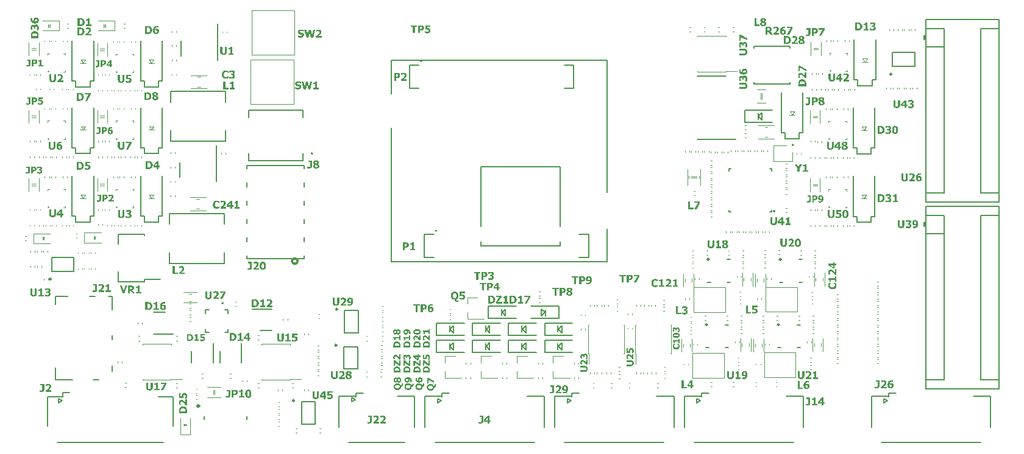
<source format=gbr>
G04*
G04 #@! TF.GenerationSoftware,Altium Limited,Altium Designer,24.9.1 (31)*
G04*
G04 Layer_Color=65535*
%FSLAX44Y44*%
%MOMM*%
G71*
G04*
G04 #@! TF.SameCoordinates,11843470-2C0B-4DC8-9AB9-1888B6BF92CD*
G04*
G04*
G04 #@! TF.FilePolarity,Positive*
G04*
G01*
G75*
%ADD10C,0.2000*%
%ADD11C,0.2500*%
%ADD12C,0.3000*%
%ADD13C,0.2540*%
%ADD14C,0.1500*%
%ADD15C,0.1270*%
%ADD16C,0.1000*%
%ADD17C,0.1250*%
%ADD18C,0.0000*%
%ADD19C,0.1524*%
G36*
X632250Y301500D02*
X634250Y303500D01*
X630250D01*
X632250Y301500D01*
D02*
G37*
G36*
X611790Y536800D02*
X613790Y538800D01*
X609790D01*
X611790Y536800D01*
D02*
G37*
G36*
X580354Y165742D02*
X580503Y165728D01*
X580680Y165698D01*
X580888Y165639D01*
X581080Y165580D01*
X581287Y165491D01*
X581317Y165476D01*
X581376Y165446D01*
X581480Y165387D01*
X581598Y165298D01*
X581746Y165195D01*
X581909Y165076D01*
X582072Y164928D01*
X582220Y164750D01*
X582235Y164736D01*
X582280Y164662D01*
X582354Y164558D01*
X582443Y164424D01*
X582531Y164247D01*
X582635Y164039D01*
X582724Y163803D01*
X582813Y163551D01*
Y163536D01*
X582827Y163521D01*
Y163477D01*
X582842Y163432D01*
X582887Y163284D01*
X582916Y163077D01*
X582961Y162840D01*
X583005Y162574D01*
X583020Y162262D01*
X583035Y161937D01*
Y161685D01*
X583020Y161596D01*
X583005Y161359D01*
X582976Y161093D01*
X582946Y160811D01*
X582887Y160515D01*
X582813Y160234D01*
Y160219D01*
X582798Y160204D01*
X582768Y160115D01*
X582724Y159982D01*
X582650Y159819D01*
X582576Y159627D01*
X582472Y159419D01*
X582354Y159227D01*
X582220Y159034D01*
X582206Y159019D01*
X582146Y158960D01*
X582072Y158871D01*
X581969Y158783D01*
X581835Y158664D01*
X581672Y158560D01*
X581510Y158442D01*
X581317Y158353D01*
X581287Y158338D01*
X581228Y158324D01*
X581124Y158294D01*
X580991Y158250D01*
X580828Y158205D01*
X580636Y158175D01*
X580429Y158161D01*
X580221Y158146D01*
X580206D01*
X580177D01*
X580147D01*
X580088Y158161D01*
X579925Y158175D01*
X579733Y158205D01*
X579525Y158250D01*
X579288Y158338D01*
X579066Y158442D01*
X578844Y158590D01*
X578815Y158605D01*
X578755Y158679D01*
X578652Y158783D01*
X578518Y158931D01*
X578385Y159108D01*
X578222Y159345D01*
X578074Y159612D01*
X577926Y159908D01*
X577882D01*
Y159893D01*
X577867Y159878D01*
X577837Y159834D01*
X577808Y159775D01*
X577719Y159627D01*
X577600Y159449D01*
X577452Y159242D01*
X577289Y159049D01*
X577097Y158871D01*
X576889Y158723D01*
X576860Y158709D01*
X576786Y158679D01*
X576667Y158620D01*
X576504Y158560D01*
X576312Y158501D01*
X576090Y158442D01*
X575838Y158412D01*
X575572Y158398D01*
X575542D01*
X575483D01*
X575379Y158412D01*
X575246Y158427D01*
X575098Y158457D01*
X574935Y158486D01*
X574757Y158546D01*
X574579Y158620D01*
X574565Y158635D01*
X574505Y158664D01*
X574416Y158723D01*
X574298Y158797D01*
X574165Y158901D01*
X574017Y159019D01*
X573883Y159153D01*
X573735Y159316D01*
X573720Y159331D01*
X573676Y159390D01*
X573617Y159493D01*
X573543Y159627D01*
X573454Y159790D01*
X573365Y159967D01*
X573276Y160189D01*
X573187Y160426D01*
Y160441D01*
X573172Y160456D01*
X573158Y160545D01*
X573113Y160693D01*
X573069Y160871D01*
X573039Y161093D01*
X572995Y161359D01*
X572980Y161641D01*
X572965Y161952D01*
Y162100D01*
X572980Y162262D01*
X572995Y162485D01*
X573010Y162722D01*
X573039Y162988D01*
X573098Y163255D01*
X573158Y163506D01*
Y163521D01*
X573172Y163536D01*
X573187Y163625D01*
X573232Y163743D01*
X573291Y163891D01*
X573365Y164069D01*
X573454Y164247D01*
X573543Y164424D01*
X573661Y164587D01*
X573676Y164602D01*
X573720Y164662D01*
X573795Y164736D01*
X573883Y164839D01*
X573987Y164943D01*
X574120Y165061D01*
X574268Y165165D01*
X574431Y165269D01*
X574446Y165283D01*
X574505Y165313D01*
X574594Y165343D01*
X574713Y165387D01*
X574861Y165431D01*
X575024Y165476D01*
X575216Y165491D01*
X575409Y165506D01*
X575438D01*
X575527D01*
X575660Y165491D01*
X575823Y165461D01*
X576016Y165402D01*
X576223Y165343D01*
X576430Y165239D01*
X576652Y165106D01*
X576682Y165091D01*
X576741Y165032D01*
X576845Y164943D01*
X576978Y164810D01*
X577112Y164632D01*
X577274Y164424D01*
X577422Y164173D01*
X577571Y163891D01*
X577615D01*
Y163906D01*
X577630Y163936D01*
X577659Y163980D01*
X577689Y164054D01*
X577763Y164217D01*
X577882Y164424D01*
X578030Y164647D01*
X578207Y164884D01*
X578415Y165106D01*
X578637Y165298D01*
X578666Y165313D01*
X578740Y165372D01*
X578874Y165446D01*
X579051Y165535D01*
X579273Y165609D01*
X579525Y165683D01*
X579821Y165742D01*
X580132Y165757D01*
X580162D01*
X580236D01*
X580354Y165742D01*
D02*
G37*
G36*
X582813Y150564D02*
X581124D01*
Y152593D01*
X576045D01*
Y150564D01*
X574476D01*
Y150845D01*
X574461Y150979D01*
Y151127D01*
X574431Y151438D01*
Y151453D01*
X574416Y151512D01*
X574402Y151586D01*
X574387Y151690D01*
X574328Y151926D01*
X574283Y152045D01*
X574239Y152149D01*
X574224Y152163D01*
X574209Y152193D01*
X574179Y152252D01*
X574120Y152326D01*
X574002Y152474D01*
X573824Y152622D01*
X573809Y152637D01*
X573780Y152652D01*
X573720Y152682D01*
X573646Y152711D01*
X573543Y152756D01*
X573424Y152785D01*
X573306Y152815D01*
X573158Y152830D01*
Y154947D01*
X581124D01*
Y156932D01*
X582813D01*
Y150564D01*
D02*
G37*
G36*
X578237Y148846D02*
X578355D01*
X578503Y148832D01*
X578652Y148817D01*
X578815Y148787D01*
X579199Y148713D01*
X579599Y148609D01*
X580014Y148461D01*
X580429Y148269D01*
X580443D01*
X580473Y148239D01*
X580532Y148210D01*
X580606Y148165D01*
X580695Y148106D01*
X580784Y148032D01*
X581021Y147854D01*
X581287Y147647D01*
X581554Y147395D01*
X581820Y147099D01*
X582057Y146773D01*
Y146758D01*
X582072Y146743D01*
X582102Y146699D01*
X582132Y146640D01*
X582220Y146492D01*
X582324Y146285D01*
X582428Y146048D01*
X582531Y145766D01*
X582620Y145455D01*
X582679Y145129D01*
Y145085D01*
X582694Y145041D01*
Y144981D01*
X582709Y144893D01*
X582724Y144804D01*
X582739Y144567D01*
X582768Y144285D01*
X582798Y143974D01*
X582813Y143619D01*
Y140243D01*
X573172D01*
Y143604D01*
X573187Y143856D01*
X573202Y144137D01*
X573232Y144463D01*
X573261Y144789D01*
X573306Y145129D01*
Y145174D01*
X573321Y145218D01*
X573335Y145278D01*
X573350Y145366D01*
X573380Y145455D01*
X573439Y145677D01*
X573513Y145929D01*
X573632Y146210D01*
X573765Y146507D01*
X573943Y146803D01*
Y146818D01*
X573972Y146847D01*
X574002Y146892D01*
X574046Y146966D01*
X574194Y147129D01*
X574372Y147351D01*
X574609Y147588D01*
X574890Y147839D01*
X575216Y148076D01*
X575586Y148298D01*
X575601D01*
X575631Y148328D01*
X575690Y148358D01*
X575764Y148387D01*
X575868Y148432D01*
X575986Y148476D01*
X576119Y148520D01*
X576268Y148580D01*
X576445Y148639D01*
X576623Y148683D01*
X577038Y148772D01*
X577511Y148832D01*
X578015Y148861D01*
X578030D01*
X578074D01*
X578148D01*
X578237Y148846D01*
D02*
G37*
G36*
X587790Y522507D02*
X587957Y522490D01*
X588140Y522474D01*
X588340Y522457D01*
X588574Y522424D01*
X589040Y522307D01*
X589523Y522157D01*
X589773Y522057D01*
X589990Y521940D01*
X590206Y521807D01*
X590406Y521657D01*
X590423Y521641D01*
X590456Y521624D01*
X590506Y521574D01*
X590556Y521491D01*
X590640Y521407D01*
X590723Y521307D01*
X590806Y521174D01*
X590906Y521024D01*
X591006Y520874D01*
X591090Y520691D01*
X591173Y520491D01*
X591256Y520274D01*
X591306Y520041D01*
X591356Y519791D01*
X591390Y519524D01*
X591406Y519241D01*
Y519224D01*
Y519191D01*
Y519141D01*
Y519075D01*
X591390Y518991D01*
Y518891D01*
X591356Y518641D01*
X591289Y518358D01*
X591206Y518041D01*
X591090Y517708D01*
X590940Y517358D01*
Y517342D01*
X590923Y517325D01*
X590890Y517275D01*
X590856Y517192D01*
X590806Y517108D01*
X590740Y517008D01*
X590590Y516775D01*
X590373Y516475D01*
X590123Y516142D01*
X589807Y515775D01*
X589440Y515392D01*
X589407Y515359D01*
X589323Y515275D01*
X589207Y515159D01*
X589040Y515009D01*
X588840Y514826D01*
X588640Y514626D01*
X588174Y514226D01*
X588140Y514209D01*
X588074Y514142D01*
X587957Y514059D01*
X587824Y513959D01*
X587541Y513726D01*
X587391Y513609D01*
X587274Y513526D01*
X591873D01*
Y511476D01*
X583908D01*
Y513243D01*
X583925Y513259D01*
X583958Y513276D01*
X584008Y513326D01*
X584075Y513376D01*
X584275Y513526D01*
X584508Y513726D01*
X584791Y513959D01*
X585091Y514209D01*
X585408Y514476D01*
X585708Y514742D01*
X585724Y514759D01*
X585741Y514776D01*
X585841Y514859D01*
X585991Y515009D01*
X586191Y515176D01*
X586424Y515392D01*
X586657Y515625D01*
X586907Y515859D01*
X587141Y516109D01*
X587157Y516125D01*
X587174Y516142D01*
X587274Y516242D01*
X587407Y516409D01*
X587590Y516608D01*
X587774Y516825D01*
X587957Y517075D01*
X588140Y517325D01*
X588290Y517575D01*
X588307Y517608D01*
X588340Y517691D01*
X588407Y517808D01*
X588474Y517975D01*
X588540Y518175D01*
X588607Y518391D01*
X588640Y518625D01*
X588657Y518875D01*
Y518891D01*
Y518908D01*
Y518991D01*
X588640Y519141D01*
X588607Y519308D01*
X588540Y519491D01*
X588457Y519674D01*
X588340Y519858D01*
X588190Y520024D01*
X588174Y520041D01*
X588107Y520091D01*
X588007Y520158D01*
X587874Y520241D01*
X587691Y520308D01*
X587474Y520374D01*
X587224Y520424D01*
X586941Y520441D01*
X586791D01*
X586691Y520424D01*
X586574Y520407D01*
X586441Y520391D01*
X586157Y520324D01*
X586141D01*
X586091Y520308D01*
X586024Y520291D01*
X585924Y520257D01*
X585808Y520224D01*
X585691Y520174D01*
X585408Y520074D01*
X585391D01*
X585341Y520041D01*
X585274Y520008D01*
X585191Y519974D01*
X584991Y519858D01*
X584775Y519724D01*
X584758D01*
X584725Y519691D01*
X584625Y519624D01*
X584491Y519541D01*
X584375Y519474D01*
X584175D01*
Y521840D01*
X584191Y521857D01*
X584258Y521874D01*
X584375Y521924D01*
X584525Y521974D01*
X584725Y522040D01*
X584958Y522124D01*
X585258Y522207D01*
X585591Y522290D01*
X585608D01*
X585641Y522307D01*
X585691D01*
X585758Y522324D01*
X585841Y522340D01*
X585958Y522357D01*
X586191Y522407D01*
X586491Y522457D01*
X586807Y522490D01*
X587141Y522507D01*
X587474Y522524D01*
X587657D01*
X587790Y522507D01*
D02*
G37*
G36*
X578659Y522307D02*
X578893D01*
X579143Y522274D01*
X579409Y522240D01*
X579676Y522207D01*
X579943Y522140D01*
X579976D01*
X580059Y522107D01*
X580192Y522074D01*
X580359Y522007D01*
X580542Y521940D01*
X580759Y521840D01*
X580975Y521740D01*
X581192Y521607D01*
X581226Y521590D01*
X581292Y521524D01*
X581392Y521441D01*
X581542Y521307D01*
X581692Y521157D01*
X581842Y520974D01*
X581992Y520757D01*
X582125Y520507D01*
X582142Y520474D01*
X582175Y520391D01*
X582242Y520241D01*
X582309Y520058D01*
X582359Y519808D01*
X582425Y519541D01*
X582458Y519224D01*
X582475Y518891D01*
Y518858D01*
Y518758D01*
X582458Y518625D01*
X582442Y518425D01*
X582408Y518208D01*
X582375Y517958D01*
X582309Y517708D01*
X582225Y517442D01*
X582209Y517408D01*
X582175Y517325D01*
X582125Y517208D01*
X582059Y517042D01*
X581959Y516858D01*
X581825Y516675D01*
X581692Y516492D01*
X581525Y516309D01*
X581509Y516292D01*
X581475Y516259D01*
X581425Y516208D01*
X581359Y516142D01*
X581159Y515959D01*
X580925Y515775D01*
X580909Y515759D01*
X580876Y515742D01*
X580792Y515692D01*
X580709Y515642D01*
X580609Y515575D01*
X580476Y515509D01*
X580192Y515375D01*
X580176D01*
X580126Y515342D01*
X580042Y515325D01*
X579926Y515275D01*
X579809Y515242D01*
X579659Y515192D01*
X579309Y515109D01*
X579293D01*
X579226Y515092D01*
X579126Y515075D01*
X579009D01*
X578843Y515059D01*
X578676Y515042D01*
X578476Y515025D01*
X576843D01*
Y511476D01*
X574127D01*
Y522324D01*
X578493D01*
X578659Y522307D01*
D02*
G37*
G36*
X601407Y277468D02*
X603639D01*
Y275568D01*
X596475D01*
Y277468D01*
X598757D01*
Y283183D01*
X596475D01*
Y284949D01*
X596791D01*
X596941Y284966D01*
X597108D01*
X597458Y284999D01*
X597474D01*
X597541Y285016D01*
X597624Y285032D01*
X597741Y285049D01*
X598008Y285116D01*
X598141Y285166D01*
X598257Y285216D01*
X598274Y285232D01*
X598307Y285249D01*
X598374Y285282D01*
X598457Y285349D01*
X598624Y285482D01*
X598791Y285682D01*
X598807Y285699D01*
X598824Y285732D01*
X598857Y285799D01*
X598891Y285882D01*
X598941Y285999D01*
X598974Y286132D01*
X599007Y286265D01*
X599024Y286432D01*
X601407D01*
Y277468D01*
D02*
G37*
G36*
X590893Y286399D02*
X591126D01*
X591376Y286365D01*
X591642Y286332D01*
X591909Y286299D01*
X592176Y286232D01*
X592209D01*
X592292Y286199D01*
X592426Y286165D01*
X592592Y286099D01*
X592776Y286032D01*
X592992Y285932D01*
X593209Y285832D01*
X593425Y285699D01*
X593459Y285682D01*
X593525Y285616D01*
X593625Y285532D01*
X593775Y285399D01*
X593925Y285249D01*
X594075Y285066D01*
X594225Y284849D01*
X594358Y284599D01*
X594375Y284566D01*
X594408Y284482D01*
X594475Y284333D01*
X594542Y284149D01*
X594592Y283899D01*
X594658Y283633D01*
X594692Y283316D01*
X594708Y282983D01*
Y282950D01*
Y282850D01*
X594692Y282716D01*
X594675Y282516D01*
X594642Y282300D01*
X594608Y282050D01*
X594542Y281800D01*
X594459Y281533D01*
X594442Y281500D01*
X594408Y281417D01*
X594358Y281300D01*
X594292Y281133D01*
X594192Y280950D01*
X594059Y280767D01*
X593925Y280583D01*
X593759Y280400D01*
X593742Y280383D01*
X593709Y280350D01*
X593659Y280300D01*
X593592Y280233D01*
X593392Y280050D01*
X593159Y279867D01*
X593142Y279850D01*
X593109Y279834D01*
X593026Y279784D01*
X592942Y279734D01*
X592842Y279667D01*
X592709Y279600D01*
X592426Y279467D01*
X592409D01*
X592359Y279434D01*
X592276Y279417D01*
X592159Y279367D01*
X592042Y279334D01*
X591893Y279284D01*
X591543Y279200D01*
X591526D01*
X591459Y279184D01*
X591359Y279167D01*
X591243D01*
X591076Y279151D01*
X590909Y279134D01*
X590709Y279117D01*
X589076D01*
Y275568D01*
X586361D01*
Y286415D01*
X590726D01*
X590893Y286399D01*
D02*
G37*
G36*
X624571Y586491D02*
X619956D01*
Y584675D01*
X620039D01*
X620106Y584691D01*
X620273D01*
X620473Y584708D01*
X620573D01*
X620639Y584725D01*
X621222D01*
X621422Y584708D01*
X621639Y584691D01*
X621889Y584658D01*
X622389Y584558D01*
X622422D01*
X622505Y584525D01*
X622622Y584491D01*
X622789Y584441D01*
X622972Y584375D01*
X623155Y584291D01*
X623355Y584191D01*
X623555Y584075D01*
X623588Y584058D01*
X623655Y584008D01*
X623772Y583908D01*
X623905Y583792D01*
X624055Y583642D01*
X624222Y583442D01*
X624388Y583242D01*
X624521Y582992D01*
X624538Y582958D01*
X624571Y582875D01*
X624638Y582725D01*
X624705Y582542D01*
X624755Y582309D01*
X624822Y582025D01*
X624855Y581709D01*
X624871Y581359D01*
Y581342D01*
Y581325D01*
Y581275D01*
Y581209D01*
X624855Y581059D01*
X624838Y580842D01*
X624805Y580592D01*
X624738Y580326D01*
X624672Y580059D01*
X624571Y579776D01*
X624555Y579743D01*
X624521Y579659D01*
X624455Y579526D01*
X624355Y579359D01*
X624238Y579159D01*
X624088Y578959D01*
X623905Y578743D01*
X623705Y578543D01*
X623672Y578526D01*
X623605Y578460D01*
X623489Y578359D01*
X623322Y578243D01*
X623122Y578126D01*
X622905Y577993D01*
X622639Y577860D01*
X622355Y577743D01*
X622339D01*
X622322Y577726D01*
X622272Y577710D01*
X622222Y577693D01*
X622056Y577660D01*
X621822Y577610D01*
X621539Y577543D01*
X621222Y577510D01*
X620839Y577476D01*
X620439Y577460D01*
X620239D01*
X620139Y577476D01*
X620006D01*
X619723Y577493D01*
X619389Y577526D01*
X619056Y577560D01*
X618690Y577610D01*
X618356Y577676D01*
X618340D01*
X618323Y577693D01*
X618273D01*
X618206Y577710D01*
X618056Y577743D01*
X617857Y577793D01*
X617623Y577860D01*
X617390Y577943D01*
X617140Y578026D01*
X616923Y578110D01*
Y580476D01*
X617173D01*
X617190Y580459D01*
X617290Y580392D01*
X617440Y580292D01*
X617623Y580192D01*
X617640D01*
X617673Y580176D01*
X617723Y580142D01*
X617807Y580109D01*
X617890Y580059D01*
X618007Y580009D01*
X618140Y579959D01*
X618290Y579893D01*
X618307D01*
X618356Y579876D01*
X618440Y579842D01*
X618540Y579809D01*
X618656Y579759D01*
X618790Y579726D01*
X619073Y579642D01*
X619090D01*
X619140Y579626D01*
X619223Y579609D01*
X619339Y579593D01*
X619473Y579576D01*
X619623Y579559D01*
X619956Y579543D01*
X620123D01*
X620239Y579559D01*
X620373D01*
X620523Y579593D01*
X620872Y579642D01*
X620889D01*
X620956Y579659D01*
X621039Y579692D01*
X621156Y579726D01*
X621422Y579842D01*
X621539Y579926D01*
X621656Y580026D01*
X621672Y580042D01*
X621689Y580059D01*
X621789Y580176D01*
X621906Y580326D01*
X622006Y580509D01*
Y580526D01*
X622022Y580559D01*
X622056Y580626D01*
X622072Y580709D01*
X622105Y580809D01*
X622122Y580942D01*
X622139Y581092D01*
Y581259D01*
Y581275D01*
Y581325D01*
Y581392D01*
X622122Y581492D01*
X622072Y581692D01*
X621972Y581909D01*
Y581925D01*
X621939Y581959D01*
X621906Y582009D01*
X621872Y582075D01*
X621739Y582225D01*
X621556Y582359D01*
X621539Y582375D01*
X621489Y582392D01*
X621406Y582442D01*
X621306Y582492D01*
X621172Y582542D01*
X621022Y582592D01*
X620856Y582642D01*
X620656Y582675D01*
X620639D01*
X620573Y582692D01*
X620473Y582708D01*
X620356Y582725D01*
X620206D01*
X620056Y582742D01*
X619756Y582758D01*
X619539D01*
X619389Y582742D01*
X619206D01*
X619006Y582725D01*
X618590Y582658D01*
X618573D01*
X618490Y582642D01*
X618390Y582625D01*
X618256Y582592D01*
X618106Y582558D01*
X617940Y582525D01*
X617623Y582458D01*
X617390D01*
Y588540D01*
X624571D01*
Y586491D01*
D02*
G37*
G36*
X611908Y588524D02*
X612141D01*
X612391Y588490D01*
X612658Y588457D01*
X612924Y588424D01*
X613191Y588357D01*
X613224D01*
X613308Y588324D01*
X613441Y588290D01*
X613608Y588224D01*
X613791Y588157D01*
X614008Y588057D01*
X614224Y587957D01*
X614441Y587824D01*
X614474Y587807D01*
X614541Y587741D01*
X614641Y587657D01*
X614791Y587524D01*
X614941Y587374D01*
X615091Y587191D01*
X615241Y586974D01*
X615374Y586724D01*
X615391Y586691D01*
X615424Y586607D01*
X615490Y586457D01*
X615557Y586274D01*
X615607Y586024D01*
X615674Y585758D01*
X615707Y585441D01*
X615724Y585108D01*
Y585075D01*
Y584975D01*
X615707Y584841D01*
X615690Y584641D01*
X615657Y584425D01*
X615624Y584175D01*
X615557Y583925D01*
X615474Y583658D01*
X615457Y583625D01*
X615424Y583541D01*
X615374Y583425D01*
X615307Y583258D01*
X615207Y583075D01*
X615074Y582892D01*
X614941Y582708D01*
X614774Y582525D01*
X614757Y582509D01*
X614724Y582475D01*
X614674Y582425D01*
X614607Y582359D01*
X614408Y582175D01*
X614174Y581992D01*
X614157Y581975D01*
X614124Y581959D01*
X614041Y581909D01*
X613958Y581859D01*
X613858Y581792D01*
X613724Y581725D01*
X613441Y581592D01*
X613424D01*
X613374Y581559D01*
X613291Y581542D01*
X613174Y581492D01*
X613058Y581459D01*
X612908Y581409D01*
X612558Y581325D01*
X612541D01*
X612475Y581309D01*
X612375Y581292D01*
X612258D01*
X612091Y581275D01*
X611925Y581259D01*
X611725Y581242D01*
X610092D01*
Y577693D01*
X607376D01*
Y588540D01*
X611741D01*
X611908Y588524D01*
D02*
G37*
G36*
X606243Y586474D02*
X603044D01*
Y577693D01*
X600328D01*
Y586474D01*
X597128D01*
Y588540D01*
X606243D01*
Y586474D01*
D02*
G37*
G36*
X1186776Y514509D02*
Y514492D01*
Y514425D01*
Y514325D01*
X1186760Y514175D01*
X1186743Y514009D01*
X1186710Y513826D01*
X1186676Y513609D01*
X1186626Y513376D01*
X1186576Y513126D01*
X1186493Y512876D01*
X1186410Y512626D01*
X1186293Y512359D01*
X1186160Y512109D01*
X1186010Y511876D01*
X1185827Y511643D01*
X1185627Y511426D01*
X1185610Y511409D01*
X1185577Y511376D01*
X1185510Y511326D01*
X1185410Y511260D01*
X1185293Y511176D01*
X1185143Y511093D01*
X1184977Y510993D01*
X1184777Y510893D01*
X1184544Y510793D01*
X1184294Y510693D01*
X1184010Y510610D01*
X1183710Y510526D01*
X1183377Y510460D01*
X1183027Y510410D01*
X1182644Y510376D01*
X1182227Y510360D01*
X1182011D01*
X1181861Y510376D01*
X1181678Y510393D01*
X1181478Y510410D01*
X1181244Y510443D01*
X1180994Y510493D01*
X1180445Y510610D01*
X1180161Y510710D01*
X1179895Y510810D01*
X1179612Y510926D01*
X1179345Y511060D01*
X1179095Y511226D01*
X1178862Y511409D01*
X1178845Y511426D01*
X1178812Y511460D01*
X1178762Y511526D01*
X1178678Y511609D01*
X1178595Y511709D01*
X1178495Y511843D01*
X1178395Y512009D01*
X1178279Y512193D01*
X1178178Y512393D01*
X1178062Y512626D01*
X1177962Y512876D01*
X1177879Y513159D01*
X1177795Y513459D01*
X1177745Y513776D01*
X1177712Y514126D01*
X1177695Y514492D01*
Y521440D01*
X1180411D01*
Y514659D01*
Y514642D01*
Y514609D01*
Y514559D01*
Y514475D01*
X1180428Y514276D01*
X1180461Y514025D01*
X1180511Y513742D01*
X1180595Y513476D01*
X1180695Y513209D01*
X1180828Y512976D01*
X1180844Y512959D01*
X1180911Y512892D01*
X1181011Y512809D01*
X1181161Y512709D01*
X1181361Y512593D01*
X1181594Y512509D01*
X1181894Y512443D01*
X1182227Y512426D01*
X1182311D01*
X1182377Y512443D01*
X1182544Y512459D01*
X1182744Y512493D01*
X1182977Y512559D01*
X1183211Y512643D01*
X1183427Y512776D01*
X1183611Y512943D01*
X1183627Y512976D01*
X1183677Y513042D01*
X1183760Y513176D01*
X1183844Y513359D01*
X1183910Y513592D01*
X1183994Y513892D01*
X1184044Y514242D01*
X1184060Y514659D01*
Y521440D01*
X1186776D01*
Y514509D01*
D02*
G37*
G36*
X1202222Y521624D02*
X1202389Y521607D01*
X1202572Y521590D01*
X1202772Y521574D01*
X1203006Y521540D01*
X1203472Y521424D01*
X1203955Y521274D01*
X1204205Y521174D01*
X1204422Y521057D01*
X1204638Y520924D01*
X1204838Y520774D01*
X1204855Y520757D01*
X1204888Y520741D01*
X1204938Y520690D01*
X1204988Y520607D01*
X1205072Y520524D01*
X1205155Y520424D01*
X1205238Y520291D01*
X1205338Y520141D01*
X1205438Y519991D01*
X1205521Y519807D01*
X1205605Y519607D01*
X1205688Y519391D01*
X1205738Y519157D01*
X1205788Y518908D01*
X1205822Y518641D01*
X1205838Y518358D01*
Y518341D01*
Y518308D01*
Y518258D01*
Y518191D01*
X1205822Y518108D01*
Y518008D01*
X1205788Y517758D01*
X1205722Y517475D01*
X1205638Y517158D01*
X1205521Y516825D01*
X1205372Y516475D01*
Y516458D01*
X1205355Y516442D01*
X1205322Y516392D01*
X1205288Y516308D01*
X1205238Y516225D01*
X1205172Y516125D01*
X1205022Y515892D01*
X1204805Y515592D01*
X1204555Y515258D01*
X1204239Y514892D01*
X1203872Y514509D01*
X1203839Y514475D01*
X1203755Y514392D01*
X1203639Y514276D01*
X1203472Y514126D01*
X1203272Y513942D01*
X1203072Y513742D01*
X1202606Y513342D01*
X1202572Y513326D01*
X1202506Y513259D01*
X1202389Y513176D01*
X1202256Y513076D01*
X1201972Y512842D01*
X1201823Y512726D01*
X1201706Y512643D01*
X1206305D01*
Y510593D01*
X1198340D01*
Y512359D01*
X1198357Y512376D01*
X1198390Y512393D01*
X1198440Y512443D01*
X1198507Y512493D01*
X1198707Y512643D01*
X1198940Y512842D01*
X1199223Y513076D01*
X1199523Y513326D01*
X1199840Y513592D01*
X1200140Y513859D01*
X1200156Y513876D01*
X1200173Y513892D01*
X1200273Y513975D01*
X1200423Y514126D01*
X1200623Y514292D01*
X1200856Y514509D01*
X1201089Y514742D01*
X1201339Y514975D01*
X1201573Y515225D01*
X1201589Y515242D01*
X1201606Y515258D01*
X1201706Y515359D01*
X1201839Y515525D01*
X1202022Y515725D01*
X1202206Y515942D01*
X1202389Y516192D01*
X1202572Y516442D01*
X1202722Y516692D01*
X1202739Y516725D01*
X1202772Y516808D01*
X1202839Y516925D01*
X1202906Y517091D01*
X1202972Y517291D01*
X1203039Y517508D01*
X1203072Y517741D01*
X1203089Y517991D01*
Y518008D01*
Y518024D01*
Y518108D01*
X1203072Y518258D01*
X1203039Y518424D01*
X1202972Y518608D01*
X1202889Y518791D01*
X1202772Y518974D01*
X1202622Y519141D01*
X1202606Y519157D01*
X1202539Y519207D01*
X1202439Y519274D01*
X1202306Y519357D01*
X1202122Y519424D01*
X1201906Y519491D01*
X1201656Y519541D01*
X1201373Y519557D01*
X1201223D01*
X1201123Y519541D01*
X1201006Y519524D01*
X1200873Y519507D01*
X1200590Y519441D01*
X1200573D01*
X1200523Y519424D01*
X1200456Y519408D01*
X1200356Y519374D01*
X1200240Y519341D01*
X1200123Y519291D01*
X1199840Y519191D01*
X1199823D01*
X1199773Y519157D01*
X1199706Y519124D01*
X1199623Y519091D01*
X1199423Y518974D01*
X1199206Y518841D01*
X1199190D01*
X1199156Y518808D01*
X1199056Y518741D01*
X1198923Y518658D01*
X1198807Y518591D01*
X1198607D01*
Y520957D01*
X1198623Y520974D01*
X1198690Y520990D01*
X1198807Y521040D01*
X1198957Y521090D01*
X1199156Y521157D01*
X1199390Y521240D01*
X1199690Y521324D01*
X1200023Y521407D01*
X1200040D01*
X1200073Y521424D01*
X1200123D01*
X1200190Y521440D01*
X1200273Y521457D01*
X1200389Y521474D01*
X1200623Y521524D01*
X1200923Y521574D01*
X1201239Y521607D01*
X1201573Y521624D01*
X1201906Y521640D01*
X1202089D01*
X1202222Y521624D01*
D02*
G37*
G36*
X1195474Y515075D02*
X1196940D01*
Y513126D01*
X1195474D01*
Y510560D01*
X1192825D01*
Y513126D01*
X1188076D01*
Y515142D01*
X1192725Y521440D01*
X1195474D01*
Y515075D01*
D02*
G37*
G36*
X1106010Y314600D02*
Y314584D01*
Y314517D01*
Y314417D01*
X1105993Y314267D01*
X1105976Y314100D01*
X1105943Y313917D01*
X1105910Y313701D01*
X1105860Y313467D01*
X1105810Y313217D01*
X1105726Y312967D01*
X1105643Y312717D01*
X1105526Y312451D01*
X1105393Y312201D01*
X1105243Y311968D01*
X1105060Y311734D01*
X1104860Y311518D01*
X1104843Y311501D01*
X1104810Y311468D01*
X1104743Y311418D01*
X1104643Y311351D01*
X1104527Y311268D01*
X1104377Y311185D01*
X1104210Y311085D01*
X1104010Y310985D01*
X1103777Y310885D01*
X1103527Y310785D01*
X1103244Y310701D01*
X1102944Y310618D01*
X1102610Y310551D01*
X1102261Y310501D01*
X1101877Y310468D01*
X1101461Y310451D01*
X1101244D01*
X1101094Y310468D01*
X1100911Y310485D01*
X1100711Y310501D01*
X1100478Y310535D01*
X1100228Y310585D01*
X1099678Y310701D01*
X1099395Y310801D01*
X1099128Y310901D01*
X1098845Y311018D01*
X1098578Y311151D01*
X1098328Y311318D01*
X1098095Y311501D01*
X1098078Y311518D01*
X1098045Y311551D01*
X1097995Y311618D01*
X1097912Y311701D01*
X1097828Y311801D01*
X1097728Y311934D01*
X1097628Y312101D01*
X1097512Y312284D01*
X1097412Y312484D01*
X1097295Y312717D01*
X1097195Y312967D01*
X1097112Y313251D01*
X1097029Y313551D01*
X1096979Y313867D01*
X1096945Y314217D01*
X1096929Y314584D01*
Y321532D01*
X1099645D01*
Y314750D01*
Y314734D01*
Y314700D01*
Y314650D01*
Y314567D01*
X1099661Y314367D01*
X1099695Y314117D01*
X1099744Y313834D01*
X1099828Y313567D01*
X1099928Y313301D01*
X1100061Y313067D01*
X1100078Y313051D01*
X1100144Y312984D01*
X1100244Y312901D01*
X1100394Y312801D01*
X1100594Y312684D01*
X1100828Y312601D01*
X1101127Y312534D01*
X1101461Y312518D01*
X1101544D01*
X1101611Y312534D01*
X1101777Y312551D01*
X1101977Y312584D01*
X1102211Y312651D01*
X1102444Y312734D01*
X1102661Y312868D01*
X1102844Y313034D01*
X1102860Y313067D01*
X1102910Y313134D01*
X1102994Y313267D01*
X1103077Y313451D01*
X1103144Y313684D01*
X1103227Y313984D01*
X1103277Y314334D01*
X1103294Y314750D01*
Y321532D01*
X1106010D01*
Y314600D01*
D02*
G37*
G36*
X1122839Y312584D02*
X1125071D01*
Y310685D01*
X1117907D01*
Y312584D01*
X1120189D01*
Y318299D01*
X1117907D01*
Y320066D01*
X1118223D01*
X1118373Y320082D01*
X1118540D01*
X1118890Y320116D01*
X1118906D01*
X1118973Y320132D01*
X1119056Y320149D01*
X1119173Y320166D01*
X1119439Y320232D01*
X1119573Y320282D01*
X1119689Y320332D01*
X1119706Y320349D01*
X1119739Y320366D01*
X1119806Y320399D01*
X1119889Y320466D01*
X1120056Y320599D01*
X1120223Y320799D01*
X1120239Y320815D01*
X1120256Y320849D01*
X1120289Y320915D01*
X1120323Y320999D01*
X1120373Y321115D01*
X1120406Y321249D01*
X1120439Y321382D01*
X1120456Y321549D01*
X1122839D01*
Y312584D01*
D02*
G37*
G36*
X1114707Y315167D02*
X1116174D01*
Y313217D01*
X1114707D01*
Y310651D01*
X1112058D01*
Y313217D01*
X1107309D01*
Y315233D01*
X1111958Y321532D01*
X1114707D01*
Y315167D01*
D02*
G37*
G36*
X209131Y517491D02*
X204515D01*
Y515675D01*
X204599D01*
X204666Y515691D01*
X204832D01*
X205032Y515708D01*
X205132D01*
X205199Y515724D01*
X205782D01*
X205982Y515708D01*
X206198Y515691D01*
X206448Y515658D01*
X206948Y515558D01*
X206982D01*
X207065Y515525D01*
X207181Y515491D01*
X207348Y515441D01*
X207531Y515375D01*
X207715Y515291D01*
X207915Y515191D01*
X208115Y515075D01*
X208148Y515058D01*
X208215Y515008D01*
X208331Y514908D01*
X208465Y514791D01*
X208615Y514641D01*
X208781Y514441D01*
X208948Y514242D01*
X209081Y513992D01*
X209098Y513958D01*
X209131Y513875D01*
X209198Y513725D01*
X209264Y513542D01*
X209314Y513308D01*
X209381Y513025D01*
X209414Y512709D01*
X209431Y512359D01*
Y512342D01*
Y512325D01*
Y512275D01*
Y512209D01*
X209414Y512059D01*
X209398Y511842D01*
X209364Y511592D01*
X209298Y511326D01*
X209231Y511059D01*
X209131Y510776D01*
X209114Y510742D01*
X209081Y510659D01*
X209014Y510526D01*
X208914Y510359D01*
X208798Y510159D01*
X208648Y509959D01*
X208465Y509743D01*
X208265Y509543D01*
X208231Y509526D01*
X208165Y509459D01*
X208048Y509360D01*
X207881Y509243D01*
X207681Y509126D01*
X207465Y508993D01*
X207198Y508860D01*
X206915Y508743D01*
X206898D01*
X206882Y508726D01*
X206832Y508710D01*
X206782Y508693D01*
X206615Y508660D01*
X206382Y508610D01*
X206098Y508543D01*
X205782Y508510D01*
X205399Y508476D01*
X204999Y508460D01*
X204799D01*
X204699Y508476D01*
X204566D01*
X204282Y508493D01*
X203949Y508526D01*
X203616Y508560D01*
X203249Y508610D01*
X202916Y508676D01*
X202899D01*
X202883Y508693D01*
X202833D01*
X202766Y508710D01*
X202616Y508743D01*
X202416Y508793D01*
X202183Y508860D01*
X201950Y508943D01*
X201700Y509026D01*
X201483Y509110D01*
Y511476D01*
X201733D01*
X201750Y511459D01*
X201849Y511392D01*
X201999Y511292D01*
X202183Y511192D01*
X202199D01*
X202233Y511176D01*
X202283Y511142D01*
X202366Y511109D01*
X202449Y511059D01*
X202566Y511009D01*
X202699Y510959D01*
X202849Y510892D01*
X202866D01*
X202916Y510876D01*
X202999Y510843D01*
X203099Y510809D01*
X203216Y510759D01*
X203349Y510726D01*
X203632Y510643D01*
X203649D01*
X203699Y510626D01*
X203782Y510609D01*
X203899Y510592D01*
X204032Y510576D01*
X204182Y510559D01*
X204515Y510542D01*
X204682D01*
X204799Y510559D01*
X204932D01*
X205082Y510592D01*
X205432Y510643D01*
X205449D01*
X205515Y510659D01*
X205599Y510692D01*
X205715Y510726D01*
X205982Y510843D01*
X206098Y510926D01*
X206215Y511026D01*
X206232Y511042D01*
X206248Y511059D01*
X206348Y511176D01*
X206465Y511326D01*
X206565Y511509D01*
Y511526D01*
X206582Y511559D01*
X206615Y511626D01*
X206632Y511709D01*
X206665Y511809D01*
X206682Y511942D01*
X206698Y512092D01*
Y512259D01*
Y512275D01*
Y512325D01*
Y512392D01*
X206682Y512492D01*
X206632Y512692D01*
X206532Y512909D01*
Y512925D01*
X206498Y512959D01*
X206465Y513009D01*
X206432Y513075D01*
X206298Y513225D01*
X206115Y513358D01*
X206098Y513375D01*
X206049Y513392D01*
X205965Y513442D01*
X205865Y513492D01*
X205732Y513542D01*
X205582Y513592D01*
X205415Y513642D01*
X205215Y513675D01*
X205199D01*
X205132Y513692D01*
X205032Y513708D01*
X204915Y513725D01*
X204765D01*
X204615Y513742D01*
X204316Y513758D01*
X204099D01*
X203949Y513742D01*
X203766D01*
X203566Y513725D01*
X203149Y513658D01*
X203132D01*
X203049Y513642D01*
X202949Y513625D01*
X202816Y513592D01*
X202666Y513558D01*
X202499Y513525D01*
X202183Y513459D01*
X201950D01*
Y519540D01*
X209131D01*
Y517491D01*
D02*
G37*
G36*
X199650Y512609D02*
Y512592D01*
Y512525D01*
Y512425D01*
X199633Y512275D01*
X199617Y512109D01*
X199583Y511926D01*
X199550Y511709D01*
X199500Y511476D01*
X199450Y511226D01*
X199367Y510976D01*
X199284Y510726D01*
X199167Y510459D01*
X199034Y510209D01*
X198884Y509976D01*
X198700Y509743D01*
X198500Y509526D01*
X198484Y509510D01*
X198450Y509476D01*
X198384Y509426D01*
X198284Y509360D01*
X198167Y509276D01*
X198017Y509193D01*
X197851Y509093D01*
X197651Y508993D01*
X197417Y508893D01*
X197167Y508793D01*
X196884Y508710D01*
X196584Y508626D01*
X196251Y508560D01*
X195901Y508510D01*
X195518Y508476D01*
X195101Y508460D01*
X194885D01*
X194735Y508476D01*
X194551Y508493D01*
X194352Y508510D01*
X194118Y508543D01*
X193868Y508593D01*
X193318Y508710D01*
X193035Y508810D01*
X192768Y508910D01*
X192485Y509026D01*
X192219Y509160D01*
X191969Y509326D01*
X191735Y509510D01*
X191719Y509526D01*
X191686Y509560D01*
X191635Y509626D01*
X191552Y509709D01*
X191469Y509809D01*
X191369Y509943D01*
X191269Y510109D01*
X191152Y510293D01*
X191052Y510493D01*
X190936Y510726D01*
X190836Y510976D01*
X190752Y511259D01*
X190669Y511559D01*
X190619Y511875D01*
X190586Y512225D01*
X190569Y512592D01*
Y519540D01*
X193285D01*
Y512759D01*
Y512742D01*
Y512709D01*
Y512659D01*
Y512575D01*
X193302Y512375D01*
X193335Y512126D01*
X193385Y511842D01*
X193468Y511576D01*
X193568Y511309D01*
X193702Y511076D01*
X193718Y511059D01*
X193785Y510992D01*
X193885Y510909D01*
X194035Y510809D01*
X194235Y510692D01*
X194468Y510609D01*
X194768Y510542D01*
X195101Y510526D01*
X195185D01*
X195251Y510542D01*
X195418Y510559D01*
X195618Y510592D01*
X195851Y510659D01*
X196084Y510742D01*
X196301Y510876D01*
X196484Y511042D01*
X196501Y511076D01*
X196551Y511142D01*
X196634Y511276D01*
X196717Y511459D01*
X196784Y511692D01*
X196868Y511992D01*
X196917Y512342D01*
X196934Y512759D01*
Y519540D01*
X199650D01*
Y512609D01*
D02*
G37*
G36*
X205490Y331640D02*
X205707D01*
X205973Y331607D01*
X206257Y331574D01*
X206540Y331540D01*
X206807Y331474D01*
X206840D01*
X206923Y331440D01*
X207057Y331407D01*
X207223Y331357D01*
X207423Y331290D01*
X207623Y331207D01*
X207823Y331107D01*
X208023Y330990D01*
X208040Y330974D01*
X208106Y330924D01*
X208206Y330857D01*
X208340Y330757D01*
X208473Y330640D01*
X208606Y330490D01*
X208739Y330307D01*
X208856Y330124D01*
X208873Y330107D01*
X208906Y330024D01*
X208939Y329924D01*
X209006Y329774D01*
X209056Y329591D01*
X209089Y329391D01*
X209123Y329174D01*
X209139Y328924D01*
Y328908D01*
Y328891D01*
Y328841D01*
Y328774D01*
X209106Y328591D01*
X209073Y328374D01*
X209006Y328125D01*
X208906Y327858D01*
X208773Y327575D01*
X208589Y327308D01*
X208573Y327275D01*
X208489Y327191D01*
X208373Y327075D01*
X208223Y326941D01*
X208006Y326775D01*
X207773Y326642D01*
X207506Y326508D01*
X207190Y326408D01*
Y326308D01*
X207206D01*
X207257Y326292D01*
X207323Y326275D01*
X207423Y326258D01*
X207540Y326225D01*
X207673Y326192D01*
X207940Y326108D01*
X207956D01*
X208006Y326075D01*
X208073Y326042D01*
X208173Y326008D01*
X208389Y325858D01*
X208523Y325775D01*
X208656Y325658D01*
X208673Y325642D01*
X208706Y325608D01*
X208773Y325542D01*
X208856Y325458D01*
X208939Y325359D01*
X209023Y325225D01*
X209123Y325092D01*
X209206Y324925D01*
X209223Y324909D01*
X209239Y324842D01*
X209273Y324759D01*
X209323Y324625D01*
X209356Y324475D01*
X209389Y324292D01*
X209406Y324076D01*
X209423Y323859D01*
Y323842D01*
Y323826D01*
Y323726D01*
X209406Y323576D01*
X209389Y323376D01*
X209356Y323142D01*
X209289Y322909D01*
X209223Y322643D01*
X209123Y322393D01*
X209106Y322359D01*
X209073Y322293D01*
X209006Y322159D01*
X208906Y322009D01*
X208773Y321843D01*
X208640Y321643D01*
X208456Y321460D01*
X208256Y321276D01*
X208223Y321260D01*
X208156Y321210D01*
X208023Y321126D01*
X207873Y321026D01*
X207673Y320910D01*
X207440Y320793D01*
X207173Y320676D01*
X206890Y320576D01*
X206873D01*
X206857Y320560D01*
X206807D01*
X206757Y320543D01*
X206590Y320510D01*
X206373Y320460D01*
X206090Y320410D01*
X205774Y320376D01*
X205407Y320360D01*
X205007Y320343D01*
X204690D01*
X204557Y320360D01*
X204257Y320376D01*
X203924Y320393D01*
X203557Y320443D01*
X203191Y320493D01*
X202841Y320560D01*
X202824D01*
X202808Y320576D01*
X202758D01*
X202691Y320593D01*
X202524Y320643D01*
X202324Y320693D01*
X202091Y320760D01*
X201841Y320843D01*
X201608Y320926D01*
X201375Y321026D01*
Y323376D01*
X201625D01*
X201658Y323359D01*
X201725Y323309D01*
X201858Y323242D01*
X202024Y323142D01*
X202224Y323026D01*
X202474Y322926D01*
X202741Y322809D01*
X203024Y322692D01*
X203041D01*
X203058Y322676D01*
X203158Y322659D01*
X203324Y322609D01*
X203524Y322559D01*
X203741Y322509D01*
X203991Y322476D01*
X204257Y322443D01*
X204507Y322426D01*
X204657D01*
X204757Y322443D01*
X204890D01*
X205024Y322459D01*
X205357Y322493D01*
X205374D01*
X205440Y322509D01*
X205524Y322526D01*
X205624Y322559D01*
X205890Y322643D01*
X206140Y322793D01*
X206157Y322809D01*
X206190Y322826D01*
X206290Y322926D01*
X206407Y323059D01*
X206540Y323242D01*
Y323259D01*
X206557Y323292D01*
X206590Y323359D01*
X206623Y323442D01*
X206640Y323559D01*
X206673Y323692D01*
X206690Y323842D01*
Y324009D01*
Y324025D01*
Y324092D01*
X206673Y324175D01*
X206657Y324292D01*
X206607Y324542D01*
X206540Y324659D01*
X206473Y324759D01*
X206457Y324775D01*
X206440Y324809D01*
X206390Y324842D01*
X206323Y324909D01*
X206140Y325025D01*
X205907Y325142D01*
X205890D01*
X205840Y325159D01*
X205774Y325192D01*
X205674Y325209D01*
X205557Y325242D01*
X205407Y325258D01*
X205257Y325275D01*
X205074Y325292D01*
X204907D01*
X204790Y325308D01*
X203757D01*
Y327208D01*
X204474D01*
X204607Y327225D01*
X204757D01*
X205074Y327241D01*
X205090D01*
X205140Y327258D01*
X205224D01*
X205324Y327291D01*
X205557Y327341D01*
X205790Y327425D01*
X205807D01*
X205840Y327458D01*
X205890Y327475D01*
X205957Y327525D01*
X206107Y327641D01*
X206240Y327808D01*
Y327825D01*
X206273Y327858D01*
X206290Y327908D01*
X206323Y327991D01*
X206357Y328074D01*
X206373Y328191D01*
X206407Y328324D01*
Y328474D01*
Y328491D01*
Y328524D01*
Y328591D01*
X206390Y328674D01*
X206340Y328841D01*
X206240Y329008D01*
Y329024D01*
X206207Y329041D01*
X206140Y329124D01*
X206024Y329241D01*
X205874Y329341D01*
X205857D01*
X205823Y329357D01*
X205774Y329391D01*
X205690Y329408D01*
X205507Y329474D01*
X205257Y329524D01*
X205240D01*
X205207Y329541D01*
X205140D01*
X205057Y329557D01*
X204857Y329574D01*
X204507D01*
X204407Y329557D01*
X204291D01*
X204141Y329541D01*
X203841Y329474D01*
X203824D01*
X203774Y329458D01*
X203691Y329441D01*
X203591Y329408D01*
X203474Y329374D01*
X203341Y329324D01*
X203041Y329224D01*
X203024D01*
X202991Y329207D01*
X202924Y329174D01*
X202858Y329141D01*
X202641Y329041D01*
X202408Y328924D01*
X202391D01*
X202358Y328891D01*
X202291Y328858D01*
X202224Y328824D01*
X202058Y328741D01*
X201908Y328658D01*
X201691D01*
Y330974D01*
X201725Y330990D01*
X201791Y331007D01*
X201908Y331057D01*
X202091Y331124D01*
X202308Y331190D01*
X202558Y331257D01*
X202858Y331340D01*
X203191Y331424D01*
X203207D01*
X203241Y331440D01*
X203291D01*
X203358Y331457D01*
X203441Y331474D01*
X203541Y331490D01*
X203791Y331540D01*
X204091Y331590D01*
X204407Y331624D01*
X204774Y331640D01*
X205140Y331657D01*
X205307D01*
X205490Y331640D01*
D02*
G37*
G36*
X199658Y324492D02*
Y324475D01*
Y324409D01*
Y324309D01*
X199642Y324159D01*
X199625Y323992D01*
X199592Y323809D01*
X199559Y323592D01*
X199508Y323359D01*
X199459Y323109D01*
X199375Y322859D01*
X199292Y322609D01*
X199175Y322343D01*
X199042Y322093D01*
X198892Y321859D01*
X198709Y321626D01*
X198509Y321409D01*
X198492Y321393D01*
X198459Y321359D01*
X198392Y321310D01*
X198292Y321243D01*
X198176Y321160D01*
X198025Y321076D01*
X197859Y320976D01*
X197659Y320876D01*
X197426Y320776D01*
X197176Y320676D01*
X196893Y320593D01*
X196593Y320510D01*
X196259Y320443D01*
X195909Y320393D01*
X195526Y320360D01*
X195110Y320343D01*
X194893D01*
X194743Y320360D01*
X194560Y320376D01*
X194360Y320393D01*
X194126Y320426D01*
X193877Y320476D01*
X193327Y320593D01*
X193043Y320693D01*
X192777Y320793D01*
X192494Y320910D01*
X192227Y321043D01*
X191977Y321210D01*
X191744Y321393D01*
X191727Y321409D01*
X191694Y321443D01*
X191644Y321510D01*
X191560Y321593D01*
X191477Y321693D01*
X191377Y321826D01*
X191277Y321993D01*
X191161Y322176D01*
X191061Y322376D01*
X190944Y322609D01*
X190844Y322859D01*
X190761Y323142D01*
X190677Y323442D01*
X190627Y323759D01*
X190594Y324109D01*
X190577Y324475D01*
Y331424D01*
X193293D01*
Y324642D01*
Y324625D01*
Y324592D01*
Y324542D01*
Y324459D01*
X193310Y324259D01*
X193343Y324009D01*
X193393Y323726D01*
X193477Y323459D01*
X193577Y323192D01*
X193710Y322959D01*
X193727Y322943D01*
X193793Y322876D01*
X193893Y322793D01*
X194043Y322692D01*
X194243Y322576D01*
X194476Y322493D01*
X194776Y322426D01*
X195110Y322409D01*
X195193D01*
X195260Y322426D01*
X195426Y322443D01*
X195626Y322476D01*
X195859Y322543D01*
X196093Y322626D01*
X196309Y322759D01*
X196493Y322926D01*
X196509Y322959D01*
X196559Y323026D01*
X196642Y323159D01*
X196726Y323342D01*
X196793Y323576D01*
X196876Y323876D01*
X196926Y324226D01*
X196943Y324642D01*
Y331424D01*
X199658D01*
Y324492D01*
D02*
G37*
G36*
X167040Y345993D02*
Y345964D01*
Y345890D01*
X167025Y345757D01*
X167010Y345608D01*
X166980Y345416D01*
X166951Y345224D01*
X166892Y345001D01*
X166818Y344794D01*
X166803Y344764D01*
X166773Y344705D01*
X166729Y344602D01*
X166655Y344468D01*
X166566Y344320D01*
X166462Y344172D01*
X166329Y344009D01*
X166166Y343861D01*
X166151Y343846D01*
X166077Y343787D01*
X165988Y343713D01*
X165840Y343609D01*
X165677Y343506D01*
X165485Y343402D01*
X165263Y343298D01*
X165026Y343209D01*
X164996Y343195D01*
X164907Y343180D01*
X164774Y343150D01*
X164596Y343121D01*
X164374Y343076D01*
X164108Y343047D01*
X163826Y343032D01*
X163515Y343017D01*
X163278D01*
X163116Y343032D01*
X162938D01*
X162731Y343047D01*
X162301Y343076D01*
X162271D01*
X162212Y343091D01*
X162109D01*
X161975Y343106D01*
X161812Y343121D01*
X161649Y343150D01*
X161324Y343195D01*
Y345149D01*
X161546D01*
X161576Y345135D01*
X161635Y345105D01*
X161724Y345075D01*
X161916Y345001D01*
X162138Y344927D01*
X162153D01*
X162197Y344912D01*
X162271Y344898D01*
X162360Y344883D01*
X162479Y344868D01*
X162627Y344853D01*
X162790Y344838D01*
X163071D01*
X163190Y344853D01*
X163323Y344868D01*
X163486Y344883D01*
X163649Y344912D01*
X163811Y344957D01*
X163945Y345016D01*
X163960Y345031D01*
X164004Y345046D01*
X164063Y345090D01*
X164137Y345149D01*
X164226Y345224D01*
X164300Y345298D01*
X164374Y345401D01*
X164433Y345520D01*
Y345534D01*
X164463Y345579D01*
X164478Y345638D01*
X164508Y345727D01*
X164537Y345831D01*
X164567Y345964D01*
X164596Y346245D01*
Y346260D01*
Y346319D01*
X164611Y346408D01*
Y346512D01*
Y346660D01*
X164626Y346808D01*
Y346986D01*
Y347178D01*
Y351043D01*
X162420D01*
Y352805D01*
X167040D01*
Y345993D01*
D02*
G37*
G36*
X181048Y352968D02*
X181196Y352953D01*
X181359Y352938D01*
X181537Y352924D01*
X181744Y352894D01*
X182159Y352790D01*
X182588Y352657D01*
X182810Y352568D01*
X183003Y352465D01*
X183195Y352346D01*
X183373Y352213D01*
X183388Y352198D01*
X183418Y352183D01*
X183462Y352139D01*
X183506Y352065D01*
X183580Y351991D01*
X183654Y351902D01*
X183729Y351783D01*
X183817Y351650D01*
X183906Y351517D01*
X183980Y351354D01*
X184054Y351176D01*
X184128Y350984D01*
X184173Y350776D01*
X184217Y350554D01*
X184247Y350317D01*
X184262Y350066D01*
Y350051D01*
Y350021D01*
Y349977D01*
Y349918D01*
X184247Y349844D01*
Y349755D01*
X184217Y349533D01*
X184158Y349281D01*
X184084Y349000D01*
X183980Y348703D01*
X183847Y348392D01*
Y348378D01*
X183832Y348363D01*
X183803Y348318D01*
X183773Y348244D01*
X183729Y348170D01*
X183669Y348081D01*
X183536Y347874D01*
X183344Y347608D01*
X183121Y347311D01*
X182840Y346986D01*
X182514Y346645D01*
X182485Y346615D01*
X182411Y346541D01*
X182307Y346438D01*
X182159Y346305D01*
X181981Y346142D01*
X181803Y345964D01*
X181389Y345608D01*
X181359Y345594D01*
X181300Y345534D01*
X181196Y345460D01*
X181078Y345372D01*
X180826Y345164D01*
X180693Y345061D01*
X180589Y344986D01*
X184676D01*
Y343165D01*
X177598D01*
Y344735D01*
X177613Y344750D01*
X177642Y344764D01*
X177687Y344809D01*
X177746Y344853D01*
X177924Y344986D01*
X178131Y345164D01*
X178383Y345372D01*
X178649Y345594D01*
X178931Y345831D01*
X179197Y346068D01*
X179212Y346082D01*
X179227Y346097D01*
X179316Y346171D01*
X179449Y346305D01*
X179627Y346452D01*
X179834Y346645D01*
X180041Y346852D01*
X180263Y347060D01*
X180471Y347282D01*
X180486Y347297D01*
X180500Y347311D01*
X180589Y347400D01*
X180708Y347548D01*
X180871Y347726D01*
X181033Y347919D01*
X181196Y348141D01*
X181359Y348363D01*
X181493Y348585D01*
X181507Y348615D01*
X181537Y348689D01*
X181596Y348792D01*
X181655Y348940D01*
X181715Y349118D01*
X181774Y349310D01*
X181803Y349518D01*
X181818Y349740D01*
Y349755D01*
Y349770D01*
Y349844D01*
X181803Y349977D01*
X181774Y350125D01*
X181715Y350288D01*
X181641Y350451D01*
X181537Y350614D01*
X181404Y350762D01*
X181389Y350776D01*
X181330Y350821D01*
X181241Y350880D01*
X181122Y350954D01*
X180959Y351013D01*
X180767Y351073D01*
X180545Y351117D01*
X180293Y351132D01*
X180160D01*
X180071Y351117D01*
X179967Y351102D01*
X179849Y351087D01*
X179597Y351028D01*
X179582D01*
X179538Y351013D01*
X179479Y350999D01*
X179390Y350969D01*
X179286Y350939D01*
X179182Y350895D01*
X178931Y350806D01*
X178916D01*
X178871Y350776D01*
X178812Y350747D01*
X178738Y350717D01*
X178561Y350614D01*
X178368Y350495D01*
X178353D01*
X178324Y350466D01*
X178235Y350406D01*
X178116Y350332D01*
X178013Y350273D01*
X177835D01*
Y352376D01*
X177850Y352391D01*
X177909Y352405D01*
X178013Y352450D01*
X178146Y352494D01*
X178324Y352553D01*
X178531Y352628D01*
X178797Y352702D01*
X179094Y352776D01*
X179108D01*
X179138Y352790D01*
X179182D01*
X179242Y352805D01*
X179316Y352820D01*
X179419Y352835D01*
X179627Y352879D01*
X179893Y352924D01*
X180175Y352953D01*
X180471Y352968D01*
X180767Y352983D01*
X180930D01*
X181048Y352968D01*
D02*
G37*
G36*
X172933Y352790D02*
X173141D01*
X173363Y352761D01*
X173600Y352731D01*
X173837Y352702D01*
X174074Y352642D01*
X174103D01*
X174177Y352613D01*
X174296Y352583D01*
X174444Y352524D01*
X174607Y352465D01*
X174799Y352376D01*
X174992Y352287D01*
X175184Y352169D01*
X175214Y352154D01*
X175273Y352094D01*
X175362Y352020D01*
X175495Y351902D01*
X175629Y351769D01*
X175762Y351606D01*
X175895Y351413D01*
X176014Y351191D01*
X176028Y351162D01*
X176058Y351087D01*
X176117Y350954D01*
X176176Y350791D01*
X176221Y350569D01*
X176280Y350332D01*
X176310Y350051D01*
X176325Y349755D01*
Y349725D01*
Y349636D01*
X176310Y349518D01*
X176295Y349340D01*
X176265Y349148D01*
X176236Y348926D01*
X176176Y348703D01*
X176102Y348466D01*
X176087Y348437D01*
X176058Y348363D01*
X176014Y348259D01*
X175954Y348111D01*
X175865Y347948D01*
X175747Y347785D01*
X175629Y347622D01*
X175480Y347459D01*
X175466Y347445D01*
X175436Y347415D01*
X175392Y347371D01*
X175332Y347311D01*
X175155Y347149D01*
X174947Y346986D01*
X174932Y346971D01*
X174903Y346956D01*
X174829Y346912D01*
X174755Y346867D01*
X174666Y346808D01*
X174548Y346749D01*
X174296Y346630D01*
X174281D01*
X174237Y346601D01*
X174163Y346586D01*
X174059Y346541D01*
X173955Y346512D01*
X173822Y346467D01*
X173511Y346393D01*
X173496D01*
X173437Y346379D01*
X173348Y346364D01*
X173244D01*
X173096Y346349D01*
X172948Y346334D01*
X172771Y346319D01*
X171319D01*
Y343165D01*
X168906D01*
Y352805D01*
X172785D01*
X172933Y352790D01*
D02*
G37*
G36*
X68158Y385008D02*
Y384979D01*
Y384905D01*
X68143Y384771D01*
X68129Y384623D01*
X68099Y384431D01*
X68069Y384238D01*
X68010Y384016D01*
X67936Y383809D01*
X67921Y383779D01*
X67892Y383720D01*
X67847Y383616D01*
X67773Y383483D01*
X67684Y383335D01*
X67581Y383187D01*
X67447Y383024D01*
X67284Y382876D01*
X67270Y382861D01*
X67196Y382802D01*
X67107Y382728D01*
X66959Y382624D01*
X66796Y382520D01*
X66603Y382417D01*
X66381Y382313D01*
X66144Y382224D01*
X66115Y382210D01*
X66026Y382195D01*
X65893Y382165D01*
X65715Y382136D01*
X65493Y382091D01*
X65226Y382062D01*
X64945Y382047D01*
X64634Y382032D01*
X64397D01*
X64234Y382047D01*
X64056D01*
X63849Y382062D01*
X63420Y382091D01*
X63390D01*
X63331Y382106D01*
X63227D01*
X63094Y382121D01*
X62931Y382136D01*
X62768Y382165D01*
X62442Y382210D01*
Y384164D01*
X62664D01*
X62694Y384149D01*
X62753Y384120D01*
X62842Y384090D01*
X63035Y384016D01*
X63257Y383942D01*
X63271D01*
X63316Y383927D01*
X63390Y383913D01*
X63479Y383898D01*
X63597Y383883D01*
X63745Y383868D01*
X63908Y383853D01*
X64190D01*
X64308Y383868D01*
X64441Y383883D01*
X64604Y383898D01*
X64767Y383927D01*
X64930Y383972D01*
X65063Y384031D01*
X65078Y384046D01*
X65122Y384061D01*
X65182Y384105D01*
X65256Y384164D01*
X65345Y384238D01*
X65419Y384312D01*
X65493Y384416D01*
X65552Y384534D01*
Y384549D01*
X65582Y384594D01*
X65596Y384653D01*
X65626Y384742D01*
X65656Y384845D01*
X65685Y384979D01*
X65715Y385260D01*
Y385275D01*
Y385334D01*
X65730Y385423D01*
Y385527D01*
Y385675D01*
X65744Y385823D01*
Y386000D01*
Y386193D01*
Y390058D01*
X63538D01*
Y391820D01*
X68158D01*
Y385008D01*
D02*
G37*
G36*
X82063Y392013D02*
X82256D01*
X82493Y391983D01*
X82744Y391953D01*
X82996Y391924D01*
X83233Y391865D01*
X83263D01*
X83337Y391835D01*
X83455Y391805D01*
X83603Y391761D01*
X83781Y391702D01*
X83959Y391628D01*
X84136Y391539D01*
X84314Y391435D01*
X84329Y391420D01*
X84388Y391376D01*
X84477Y391317D01*
X84595Y391228D01*
X84714Y391124D01*
X84832Y390991D01*
X84951Y390828D01*
X85054Y390665D01*
X85069Y390650D01*
X85099Y390576D01*
X85128Y390487D01*
X85188Y390354D01*
X85232Y390191D01*
X85262Y390014D01*
X85291Y389821D01*
X85306Y389599D01*
Y389584D01*
Y389569D01*
Y389525D01*
Y389466D01*
X85276Y389303D01*
X85247Y389110D01*
X85188Y388888D01*
X85099Y388651D01*
X84980Y388399D01*
X84817Y388162D01*
X84803Y388133D01*
X84729Y388059D01*
X84625Y387955D01*
X84492Y387837D01*
X84299Y387689D01*
X84092Y387570D01*
X83855Y387452D01*
X83574Y387363D01*
Y387274D01*
X83588D01*
X83633Y387259D01*
X83692Y387244D01*
X83781Y387229D01*
X83884Y387200D01*
X84003Y387170D01*
X84240Y387096D01*
X84255D01*
X84299Y387067D01*
X84358Y387037D01*
X84447Y387007D01*
X84640Y386874D01*
X84758Y386800D01*
X84877Y386696D01*
X84891Y386682D01*
X84921Y386652D01*
X84980Y386593D01*
X85054Y386519D01*
X85128Y386430D01*
X85202Y386311D01*
X85291Y386193D01*
X85365Y386045D01*
X85380Y386030D01*
X85395Y385971D01*
X85424Y385897D01*
X85469Y385778D01*
X85499Y385645D01*
X85528Y385482D01*
X85543Y385290D01*
X85558Y385097D01*
Y385082D01*
Y385067D01*
Y384979D01*
X85543Y384845D01*
X85528Y384668D01*
X85499Y384460D01*
X85439Y384253D01*
X85380Y384016D01*
X85291Y383794D01*
X85276Y383764D01*
X85247Y383705D01*
X85188Y383587D01*
X85099Y383453D01*
X84980Y383305D01*
X84862Y383128D01*
X84699Y382965D01*
X84521Y382802D01*
X84492Y382787D01*
X84432Y382743D01*
X84314Y382669D01*
X84181Y382580D01*
X84003Y382476D01*
X83796Y382372D01*
X83559Y382269D01*
X83307Y382180D01*
X83292D01*
X83277Y382165D01*
X83233D01*
X83188Y382150D01*
X83040Y382121D01*
X82848Y382076D01*
X82596Y382032D01*
X82315Y382002D01*
X81989Y381987D01*
X81634Y381973D01*
X81352D01*
X81234Y381987D01*
X80967Y382002D01*
X80671Y382017D01*
X80345Y382062D01*
X80020Y382106D01*
X79709Y382165D01*
X79694D01*
X79679Y382180D01*
X79634D01*
X79575Y382195D01*
X79427Y382239D01*
X79250Y382284D01*
X79042Y382343D01*
X78820Y382417D01*
X78613Y382491D01*
X78405Y382580D01*
Y384668D01*
X78628D01*
X78657Y384653D01*
X78716Y384608D01*
X78835Y384549D01*
X78983Y384460D01*
X79161Y384357D01*
X79383Y384268D01*
X79620Y384164D01*
X79872Y384061D01*
X79886D01*
X79901Y384046D01*
X79990Y384031D01*
X80138Y383987D01*
X80316Y383942D01*
X80508Y383898D01*
X80730Y383868D01*
X80967Y383839D01*
X81189Y383824D01*
X81323D01*
X81412Y383839D01*
X81530D01*
X81649Y383853D01*
X81945Y383883D01*
X81959D01*
X82019Y383898D01*
X82093Y383913D01*
X82182Y383942D01*
X82418Y384016D01*
X82641Y384149D01*
X82655Y384164D01*
X82685Y384179D01*
X82774Y384268D01*
X82878Y384386D01*
X82996Y384549D01*
Y384564D01*
X83011Y384594D01*
X83040Y384653D01*
X83070Y384727D01*
X83085Y384831D01*
X83115Y384949D01*
X83129Y385082D01*
Y385230D01*
Y385245D01*
Y385304D01*
X83115Y385378D01*
X83100Y385482D01*
X83055Y385704D01*
X82996Y385808D01*
X82937Y385897D01*
X82922Y385912D01*
X82907Y385941D01*
X82863Y385971D01*
X82803Y386030D01*
X82641Y386134D01*
X82433Y386237D01*
X82418D01*
X82374Y386252D01*
X82315Y386282D01*
X82226Y386297D01*
X82122Y386326D01*
X81989Y386341D01*
X81856Y386356D01*
X81693Y386371D01*
X81545D01*
X81441Y386385D01*
X80523D01*
Y388074D01*
X81160D01*
X81278Y388088D01*
X81412D01*
X81693Y388103D01*
X81708D01*
X81752Y388118D01*
X81826D01*
X81915Y388148D01*
X82122Y388192D01*
X82330Y388266D01*
X82344D01*
X82374Y388296D01*
X82418Y388311D01*
X82478Y388355D01*
X82611Y388459D01*
X82730Y388607D01*
Y388621D01*
X82759Y388651D01*
X82774Y388695D01*
X82803Y388770D01*
X82833Y388844D01*
X82848Y388947D01*
X82878Y389066D01*
Y389199D01*
Y389214D01*
Y389243D01*
Y389303D01*
X82863Y389377D01*
X82818Y389525D01*
X82730Y389673D01*
Y389688D01*
X82700Y389702D01*
X82641Y389776D01*
X82537Y389880D01*
X82404Y389969D01*
X82389D01*
X82359Y389984D01*
X82315Y390014D01*
X82241Y390028D01*
X82078Y390088D01*
X81856Y390132D01*
X81841D01*
X81811Y390147D01*
X81752D01*
X81678Y390162D01*
X81500Y390176D01*
X81189D01*
X81101Y390162D01*
X80997D01*
X80864Y390147D01*
X80597Y390088D01*
X80582D01*
X80538Y390073D01*
X80464Y390058D01*
X80375Y390028D01*
X80271Y389999D01*
X80153Y389954D01*
X79886Y389865D01*
X79872D01*
X79842Y389851D01*
X79783Y389821D01*
X79723Y389791D01*
X79531Y389702D01*
X79324Y389599D01*
X79309D01*
X79279Y389569D01*
X79220Y389540D01*
X79161Y389510D01*
X79013Y389436D01*
X78879Y389362D01*
X78687D01*
Y391420D01*
X78716Y391435D01*
X78776Y391450D01*
X78879Y391494D01*
X79042Y391553D01*
X79235Y391613D01*
X79457Y391672D01*
X79723Y391746D01*
X80020Y391820D01*
X80034D01*
X80064Y391835D01*
X80108D01*
X80168Y391850D01*
X80242Y391865D01*
X80330Y391879D01*
X80553Y391924D01*
X80819Y391968D01*
X81101Y391998D01*
X81426Y392013D01*
X81752Y392027D01*
X81900D01*
X82063Y392013D01*
D02*
G37*
G36*
X74052Y391805D02*
X74259D01*
X74481Y391776D01*
X74718Y391746D01*
X74955Y391716D01*
X75192Y391657D01*
X75222D01*
X75296Y391628D01*
X75414Y391598D01*
X75562Y391539D01*
X75725Y391479D01*
X75918Y391391D01*
X76110Y391302D01*
X76303Y391183D01*
X76332Y391169D01*
X76392Y391109D01*
X76480Y391035D01*
X76614Y390917D01*
X76747Y390784D01*
X76880Y390621D01*
X77014Y390428D01*
X77132Y390206D01*
X77147Y390176D01*
X77176Y390102D01*
X77236Y389969D01*
X77295Y389806D01*
X77339Y389584D01*
X77399Y389347D01*
X77428Y389066D01*
X77443Y388770D01*
Y388740D01*
Y388651D01*
X77428Y388533D01*
X77413Y388355D01*
X77384Y388162D01*
X77354Y387940D01*
X77295Y387718D01*
X77221Y387481D01*
X77206Y387452D01*
X77176Y387378D01*
X77132Y387274D01*
X77073Y387126D01*
X76984Y386963D01*
X76865Y386800D01*
X76747Y386637D01*
X76599Y386474D01*
X76584Y386460D01*
X76554Y386430D01*
X76510Y386385D01*
X76451Y386326D01*
X76273Y386163D01*
X76066Y386000D01*
X76051Y385986D01*
X76021Y385971D01*
X75947Y385926D01*
X75873Y385882D01*
X75784Y385823D01*
X75666Y385764D01*
X75414Y385645D01*
X75399D01*
X75355Y385615D01*
X75281Y385601D01*
X75177Y385556D01*
X75074Y385527D01*
X74940Y385482D01*
X74629Y385408D01*
X74615D01*
X74555Y385393D01*
X74467Y385378D01*
X74363D01*
X74215Y385364D01*
X74067Y385349D01*
X73889Y385334D01*
X72438D01*
Y382180D01*
X70024D01*
Y391820D01*
X73904D01*
X74052Y391805D01*
D02*
G37*
G36*
X104459Y325609D02*
Y325592D01*
Y325525D01*
Y325425D01*
X104442Y325275D01*
X104425Y325109D01*
X104392Y324925D01*
X104359Y324709D01*
X104309Y324476D01*
X104258Y324226D01*
X104175Y323976D01*
X104092Y323726D01*
X103975Y323459D01*
X103842Y323209D01*
X103692Y322976D01*
X103509Y322743D01*
X103309Y322526D01*
X103292Y322509D01*
X103259Y322476D01*
X103192Y322426D01*
X103092Y322360D01*
X102976Y322276D01*
X102826Y322193D01*
X102659Y322093D01*
X102459Y321993D01*
X102226Y321893D01*
X101976Y321793D01*
X101692Y321710D01*
X101393Y321626D01*
X101059Y321560D01*
X100709Y321510D01*
X100326Y321476D01*
X99910Y321460D01*
X99693D01*
X99543Y321476D01*
X99360Y321493D01*
X99160Y321510D01*
X98926Y321543D01*
X98677Y321593D01*
X98127Y321710D01*
X97844Y321810D01*
X97577Y321910D01*
X97294Y322026D01*
X97027Y322160D01*
X96777Y322326D01*
X96544Y322509D01*
X96527Y322526D01*
X96494Y322560D01*
X96444Y322626D01*
X96361Y322709D01*
X96277Y322809D01*
X96177Y322943D01*
X96077Y323109D01*
X95961Y323293D01*
X95861Y323493D01*
X95744Y323726D01*
X95644Y323976D01*
X95561Y324259D01*
X95477Y324559D01*
X95427Y324876D01*
X95394Y325225D01*
X95378Y325592D01*
Y332540D01*
X98093D01*
Y325759D01*
Y325742D01*
Y325709D01*
Y325659D01*
Y325575D01*
X98110Y325375D01*
X98143Y325126D01*
X98193Y324842D01*
X98277Y324576D01*
X98377Y324309D01*
X98510Y324076D01*
X98527Y324059D01*
X98593Y323992D01*
X98693Y323909D01*
X98843Y323809D01*
X99043Y323693D01*
X99277Y323609D01*
X99576Y323543D01*
X99910Y323526D01*
X99993D01*
X100060Y323543D01*
X100226Y323559D01*
X100426Y323592D01*
X100659Y323659D01*
X100893Y323742D01*
X101109Y323876D01*
X101293Y324042D01*
X101309Y324076D01*
X101359Y324142D01*
X101443Y324276D01*
X101526Y324459D01*
X101593Y324692D01*
X101676Y324992D01*
X101726Y325342D01*
X101742Y325759D01*
Y332540D01*
X104459D01*
Y325609D01*
D02*
G37*
G36*
X113156Y326175D02*
X114622D01*
Y324226D01*
X113156D01*
Y321660D01*
X110507D01*
Y324226D01*
X105758D01*
Y326242D01*
X110407Y332540D01*
X113156D01*
Y326175D01*
D02*
G37*
G36*
X149540Y585507D02*
X149707Y585490D01*
X149890Y585474D01*
X150090Y585457D01*
X150323Y585424D01*
X150790Y585307D01*
X151273Y585157D01*
X151523Y585057D01*
X151740Y584940D01*
X151956Y584807D01*
X152156Y584657D01*
X152173Y584641D01*
X152206Y584624D01*
X152256Y584574D01*
X152306Y584491D01*
X152389Y584407D01*
X152473Y584307D01*
X152556Y584174D01*
X152656Y584024D01*
X152756Y583874D01*
X152839Y583691D01*
X152923Y583491D01*
X153006Y583274D01*
X153056Y583041D01*
X153106Y582791D01*
X153139Y582524D01*
X153156Y582241D01*
Y582224D01*
Y582191D01*
Y582141D01*
Y582075D01*
X153139Y581991D01*
Y581891D01*
X153106Y581641D01*
X153039Y581358D01*
X152956Y581041D01*
X152839Y580708D01*
X152689Y580358D01*
Y580342D01*
X152673Y580325D01*
X152639Y580275D01*
X152606Y580192D01*
X152556Y580108D01*
X152490Y580008D01*
X152339Y579775D01*
X152123Y579475D01*
X151873Y579142D01*
X151556Y578775D01*
X151190Y578392D01*
X151157Y578359D01*
X151073Y578275D01*
X150956Y578159D01*
X150790Y578009D01*
X150590Y577826D01*
X150390Y577626D01*
X149923Y577226D01*
X149890Y577209D01*
X149824Y577142D01*
X149707Y577059D01*
X149574Y576959D01*
X149290Y576726D01*
X149140Y576609D01*
X149024Y576526D01*
X153623D01*
Y574476D01*
X145658D01*
Y576243D01*
X145675Y576259D01*
X145708Y576276D01*
X145758Y576326D01*
X145824Y576376D01*
X146025Y576526D01*
X146258Y576726D01*
X146541Y576959D01*
X146841Y577209D01*
X147157Y577476D01*
X147457Y577742D01*
X147474Y577759D01*
X147491Y577776D01*
X147591Y577859D01*
X147741Y578009D01*
X147941Y578176D01*
X148174Y578392D01*
X148407Y578625D01*
X148657Y578859D01*
X148890Y579109D01*
X148907Y579125D01*
X148924Y579142D01*
X149024Y579242D01*
X149157Y579408D01*
X149340Y579608D01*
X149524Y579825D01*
X149707Y580075D01*
X149890Y580325D01*
X150040Y580575D01*
X150057Y580608D01*
X150090Y580691D01*
X150157Y580808D01*
X150223Y580975D01*
X150290Y581175D01*
X150357Y581391D01*
X150390Y581625D01*
X150407Y581875D01*
Y581891D01*
Y581908D01*
Y581991D01*
X150390Y582141D01*
X150357Y582308D01*
X150290Y582491D01*
X150207Y582674D01*
X150090Y582858D01*
X149940Y583024D01*
X149923Y583041D01*
X149857Y583091D01*
X149757Y583158D01*
X149624Y583241D01*
X149440Y583307D01*
X149224Y583374D01*
X148974Y583424D01*
X148691Y583441D01*
X148540D01*
X148441Y583424D01*
X148324Y583408D01*
X148191Y583391D01*
X147907Y583324D01*
X147891D01*
X147841Y583307D01*
X147774Y583291D01*
X147674Y583257D01*
X147557Y583224D01*
X147441Y583174D01*
X147157Y583074D01*
X147141D01*
X147091Y583041D01*
X147024Y583008D01*
X146941Y582974D01*
X146741Y582858D01*
X146524Y582724D01*
X146508D01*
X146474Y582691D01*
X146374Y582624D01*
X146241Y582541D01*
X146124Y582474D01*
X145925D01*
Y584840D01*
X145941Y584857D01*
X146008Y584874D01*
X146124Y584924D01*
X146274Y584974D01*
X146474Y585040D01*
X146708Y585124D01*
X147008Y585207D01*
X147341Y585290D01*
X147358D01*
X147391Y585307D01*
X147441D01*
X147507Y585324D01*
X147591Y585340D01*
X147707Y585357D01*
X147941Y585407D01*
X148241Y585457D01*
X148557Y585490D01*
X148890Y585507D01*
X149224Y585524D01*
X149407D01*
X149540Y585507D01*
D02*
G37*
G36*
X138443Y585307D02*
X138760Y585290D01*
X139126Y585257D01*
X139493Y585224D01*
X139876Y585174D01*
X139926D01*
X139976Y585157D01*
X140043Y585140D01*
X140143Y585124D01*
X140243Y585090D01*
X140493Y585024D01*
X140776Y584940D01*
X141092Y584807D01*
X141426Y584657D01*
X141759Y584457D01*
X141776D01*
X141809Y584424D01*
X141859Y584391D01*
X141942Y584341D01*
X142126Y584174D01*
X142375Y583974D01*
X142642Y583707D01*
X142925Y583391D01*
X143192Y583024D01*
X143442Y582608D01*
Y582591D01*
X143475Y582558D01*
X143509Y582491D01*
X143542Y582408D01*
X143592Y582291D01*
X143642Y582158D01*
X143692Y582008D01*
X143758Y581841D01*
X143825Y581641D01*
X143875Y581441D01*
X143975Y580975D01*
X144042Y580442D01*
X144075Y579875D01*
Y579858D01*
Y579808D01*
Y579725D01*
X144058Y579625D01*
Y579492D01*
X144042Y579325D01*
X144025Y579159D01*
X143992Y578975D01*
X143908Y578542D01*
X143792Y578092D01*
X143625Y577626D01*
X143408Y577159D01*
Y577142D01*
X143375Y577109D01*
X143342Y577042D01*
X143292Y576959D01*
X143225Y576859D01*
X143142Y576759D01*
X142942Y576493D01*
X142709Y576193D01*
X142425Y575893D01*
X142092Y575593D01*
X141726Y575326D01*
X141709D01*
X141692Y575309D01*
X141642Y575276D01*
X141576Y575243D01*
X141409Y575143D01*
X141176Y575026D01*
X140909Y574910D01*
X140592Y574793D01*
X140243Y574693D01*
X139876Y574626D01*
X139826D01*
X139776Y574610D01*
X139709D01*
X139609Y574593D01*
X139509Y574576D01*
X139243Y574560D01*
X138926Y574526D01*
X138576Y574493D01*
X138176Y574476D01*
X134377D01*
Y585324D01*
X138160D01*
X138443Y585307D01*
D02*
G37*
G36*
X152198Y396491D02*
X147582D01*
Y394675D01*
X147666D01*
X147732Y394691D01*
X147899D01*
X148099Y394708D01*
X148199D01*
X148265Y394725D01*
X148848D01*
X149048Y394708D01*
X149265Y394691D01*
X149515Y394658D01*
X150015Y394558D01*
X150048D01*
X150132Y394525D01*
X150248Y394491D01*
X150415Y394441D01*
X150598Y394375D01*
X150781Y394291D01*
X150981Y394191D01*
X151181Y394075D01*
X151215Y394058D01*
X151281Y394008D01*
X151398Y393908D01*
X151531Y393792D01*
X151681Y393642D01*
X151848Y393442D01*
X152014Y393242D01*
X152148Y392992D01*
X152164Y392958D01*
X152198Y392875D01*
X152264Y392725D01*
X152331Y392542D01*
X152381Y392309D01*
X152448Y392025D01*
X152481Y391709D01*
X152498Y391359D01*
Y391342D01*
Y391325D01*
Y391275D01*
Y391209D01*
X152481Y391059D01*
X152464Y390842D01*
X152431Y390592D01*
X152364Y390326D01*
X152298Y390059D01*
X152198Y389776D01*
X152181Y389743D01*
X152148Y389659D01*
X152081Y389526D01*
X151981Y389359D01*
X151864Y389159D01*
X151714Y388959D01*
X151531Y388743D01*
X151331Y388543D01*
X151298Y388526D01*
X151231Y388460D01*
X151115Y388359D01*
X150948Y388243D01*
X150748Y388126D01*
X150531Y387993D01*
X150265Y387860D01*
X149981Y387743D01*
X149965D01*
X149948Y387726D01*
X149898Y387710D01*
X149848Y387693D01*
X149682Y387660D01*
X149448Y387610D01*
X149165Y387543D01*
X148848Y387510D01*
X148465Y387476D01*
X148065Y387460D01*
X147865D01*
X147765Y387476D01*
X147632D01*
X147349Y387493D01*
X147016Y387526D01*
X146682Y387560D01*
X146316Y387610D01*
X145983Y387676D01*
X145966D01*
X145949Y387693D01*
X145899D01*
X145833Y387710D01*
X145683Y387743D01*
X145483Y387793D01*
X145249Y387860D01*
X145016Y387943D01*
X144766Y388026D01*
X144550Y388110D01*
Y390476D01*
X144799D01*
X144816Y390459D01*
X144916Y390392D01*
X145066Y390292D01*
X145249Y390192D01*
X145266D01*
X145299Y390176D01*
X145349Y390142D01*
X145433Y390109D01*
X145516Y390059D01*
X145633Y390009D01*
X145766Y389959D01*
X145916Y389893D01*
X145933D01*
X145983Y389876D01*
X146066Y389842D01*
X146166Y389809D01*
X146283Y389759D01*
X146416Y389726D01*
X146699Y389642D01*
X146716D01*
X146766Y389626D01*
X146849Y389609D01*
X146966Y389593D01*
X147099Y389576D01*
X147249Y389559D01*
X147582Y389543D01*
X147749D01*
X147865Y389559D01*
X147999D01*
X148149Y389593D01*
X148499Y389642D01*
X148515D01*
X148582Y389659D01*
X148665Y389692D01*
X148782Y389726D01*
X149048Y389842D01*
X149165Y389926D01*
X149282Y390026D01*
X149298Y390042D01*
X149315Y390059D01*
X149415Y390176D01*
X149532Y390326D01*
X149632Y390509D01*
Y390526D01*
X149648Y390559D01*
X149682Y390626D01*
X149698Y390709D01*
X149732Y390809D01*
X149748Y390942D01*
X149765Y391092D01*
Y391259D01*
Y391275D01*
Y391325D01*
Y391392D01*
X149748Y391492D01*
X149698Y391692D01*
X149598Y391909D01*
Y391925D01*
X149565Y391959D01*
X149532Y392009D01*
X149498Y392075D01*
X149365Y392225D01*
X149182Y392359D01*
X149165Y392375D01*
X149115Y392392D01*
X149032Y392442D01*
X148932Y392492D01*
X148799Y392542D01*
X148649Y392592D01*
X148482Y392642D01*
X148282Y392675D01*
X148265D01*
X148199Y392692D01*
X148099Y392708D01*
X147982Y392725D01*
X147832D01*
X147682Y392742D01*
X147382Y392758D01*
X147166D01*
X147016Y392742D01*
X146832D01*
X146632Y392725D01*
X146216Y392658D01*
X146199D01*
X146116Y392642D01*
X146016Y392625D01*
X145883Y392592D01*
X145733Y392558D01*
X145566Y392525D01*
X145249Y392458D01*
X145016D01*
Y398540D01*
X152198D01*
Y396491D01*
D02*
G37*
G36*
X137568Y398524D02*
X137885Y398507D01*
X138251Y398474D01*
X138618Y398440D01*
X139001Y398390D01*
X139051D01*
X139101Y398374D01*
X139168Y398357D01*
X139268Y398340D01*
X139368Y398307D01*
X139618Y398240D01*
X139901Y398157D01*
X140217Y398024D01*
X140551Y397874D01*
X140884Y397674D01*
X140900D01*
X140934Y397640D01*
X140984Y397607D01*
X141067Y397557D01*
X141250Y397391D01*
X141500Y397191D01*
X141767Y396924D01*
X142050Y396607D01*
X142317Y396241D01*
X142567Y395824D01*
Y395808D01*
X142600Y395774D01*
X142633Y395708D01*
X142667Y395624D01*
X142717Y395508D01*
X142767Y395374D01*
X142817Y395224D01*
X142883Y395058D01*
X142950Y394858D01*
X143000Y394658D01*
X143100Y394191D01*
X143167Y393658D01*
X143200Y393092D01*
Y393075D01*
Y393025D01*
Y392942D01*
X143183Y392842D01*
Y392708D01*
X143167Y392542D01*
X143150Y392375D01*
X143117Y392192D01*
X143033Y391759D01*
X142917Y391309D01*
X142750Y390842D01*
X142533Y390376D01*
Y390359D01*
X142500Y390326D01*
X142467Y390259D01*
X142417Y390176D01*
X142350Y390076D01*
X142267Y389976D01*
X142067Y389709D01*
X141834Y389409D01*
X141550Y389109D01*
X141217Y388809D01*
X140850Y388543D01*
X140834D01*
X140817Y388526D01*
X140767Y388493D01*
X140701Y388460D01*
X140534Y388359D01*
X140301Y388243D01*
X140034Y388126D01*
X139718Y388010D01*
X139368Y387910D01*
X139001Y387843D01*
X138951D01*
X138901Y387826D01*
X138834D01*
X138734Y387810D01*
X138634Y387793D01*
X138368Y387776D01*
X138051Y387743D01*
X137701Y387710D01*
X137302Y387693D01*
X133502D01*
Y398540D01*
X137285D01*
X137568Y398524D01*
D02*
G37*
G36*
X164981Y533082D02*
Y533053D01*
Y532979D01*
X164966Y532845D01*
X164951Y532697D01*
X164921Y532505D01*
X164892Y532312D01*
X164832Y532090D01*
X164758Y531883D01*
X164743Y531853D01*
X164714Y531794D01*
X164669Y531690D01*
X164596Y531557D01*
X164507Y531409D01*
X164403Y531261D01*
X164270Y531098D01*
X164107Y530950D01*
X164092Y530935D01*
X164018Y530876D01*
X163929Y530802D01*
X163781Y530698D01*
X163618Y530595D01*
X163426Y530491D01*
X163204Y530387D01*
X162967Y530298D01*
X162937Y530284D01*
X162848Y530269D01*
X162715Y530239D01*
X162537Y530210D01*
X162315Y530165D01*
X162048Y530135D01*
X161767Y530121D01*
X161456Y530106D01*
X161219D01*
X161056Y530121D01*
X160879D01*
X160671Y530135D01*
X160242Y530165D01*
X160212D01*
X160153Y530180D01*
X160049D01*
X159916Y530195D01*
X159753Y530210D01*
X159590Y530239D01*
X159264Y530284D01*
Y532238D01*
X159487D01*
X159516Y532224D01*
X159576Y532194D01*
X159664Y532164D01*
X159857Y532090D01*
X160079Y532016D01*
X160094D01*
X160138Y532001D01*
X160212Y531987D01*
X160301Y531972D01*
X160420Y531957D01*
X160568Y531942D01*
X160730Y531927D01*
X161012D01*
X161130Y531942D01*
X161264Y531957D01*
X161427Y531972D01*
X161589Y532001D01*
X161752Y532046D01*
X161886Y532105D01*
X161900Y532120D01*
X161945Y532135D01*
X162004Y532179D01*
X162078Y532238D01*
X162167Y532312D01*
X162241Y532386D01*
X162315Y532490D01*
X162374Y532608D01*
Y532623D01*
X162404Y532668D01*
X162419Y532727D01*
X162448Y532816D01*
X162478Y532920D01*
X162507Y533053D01*
X162537Y533334D01*
Y533349D01*
Y533408D01*
X162552Y533497D01*
Y533601D01*
Y533749D01*
X162567Y533897D01*
Y534075D01*
Y534267D01*
Y538132D01*
X160360D01*
Y539894D01*
X164981D01*
Y533082D01*
D02*
G37*
G36*
X170874Y539879D02*
X171081D01*
X171304Y539850D01*
X171541Y539820D01*
X171777Y539790D01*
X172014Y539731D01*
X172044D01*
X172118Y539702D01*
X172236Y539672D01*
X172385Y539613D01*
X172547Y539553D01*
X172740Y539465D01*
X172932Y539376D01*
X173125Y539257D01*
X173155Y539243D01*
X173214Y539183D01*
X173303Y539109D01*
X173436Y538991D01*
X173569Y538857D01*
X173703Y538695D01*
X173836Y538502D01*
X173954Y538280D01*
X173969Y538250D01*
X173999Y538176D01*
X174058Y538043D01*
X174117Y537880D01*
X174162Y537658D01*
X174221Y537421D01*
X174250Y537140D01*
X174265Y536844D01*
Y536814D01*
Y536725D01*
X174250Y536607D01*
X174236Y536429D01*
X174206Y536236D01*
X174176Y536014D01*
X174117Y535792D01*
X174043Y535555D01*
X174028Y535526D01*
X173999Y535452D01*
X173954Y535348D01*
X173895Y535200D01*
X173806Y535037D01*
X173688Y534874D01*
X173569Y534711D01*
X173421Y534548D01*
X173406Y534534D01*
X173377Y534504D01*
X173332Y534459D01*
X173273Y534400D01*
X173095Y534237D01*
X172888Y534075D01*
X172873Y534060D01*
X172844Y534045D01*
X172770Y534001D01*
X172696Y533956D01*
X172607Y533897D01*
X172488Y533838D01*
X172236Y533719D01*
X172222D01*
X172177Y533689D01*
X172103Y533675D01*
X172000Y533630D01*
X171896Y533601D01*
X171763Y533556D01*
X171452Y533482D01*
X171437D01*
X171378Y533467D01*
X171289Y533453D01*
X171185D01*
X171037Y533438D01*
X170889Y533423D01*
X170711Y533408D01*
X169260D01*
Y530254D01*
X166846D01*
Y539894D01*
X170726D01*
X170874Y539879D01*
D02*
G37*
G36*
X181432Y534237D02*
X182736D01*
Y532505D01*
X181432D01*
Y530224D01*
X179078D01*
Y532505D01*
X174858D01*
Y534297D01*
X178989Y539894D01*
X181432D01*
Y534237D01*
D02*
G37*
G36*
X199642Y419609D02*
Y419592D01*
Y419525D01*
Y419425D01*
X199625Y419275D01*
X199608Y419109D01*
X199575Y418926D01*
X199542Y418709D01*
X199492Y418476D01*
X199442Y418226D01*
X199359Y417976D01*
X199275Y417726D01*
X199159Y417459D01*
X199025Y417209D01*
X198875Y416976D01*
X198692Y416743D01*
X198492Y416526D01*
X198475Y416510D01*
X198442Y416476D01*
X198375Y416426D01*
X198275Y416359D01*
X198159Y416276D01*
X198009Y416193D01*
X197842Y416093D01*
X197642Y415993D01*
X197409Y415893D01*
X197159Y415793D01*
X196876Y415710D01*
X196576Y415626D01*
X196243Y415560D01*
X195893Y415510D01*
X195509Y415476D01*
X195093Y415460D01*
X194876D01*
X194726Y415476D01*
X194543Y415493D01*
X194343Y415510D01*
X194110Y415543D01*
X193860Y415593D01*
X193310Y415710D01*
X193027Y415810D01*
X192760Y415910D01*
X192477Y416026D01*
X192210Y416160D01*
X191960Y416326D01*
X191727Y416510D01*
X191710Y416526D01*
X191677Y416559D01*
X191627Y416626D01*
X191544Y416709D01*
X191460Y416809D01*
X191361Y416943D01*
X191261Y417109D01*
X191144Y417293D01*
X191044Y417493D01*
X190927Y417726D01*
X190827Y417976D01*
X190744Y418259D01*
X190661Y418559D01*
X190611Y418876D01*
X190577Y419226D01*
X190561Y419592D01*
Y426540D01*
X193277D01*
Y419759D01*
Y419742D01*
Y419709D01*
Y419659D01*
Y419575D01*
X193293Y419375D01*
X193327Y419126D01*
X193377Y418842D01*
X193460Y418576D01*
X193560Y418309D01*
X193693Y418076D01*
X193710Y418059D01*
X193777Y417992D01*
X193877Y417909D01*
X194027Y417809D01*
X194226Y417692D01*
X194460Y417609D01*
X194760Y417542D01*
X195093Y417526D01*
X195176D01*
X195243Y417542D01*
X195410Y417559D01*
X195609Y417593D01*
X195843Y417659D01*
X196076Y417743D01*
X196293Y417876D01*
X196476Y418042D01*
X196493Y418076D01*
X196543Y418142D01*
X196626Y418276D01*
X196709Y418459D01*
X196776Y418692D01*
X196859Y418992D01*
X196909Y419342D01*
X196926Y419759D01*
Y426540D01*
X199642D01*
Y419609D01*
D02*
G37*
G36*
X209439Y424374D02*
X204807Y415693D01*
X201791D01*
X206607Y424491D01*
X201458D01*
Y426540D01*
X209439D01*
Y424374D01*
D02*
G37*
G36*
X181529Y446998D02*
X181677D01*
X181840Y446983D01*
X182181Y446939D01*
X182195D01*
X182255Y446924D01*
X182344D01*
X182447Y446909D01*
X182654Y446879D01*
X182758Y446865D01*
X182832Y446850D01*
Y444954D01*
X182640D01*
X182625Y444969D01*
X182581Y444984D01*
X182521Y444999D01*
X182432Y445028D01*
X182344Y445058D01*
X182225Y445102D01*
X182092Y445132D01*
X182077D01*
X182018Y445147D01*
X181944Y445176D01*
X181840Y445191D01*
X181707Y445221D01*
X181559Y445236D01*
X181381Y445250D01*
X181100D01*
X181026Y445236D01*
X180922D01*
X180818Y445221D01*
X180567Y445176D01*
X180285Y445102D01*
X179989Y444999D01*
X179708Y444851D01*
X179456Y444643D01*
X179426Y444614D01*
X179352Y444540D01*
X179263Y444392D01*
X179130Y444214D01*
X179012Y443962D01*
X178878Y443681D01*
X178775Y443340D01*
X178701Y442940D01*
X178715Y442955D01*
X178790Y442985D01*
X178878Y443044D01*
X178997Y443118D01*
X179145Y443192D01*
X179308Y443266D01*
X179663Y443414D01*
X179693Y443429D01*
X179752Y443444D01*
X179856Y443473D01*
X179989Y443518D01*
X180152Y443548D01*
X180344Y443577D01*
X180552Y443592D01*
X180774Y443607D01*
X180966D01*
X181085Y443592D01*
X181233Y443577D01*
X181396Y443548D01*
X181736Y443459D01*
X181751D01*
X181810Y443429D01*
X181899Y443399D01*
X182018Y443355D01*
X182136Y443296D01*
X182269Y443237D01*
X182551Y443059D01*
X182581Y443044D01*
X182640Y442985D01*
X182729Y442911D01*
X182847Y442792D01*
X182966Y442644D01*
X183099Y442467D01*
X183232Y442274D01*
X183351Y442052D01*
X183365Y442022D01*
X183395Y441933D01*
X183439Y441800D01*
X183499Y441622D01*
X183558Y441385D01*
X183602Y441119D01*
X183632Y440808D01*
X183647Y440467D01*
Y440453D01*
Y440393D01*
Y440319D01*
X183632Y440216D01*
X183617Y440082D01*
X183602Y439934D01*
X183573Y439771D01*
X183528Y439579D01*
X183410Y439194D01*
X183336Y438972D01*
X183232Y438764D01*
X183128Y438557D01*
X182995Y438350D01*
X182847Y438157D01*
X182669Y437965D01*
X182654Y437950D01*
X182625Y437920D01*
X182566Y437876D01*
X182492Y437817D01*
X182403Y437743D01*
X182284Y437654D01*
X182136Y437565D01*
X181973Y437476D01*
X181796Y437387D01*
X181603Y437298D01*
X181381Y437210D01*
X181159Y437136D01*
X180892Y437076D01*
X180626Y437032D01*
X180344Y437002D01*
X180033Y436987D01*
X179885D01*
X179737Y437002D01*
X179530Y437017D01*
X179293Y437047D01*
X179041Y437091D01*
X178775Y437150D01*
X178523Y437224D01*
X178493Y437239D01*
X178419Y437269D01*
X178286Y437328D01*
X178138Y437402D01*
X177960Y437506D01*
X177783Y437624D01*
X177590Y437772D01*
X177412Y437935D01*
X177383Y437965D01*
X177324Y438039D01*
X177220Y438157D01*
X177101Y438320D01*
X176968Y438527D01*
X176820Y438779D01*
X176687Y439061D01*
X176568Y439372D01*
Y439386D01*
X176553Y439416D01*
X176539Y439460D01*
X176524Y439534D01*
X176509Y439608D01*
X176479Y439712D01*
X176450Y439831D01*
X176435Y439964D01*
X176376Y440275D01*
X176331Y440630D01*
X176302Y441030D01*
X176287Y441474D01*
Y441489D01*
Y441534D01*
Y441593D01*
Y441696D01*
X176302Y441800D01*
Y441933D01*
X176317Y442081D01*
Y442229D01*
X176346Y442585D01*
X176406Y442955D01*
X176465Y443355D01*
X176553Y443725D01*
Y443740D01*
X176568Y443770D01*
X176583Y443829D01*
X176613Y443888D01*
X176628Y443977D01*
X176672Y444081D01*
X176761Y444318D01*
X176894Y444584D01*
X177042Y444880D01*
X177220Y445176D01*
X177442Y445472D01*
Y445487D01*
X177472Y445502D01*
X177546Y445591D01*
X177679Y445724D01*
X177857Y445887D01*
X178064Y446065D01*
X178330Y446257D01*
X178627Y446435D01*
X178967Y446598D01*
X178982D01*
X179012Y446613D01*
X179071Y446642D01*
X179145Y446657D01*
X179234Y446702D01*
X179338Y446731D01*
X179471Y446761D01*
X179619Y446805D01*
X179767Y446850D01*
X179945Y446879D01*
X180330Y446953D01*
X180759Y446998D01*
X181233Y447013D01*
X181411D01*
X181529Y446998D01*
D02*
G37*
G36*
X166069Y440023D02*
Y439994D01*
Y439920D01*
X166054Y439786D01*
X166040Y439638D01*
X166010Y439446D01*
X165980Y439253D01*
X165921Y439031D01*
X165847Y438824D01*
X165832Y438794D01*
X165803Y438735D01*
X165758Y438631D01*
X165684Y438498D01*
X165595Y438350D01*
X165492Y438202D01*
X165359Y438039D01*
X165196Y437891D01*
X165181Y437876D01*
X165107Y437817D01*
X165018Y437743D01*
X164870Y437639D01*
X164707Y437535D01*
X164515Y437432D01*
X164292Y437328D01*
X164055Y437239D01*
X164026Y437224D01*
X163937Y437210D01*
X163804Y437180D01*
X163626Y437150D01*
X163404Y437106D01*
X163137Y437076D01*
X162856Y437062D01*
X162545Y437047D01*
X162308D01*
X162145Y437062D01*
X161968D01*
X161760Y437076D01*
X161331Y437106D01*
X161301D01*
X161242Y437121D01*
X161138D01*
X161005Y437136D01*
X160842Y437150D01*
X160679Y437180D01*
X160353Y437224D01*
Y439179D01*
X160576D01*
X160605Y439164D01*
X160664Y439135D01*
X160753Y439105D01*
X160946Y439031D01*
X161168Y438957D01*
X161183D01*
X161227Y438942D01*
X161301Y438927D01*
X161390Y438913D01*
X161508Y438898D01*
X161656Y438883D01*
X161819Y438868D01*
X162101D01*
X162219Y438883D01*
X162353Y438898D01*
X162515Y438913D01*
X162678Y438942D01*
X162841Y438987D01*
X162974Y439046D01*
X162989Y439061D01*
X163034Y439075D01*
X163093Y439120D01*
X163167Y439179D01*
X163256Y439253D01*
X163330Y439327D01*
X163404Y439431D01*
X163463Y439549D01*
Y439564D01*
X163493Y439608D01*
X163507Y439668D01*
X163537Y439757D01*
X163567Y439860D01*
X163596Y439994D01*
X163626Y440275D01*
Y440290D01*
Y440349D01*
X163641Y440438D01*
Y440541D01*
Y440690D01*
X163656Y440838D01*
Y441015D01*
Y441208D01*
Y445073D01*
X161449D01*
Y446835D01*
X166069D01*
Y440023D01*
D02*
G37*
G36*
X171963Y446820D02*
X172170D01*
X172392Y446791D01*
X172629Y446761D01*
X172866Y446731D01*
X173103Y446672D01*
X173133D01*
X173207Y446642D01*
X173325Y446613D01*
X173473Y446553D01*
X173636Y446494D01*
X173829Y446405D01*
X174021Y446317D01*
X174214Y446198D01*
X174244Y446183D01*
X174303Y446124D01*
X174391Y446050D01*
X174525Y445932D01*
X174658Y445798D01*
X174791Y445635D01*
X174925Y445443D01*
X175043Y445221D01*
X175058Y445191D01*
X175088Y445117D01*
X175147Y444984D01*
X175206Y444821D01*
X175250Y444599D01*
X175310Y444362D01*
X175339Y444081D01*
X175354Y443784D01*
Y443755D01*
Y443666D01*
X175339Y443548D01*
X175324Y443370D01*
X175295Y443177D01*
X175265Y442955D01*
X175206Y442733D01*
X175132Y442496D01*
X175117Y442467D01*
X175088Y442392D01*
X175043Y442289D01*
X174984Y442141D01*
X174895Y441978D01*
X174777Y441815D01*
X174658Y441652D01*
X174510Y441489D01*
X174495Y441474D01*
X174466Y441445D01*
X174421Y441400D01*
X174362Y441341D01*
X174184Y441178D01*
X173977Y441015D01*
X173962Y441001D01*
X173932Y440986D01*
X173859Y440941D01*
X173784Y440897D01*
X173696Y440838D01*
X173577Y440778D01*
X173325Y440660D01*
X173311D01*
X173266Y440630D01*
X173192Y440616D01*
X173088Y440571D01*
X172985Y440541D01*
X172852Y440497D01*
X172540Y440423D01*
X172526D01*
X172467Y440408D01*
X172378Y440393D01*
X172274D01*
X172126Y440378D01*
X171978Y440364D01*
X171800Y440349D01*
X170349D01*
Y437195D01*
X167935D01*
Y446835D01*
X171815D01*
X171963Y446820D01*
D02*
G37*
G36*
X152506Y492257D02*
X147874Y483576D01*
X144858D01*
X149673Y492374D01*
X144525D01*
Y494424D01*
X152506D01*
Y492257D01*
D02*
G37*
G36*
X137560Y494407D02*
X137876Y494390D01*
X138243Y494357D01*
X138610Y494324D01*
X138993Y494274D01*
X139043D01*
X139093Y494257D01*
X139159Y494240D01*
X139259Y494224D01*
X139359Y494190D01*
X139609Y494124D01*
X139893Y494040D01*
X140209Y493907D01*
X140542Y493757D01*
X140876Y493557D01*
X140892D01*
X140926Y493524D01*
X140976Y493490D01*
X141059Y493441D01*
X141242Y493274D01*
X141492Y493074D01*
X141759Y492807D01*
X142042Y492491D01*
X142309Y492124D01*
X142558Y491708D01*
Y491691D01*
X142592Y491658D01*
X142625Y491591D01*
X142658Y491508D01*
X142708Y491391D01*
X142758Y491258D01*
X142808Y491108D01*
X142875Y490941D01*
X142942Y490741D01*
X142992Y490541D01*
X143092Y490075D01*
X143158Y489542D01*
X143192Y488975D01*
Y488958D01*
Y488908D01*
Y488825D01*
X143175Y488725D01*
Y488592D01*
X143158Y488425D01*
X143142Y488259D01*
X143108Y488075D01*
X143025Y487642D01*
X142908Y487192D01*
X142742Y486726D01*
X142525Y486259D01*
Y486242D01*
X142492Y486209D01*
X142458Y486142D01*
X142409Y486059D01*
X142342Y485959D01*
X142259Y485859D01*
X142059Y485593D01*
X141825Y485293D01*
X141542Y484993D01*
X141209Y484693D01*
X140842Y484426D01*
X140826D01*
X140809Y484409D01*
X140759Y484376D01*
X140692Y484343D01*
X140526Y484243D01*
X140292Y484126D01*
X140026Y484010D01*
X139709Y483893D01*
X139359Y483793D01*
X138993Y483726D01*
X138943D01*
X138893Y483710D01*
X138826D01*
X138726Y483693D01*
X138626Y483676D01*
X138359Y483660D01*
X138043Y483626D01*
X137693Y483593D01*
X137293Y483576D01*
X133494D01*
Y494424D01*
X137276D01*
X137560Y494407D01*
D02*
G37*
G36*
X111140Y426624D02*
X111306D01*
X111490Y426607D01*
X111873Y426557D01*
X111890D01*
X111956Y426540D01*
X112056D01*
X112173Y426524D01*
X112406Y426490D01*
X112523Y426474D01*
X112606Y426457D01*
Y424324D01*
X112389D01*
X112373Y424341D01*
X112323Y424357D01*
X112256Y424374D01*
X112156Y424408D01*
X112056Y424441D01*
X111923Y424491D01*
X111773Y424524D01*
X111756D01*
X111690Y424541D01*
X111606Y424574D01*
X111490Y424591D01*
X111340Y424624D01*
X111173Y424641D01*
X110973Y424657D01*
X110657D01*
X110573Y424641D01*
X110457D01*
X110340Y424624D01*
X110057Y424574D01*
X109740Y424491D01*
X109407Y424374D01*
X109090Y424207D01*
X108807Y423974D01*
X108774Y423941D01*
X108691Y423858D01*
X108590Y423691D01*
X108441Y423491D01*
X108307Y423208D01*
X108157Y422891D01*
X108041Y422508D01*
X107957Y422058D01*
X107974Y422075D01*
X108057Y422108D01*
X108157Y422175D01*
X108291Y422258D01*
X108457Y422341D01*
X108640Y422425D01*
X109040Y422591D01*
X109074Y422608D01*
X109140Y422625D01*
X109257Y422658D01*
X109407Y422708D01*
X109590Y422741D01*
X109807Y422775D01*
X110040Y422791D01*
X110290Y422808D01*
X110507D01*
X110640Y422791D01*
X110807Y422775D01*
X110990Y422741D01*
X111373Y422641D01*
X111390D01*
X111456Y422608D01*
X111556Y422575D01*
X111690Y422525D01*
X111823Y422458D01*
X111973Y422391D01*
X112289Y422191D01*
X112323Y422175D01*
X112389Y422108D01*
X112490Y422025D01*
X112623Y421891D01*
X112756Y421725D01*
X112906Y421525D01*
X113056Y421308D01*
X113189Y421058D01*
X113206Y421025D01*
X113239Y420925D01*
X113289Y420775D01*
X113356Y420575D01*
X113423Y420308D01*
X113473Y420009D01*
X113506Y419659D01*
X113523Y419275D01*
Y419259D01*
Y419192D01*
Y419109D01*
X113506Y418992D01*
X113489Y418842D01*
X113473Y418676D01*
X113439Y418492D01*
X113389Y418276D01*
X113256Y417842D01*
X113173Y417593D01*
X113056Y417359D01*
X112939Y417126D01*
X112789Y416893D01*
X112623Y416676D01*
X112423Y416460D01*
X112406Y416443D01*
X112373Y416409D01*
X112306Y416359D01*
X112223Y416293D01*
X112123Y416210D01*
X111990Y416110D01*
X111823Y416010D01*
X111640Y415910D01*
X111440Y415810D01*
X111223Y415710D01*
X110973Y415610D01*
X110723Y415526D01*
X110423Y415460D01*
X110123Y415410D01*
X109807Y415376D01*
X109457Y415360D01*
X109290D01*
X109124Y415376D01*
X108890Y415393D01*
X108624Y415426D01*
X108341Y415476D01*
X108041Y415543D01*
X107757Y415626D01*
X107724Y415643D01*
X107641Y415676D01*
X107491Y415743D01*
X107324Y415826D01*
X107124Y415943D01*
X106924Y416076D01*
X106708Y416243D01*
X106508Y416426D01*
X106474Y416460D01*
X106408Y416543D01*
X106291Y416676D01*
X106158Y416859D01*
X106008Y417093D01*
X105841Y417376D01*
X105691Y417692D01*
X105558Y418042D01*
Y418059D01*
X105541Y418092D01*
X105525Y418142D01*
X105508Y418226D01*
X105491Y418309D01*
X105458Y418426D01*
X105425Y418559D01*
X105408Y418709D01*
X105341Y419059D01*
X105291Y419459D01*
X105258Y419909D01*
X105241Y420409D01*
Y420425D01*
Y420475D01*
Y420542D01*
Y420658D01*
X105258Y420775D01*
Y420925D01*
X105275Y421092D01*
Y421258D01*
X105308Y421658D01*
X105375Y422075D01*
X105441Y422525D01*
X105541Y422941D01*
Y422958D01*
X105558Y422991D01*
X105575Y423058D01*
X105608Y423125D01*
X105625Y423224D01*
X105675Y423341D01*
X105774Y423608D01*
X105925Y423908D01*
X106091Y424241D01*
X106291Y424574D01*
X106541Y424907D01*
Y424924D01*
X106574Y424941D01*
X106658Y425041D01*
X106808Y425191D01*
X107008Y425374D01*
X107241Y425574D01*
X107541Y425790D01*
X107874Y425990D01*
X108257Y426174D01*
X108274D01*
X108307Y426190D01*
X108374Y426224D01*
X108457Y426240D01*
X108557Y426290D01*
X108674Y426324D01*
X108824Y426357D01*
X108990Y426407D01*
X109157Y426457D01*
X109357Y426490D01*
X109790Y426574D01*
X110273Y426624D01*
X110807Y426640D01*
X111006D01*
X111140Y426624D01*
D02*
G37*
G36*
X103558Y419509D02*
Y419492D01*
Y419425D01*
Y419325D01*
X103542Y419175D01*
X103525Y419009D01*
X103492Y418826D01*
X103458Y418609D01*
X103408Y418376D01*
X103358Y418126D01*
X103275Y417876D01*
X103192Y417626D01*
X103075Y417359D01*
X102942Y417109D01*
X102792Y416876D01*
X102609Y416643D01*
X102409Y416426D01*
X102392Y416409D01*
X102359Y416376D01*
X102292Y416326D01*
X102192Y416259D01*
X102076Y416176D01*
X101925Y416093D01*
X101759Y415993D01*
X101559Y415893D01*
X101326Y415793D01*
X101076Y415693D01*
X100793Y415610D01*
X100493Y415526D01*
X100159Y415460D01*
X99809Y415410D01*
X99426Y415376D01*
X99010Y415360D01*
X98793D01*
X98643Y415376D01*
X98460Y415393D01*
X98260Y415410D01*
X98027Y415443D01*
X97777Y415493D01*
X97227Y415610D01*
X96944Y415710D01*
X96677Y415810D01*
X96394Y415926D01*
X96127Y416060D01*
X95877Y416226D01*
X95644Y416409D01*
X95627Y416426D01*
X95594Y416460D01*
X95544Y416526D01*
X95461Y416609D01*
X95377Y416709D01*
X95277Y416843D01*
X95177Y417009D01*
X95061Y417193D01*
X94961Y417393D01*
X94844Y417626D01*
X94744Y417876D01*
X94661Y418159D01*
X94577Y418459D01*
X94527Y418776D01*
X94494Y419126D01*
X94477Y419492D01*
Y426440D01*
X97193D01*
Y419659D01*
Y419642D01*
Y419609D01*
Y419559D01*
Y419475D01*
X97210Y419275D01*
X97243Y419025D01*
X97293Y418742D01*
X97377Y418476D01*
X97477Y418209D01*
X97610Y417976D01*
X97627Y417959D01*
X97693Y417892D01*
X97793Y417809D01*
X97943Y417709D01*
X98143Y417593D01*
X98376Y417509D01*
X98676Y417443D01*
X99010Y417426D01*
X99093D01*
X99160Y417443D01*
X99326Y417459D01*
X99526Y417493D01*
X99759Y417559D01*
X99993Y417643D01*
X100209Y417776D01*
X100393Y417942D01*
X100409Y417976D01*
X100459Y418042D01*
X100542Y418176D01*
X100626Y418359D01*
X100693Y418592D01*
X100776Y418892D01*
X100826Y419242D01*
X100843Y419659D01*
Y426440D01*
X103558D01*
Y419509D01*
D02*
G37*
G36*
X104525Y513509D02*
Y513492D01*
Y513425D01*
Y513325D01*
X104508Y513176D01*
X104492Y513009D01*
X104459Y512826D01*
X104425Y512609D01*
X104375Y512376D01*
X104325Y512126D01*
X104242Y511876D01*
X104158Y511626D01*
X104042Y511359D01*
X103909Y511109D01*
X103759Y510876D01*
X103575Y510643D01*
X103375Y510426D01*
X103359Y510410D01*
X103325Y510376D01*
X103259Y510326D01*
X103159Y510260D01*
X103042Y510176D01*
X102892Y510093D01*
X102726Y509993D01*
X102526Y509893D01*
X102292Y509793D01*
X102042Y509693D01*
X101759Y509610D01*
X101459Y509526D01*
X101126Y509460D01*
X100776Y509410D01*
X100393Y509376D01*
X99976Y509360D01*
X99760D01*
X99610Y509376D01*
X99426Y509393D01*
X99227Y509410D01*
X98993Y509443D01*
X98743Y509493D01*
X98193Y509610D01*
X97910Y509710D01*
X97643Y509810D01*
X97360Y509926D01*
X97094Y510060D01*
X96844Y510226D01*
X96610Y510410D01*
X96594Y510426D01*
X96560Y510460D01*
X96510Y510526D01*
X96427Y510610D01*
X96344Y510709D01*
X96244Y510843D01*
X96144Y511009D01*
X96027Y511193D01*
X95927Y511393D01*
X95811Y511626D01*
X95711Y511876D01*
X95627Y512159D01*
X95544Y512459D01*
X95494Y512776D01*
X95461Y513125D01*
X95444Y513492D01*
Y520440D01*
X98160D01*
Y513659D01*
Y513642D01*
Y513609D01*
Y513559D01*
Y513475D01*
X98177Y513275D01*
X98210Y513026D01*
X98260Y512742D01*
X98343Y512476D01*
X98443Y512209D01*
X98577Y511976D01*
X98593Y511959D01*
X98660Y511893D01*
X98760Y511809D01*
X98910Y511709D01*
X99110Y511593D01*
X99343Y511509D01*
X99643Y511443D01*
X99976Y511426D01*
X100060D01*
X100126Y511443D01*
X100293Y511459D01*
X100493Y511493D01*
X100726Y511559D01*
X100959Y511642D01*
X101176Y511776D01*
X101359Y511942D01*
X101376Y511976D01*
X101426Y512042D01*
X101509Y512176D01*
X101593Y512359D01*
X101659Y512592D01*
X101742Y512892D01*
X101792Y513242D01*
X101809Y513659D01*
Y520440D01*
X104525D01*
Y513509D01*
D02*
G37*
G36*
X110474Y520624D02*
X110640Y520607D01*
X110823Y520590D01*
X111024Y520574D01*
X111257Y520540D01*
X111723Y520424D01*
X112206Y520274D01*
X112456Y520174D01*
X112673Y520057D01*
X112890Y519924D01*
X113090Y519774D01*
X113106Y519757D01*
X113140Y519740D01*
X113190Y519691D01*
X113239Y519607D01*
X113323Y519524D01*
X113406Y519424D01*
X113490Y519291D01*
X113589Y519141D01*
X113689Y518991D01*
X113773Y518807D01*
X113856Y518607D01*
X113939Y518391D01*
X113989Y518158D01*
X114039Y517908D01*
X114073Y517641D01*
X114089Y517358D01*
Y517341D01*
Y517308D01*
Y517258D01*
Y517191D01*
X114073Y517108D01*
Y517008D01*
X114039Y516758D01*
X113973Y516475D01*
X113889Y516158D01*
X113773Y515825D01*
X113623Y515475D01*
Y515458D01*
X113606Y515442D01*
X113573Y515392D01*
X113539Y515308D01*
X113490Y515225D01*
X113423Y515125D01*
X113273Y514892D01*
X113056Y514592D01*
X112806Y514258D01*
X112490Y513892D01*
X112123Y513509D01*
X112090Y513475D01*
X112007Y513392D01*
X111890Y513275D01*
X111723Y513125D01*
X111523Y512942D01*
X111323Y512742D01*
X110857Y512342D01*
X110823Y512326D01*
X110757Y512259D01*
X110640Y512176D01*
X110507Y512076D01*
X110224Y511842D01*
X110074Y511726D01*
X109957Y511642D01*
X114556D01*
Y509593D01*
X106591D01*
Y511359D01*
X106608Y511376D01*
X106641Y511393D01*
X106691Y511443D01*
X106758Y511493D01*
X106958Y511642D01*
X107191Y511842D01*
X107474Y512076D01*
X107774Y512326D01*
X108091Y512592D01*
X108391Y512859D01*
X108407Y512876D01*
X108424Y512892D01*
X108524Y512976D01*
X108674Y513125D01*
X108874Y513292D01*
X109107Y513509D01*
X109340Y513742D01*
X109591Y513975D01*
X109824Y514225D01*
X109840Y514242D01*
X109857Y514258D01*
X109957Y514358D01*
X110090Y514525D01*
X110274Y514725D01*
X110457Y514942D01*
X110640Y515192D01*
X110823Y515442D01*
X110974Y515691D01*
X110990Y515725D01*
X111024Y515808D01*
X111090Y515925D01*
X111157Y516091D01*
X111223Y516291D01*
X111290Y516508D01*
X111323Y516741D01*
X111340Y516991D01*
Y517008D01*
Y517024D01*
Y517108D01*
X111323Y517258D01*
X111290Y517424D01*
X111223Y517608D01*
X111140Y517791D01*
X111024Y517974D01*
X110873Y518141D01*
X110857Y518158D01*
X110790Y518208D01*
X110690Y518274D01*
X110557Y518358D01*
X110374Y518424D01*
X110157Y518491D01*
X109907Y518541D01*
X109624Y518557D01*
X109474D01*
X109374Y518541D01*
X109257Y518524D01*
X109124Y518507D01*
X108841Y518441D01*
X108824D01*
X108774Y518424D01*
X108707Y518408D01*
X108607Y518374D01*
X108491Y518341D01*
X108374Y518291D01*
X108091Y518191D01*
X108074D01*
X108024Y518158D01*
X107958Y518124D01*
X107874Y518091D01*
X107674Y517974D01*
X107458Y517841D01*
X107441D01*
X107408Y517808D01*
X107308Y517741D01*
X107174Y517658D01*
X107058Y517591D01*
X106858D01*
Y519957D01*
X106875Y519974D01*
X106941Y519990D01*
X107058Y520040D01*
X107208Y520090D01*
X107408Y520157D01*
X107641Y520240D01*
X107941Y520324D01*
X108274Y520407D01*
X108291D01*
X108324Y520424D01*
X108374D01*
X108441Y520440D01*
X108524Y520457D01*
X108641Y520474D01*
X108874Y520524D01*
X109174Y520574D01*
X109490Y520607D01*
X109824Y520624D01*
X110157Y520640D01*
X110340D01*
X110474Y520624D01*
D02*
G37*
G36*
X69247Y534075D02*
Y534045D01*
Y533971D01*
X69232Y533838D01*
X69217Y533690D01*
X69188Y533497D01*
X69158Y533305D01*
X69099Y533083D01*
X69025Y532876D01*
X69010Y532846D01*
X68980Y532787D01*
X68936Y532683D01*
X68862Y532550D01*
X68773Y532402D01*
X68670Y532253D01*
X68536Y532091D01*
X68373Y531942D01*
X68358Y531928D01*
X68285Y531869D01*
X68196Y531795D01*
X68048Y531691D01*
X67885Y531587D01*
X67692Y531483D01*
X67470Y531380D01*
X67233Y531291D01*
X67203Y531276D01*
X67115Y531261D01*
X66981Y531232D01*
X66804Y531202D01*
X66582Y531158D01*
X66315Y531128D01*
X66034Y531113D01*
X65723Y531099D01*
X65486D01*
X65323Y531113D01*
X65145D01*
X64938Y531128D01*
X64508Y531158D01*
X64479D01*
X64420Y531172D01*
X64316D01*
X64183Y531187D01*
X64020Y531202D01*
X63857Y531232D01*
X63531Y531276D01*
Y533231D01*
X63753D01*
X63783Y533216D01*
X63842Y533186D01*
X63931Y533157D01*
X64123Y533083D01*
X64345Y533009D01*
X64360D01*
X64405Y532994D01*
X64479Y532979D01*
X64568Y532964D01*
X64686Y532949D01*
X64834Y532935D01*
X64997Y532920D01*
X65278D01*
X65397Y532935D01*
X65530Y532949D01*
X65693Y532964D01*
X65856Y532994D01*
X66019Y533038D01*
X66152Y533098D01*
X66167Y533112D01*
X66211Y533127D01*
X66271Y533172D01*
X66345Y533231D01*
X66434Y533305D01*
X66508Y533379D01*
X66582Y533483D01*
X66641Y533601D01*
Y533616D01*
X66670Y533660D01*
X66685Y533719D01*
X66715Y533808D01*
X66744Y533912D01*
X66774Y534045D01*
X66804Y534327D01*
Y534342D01*
Y534401D01*
X66818Y534490D01*
Y534593D01*
Y534741D01*
X66833Y534889D01*
Y535067D01*
Y535260D01*
Y539124D01*
X64627D01*
Y540887D01*
X69247D01*
Y534075D01*
D02*
G37*
G36*
X84485Y532935D02*
X86469D01*
Y531247D01*
X80101D01*
Y532935D01*
X82130D01*
Y538014D01*
X80101D01*
Y539584D01*
X80383D01*
X80516Y539598D01*
X80664D01*
X80975Y539628D01*
X80990D01*
X81049Y539643D01*
X81123Y539658D01*
X81227Y539672D01*
X81464Y539732D01*
X81582Y539776D01*
X81686Y539821D01*
X81701Y539835D01*
X81730Y539850D01*
X81790Y539880D01*
X81864Y539939D01*
X82012Y540057D01*
X82160Y540235D01*
X82175Y540250D01*
X82189Y540280D01*
X82219Y540339D01*
X82249Y540413D01*
X82293Y540517D01*
X82323Y540635D01*
X82352Y540753D01*
X82367Y540901D01*
X84485D01*
Y532935D01*
D02*
G37*
G36*
X75141Y540872D02*
X75348D01*
X75570Y540842D01*
X75807Y540813D01*
X76044Y540783D01*
X76281Y540724D01*
X76311D01*
X76385Y540694D01*
X76503Y540665D01*
X76651Y540605D01*
X76814Y540546D01*
X77007Y540457D01*
X77199Y540368D01*
X77392Y540250D01*
X77421Y540235D01*
X77480Y540176D01*
X77569Y540102D01*
X77702Y539983D01*
X77836Y539850D01*
X77969Y539687D01*
X78102Y539495D01*
X78221Y539273D01*
X78236Y539243D01*
X78265Y539169D01*
X78324Y539036D01*
X78384Y538873D01*
X78428Y538651D01*
X78487Y538414D01*
X78517Y538132D01*
X78532Y537836D01*
Y537807D01*
Y537718D01*
X78517Y537599D01*
X78502Y537422D01*
X78472Y537229D01*
X78443Y537007D01*
X78384Y536785D01*
X78310Y536548D01*
X78295Y536518D01*
X78265Y536444D01*
X78221Y536341D01*
X78162Y536193D01*
X78073Y536030D01*
X77954Y535867D01*
X77836Y535704D01*
X77688Y535541D01*
X77673Y535526D01*
X77643Y535496D01*
X77599Y535452D01*
X77540Y535393D01*
X77362Y535230D01*
X77155Y535067D01*
X77140Y535052D01*
X77110Y535037D01*
X77036Y534993D01*
X76962Y534949D01*
X76873Y534889D01*
X76755Y534830D01*
X76503Y534712D01*
X76488D01*
X76444Y534682D01*
X76370Y534667D01*
X76266Y534623D01*
X76163Y534593D01*
X76029Y534549D01*
X75718Y534475D01*
X75703D01*
X75644Y534460D01*
X75555Y534445D01*
X75452D01*
X75304Y534430D01*
X75156Y534416D01*
X74978Y534401D01*
X73527D01*
Y531247D01*
X71113D01*
Y540887D01*
X74993D01*
X75141Y540872D01*
D02*
G37*
G36*
X69151Y481112D02*
Y481082D01*
Y481008D01*
X69136Y480875D01*
X69121Y480727D01*
X69092Y480534D01*
X69062Y480342D01*
X69003Y480120D01*
X68929Y479912D01*
X68914Y479883D01*
X68884Y479824D01*
X68840Y479720D01*
X68766Y479587D01*
X68677Y479439D01*
X68573Y479291D01*
X68440Y479128D01*
X68277Y478980D01*
X68262Y478965D01*
X68188Y478905D01*
X68099Y478831D01*
X67951Y478728D01*
X67788Y478624D01*
X67596Y478521D01*
X67374Y478417D01*
X67137Y478328D01*
X67107Y478313D01*
X67018Y478298D01*
X66885Y478269D01*
X66707Y478239D01*
X66485Y478195D01*
X66219Y478165D01*
X65937Y478150D01*
X65626Y478135D01*
X65389D01*
X65227Y478150D01*
X65049D01*
X64842Y478165D01*
X64412Y478195D01*
X64383D01*
X64323Y478210D01*
X64220D01*
X64086Y478224D01*
X63924Y478239D01*
X63761Y478269D01*
X63435Y478313D01*
Y480268D01*
X63657D01*
X63686Y480253D01*
X63746Y480224D01*
X63835Y480194D01*
X64027Y480120D01*
X64249Y480046D01*
X64264D01*
X64309Y480031D01*
X64383Y480016D01*
X64471Y480001D01*
X64590Y479986D01*
X64738Y479972D01*
X64901Y479957D01*
X65182D01*
X65301Y479972D01*
X65434Y479986D01*
X65597Y480001D01*
X65760Y480031D01*
X65923Y480075D01*
X66056Y480135D01*
X66071Y480149D01*
X66115Y480164D01*
X66174Y480209D01*
X66248Y480268D01*
X66337Y480342D01*
X66411Y480416D01*
X66485Y480520D01*
X66544Y480638D01*
Y480653D01*
X66574Y480697D01*
X66589Y480757D01*
X66619Y480845D01*
X66648Y480949D01*
X66678Y481082D01*
X66707Y481364D01*
Y481379D01*
Y481438D01*
X66722Y481527D01*
Y481630D01*
Y481778D01*
X66737Y481926D01*
Y482104D01*
Y482297D01*
Y486162D01*
X64531D01*
Y487924D01*
X69151D01*
Y481112D01*
D02*
G37*
G36*
X86299Y486102D02*
X82197D01*
Y484488D01*
X82271D01*
X82330Y484503D01*
X82478D01*
X82656Y484518D01*
X82745D01*
X82804Y484533D01*
X83322D01*
X83500Y484518D01*
X83692Y484503D01*
X83914Y484473D01*
X84359Y484385D01*
X84388D01*
X84462Y484355D01*
X84566Y484325D01*
X84714Y484281D01*
X84877Y484222D01*
X85040Y484148D01*
X85218Y484059D01*
X85395Y483955D01*
X85425Y483940D01*
X85484Y483896D01*
X85588Y483807D01*
X85706Y483703D01*
X85840Y483570D01*
X85988Y483392D01*
X86136Y483215D01*
X86254Y482993D01*
X86269Y482963D01*
X86299Y482889D01*
X86358Y482756D01*
X86417Y482593D01*
X86461Y482385D01*
X86521Y482134D01*
X86550Y481852D01*
X86565Y481541D01*
Y481527D01*
Y481512D01*
Y481467D01*
Y481408D01*
X86550Y481275D01*
X86536Y481082D01*
X86506Y480860D01*
X86447Y480623D01*
X86388Y480386D01*
X86299Y480135D01*
X86284Y480105D01*
X86254Y480031D01*
X86195Y479912D01*
X86106Y479764D01*
X86003Y479587D01*
X85869Y479409D01*
X85706Y479216D01*
X85529Y479039D01*
X85499Y479024D01*
X85440Y478965D01*
X85336Y478876D01*
X85188Y478772D01*
X85010Y478669D01*
X84818Y478550D01*
X84581Y478432D01*
X84329Y478328D01*
X84314D01*
X84300Y478313D01*
X84255Y478298D01*
X84211Y478284D01*
X84063Y478254D01*
X83855Y478210D01*
X83604Y478150D01*
X83322Y478121D01*
X82982Y478091D01*
X82626Y478076D01*
X82449D01*
X82360Y478091D01*
X82241D01*
X81989Y478106D01*
X81693Y478135D01*
X81397Y478165D01*
X81071Y478210D01*
X80775Y478269D01*
X80760D01*
X80746Y478284D01*
X80701D01*
X80642Y478298D01*
X80509Y478328D01*
X80331Y478372D01*
X80124Y478432D01*
X79916Y478506D01*
X79694Y478580D01*
X79502Y478654D01*
Y480757D01*
X79724D01*
X79739Y480742D01*
X79827Y480682D01*
X79961Y480594D01*
X80124Y480505D01*
X80138D01*
X80168Y480490D01*
X80212Y480460D01*
X80287Y480431D01*
X80361Y480386D01*
X80464Y480342D01*
X80583Y480298D01*
X80716Y480238D01*
X80731D01*
X80775Y480224D01*
X80849Y480194D01*
X80938Y480164D01*
X81042Y480120D01*
X81160Y480090D01*
X81412Y480016D01*
X81427D01*
X81471Y480001D01*
X81545Y479986D01*
X81649Y479972D01*
X81767Y479957D01*
X81901Y479942D01*
X82197Y479927D01*
X82345D01*
X82449Y479942D01*
X82567D01*
X82700Y479972D01*
X83011Y480016D01*
X83026D01*
X83085Y480031D01*
X83159Y480061D01*
X83263Y480090D01*
X83500Y480194D01*
X83604Y480268D01*
X83707Y480357D01*
X83722Y480372D01*
X83737Y480386D01*
X83826Y480490D01*
X83929Y480623D01*
X84018Y480786D01*
Y480801D01*
X84033Y480831D01*
X84063Y480890D01*
X84077Y480964D01*
X84107Y481053D01*
X84122Y481171D01*
X84137Y481305D01*
Y481453D01*
Y481467D01*
Y481512D01*
Y481571D01*
X84122Y481660D01*
X84077Y481838D01*
X83989Y482030D01*
Y482045D01*
X83959Y482075D01*
X83929Y482119D01*
X83900Y482178D01*
X83781Y482311D01*
X83618Y482430D01*
X83604Y482445D01*
X83559Y482459D01*
X83485Y482504D01*
X83396Y482548D01*
X83278Y482593D01*
X83145Y482637D01*
X82996Y482682D01*
X82819Y482711D01*
X82804D01*
X82745Y482726D01*
X82656Y482741D01*
X82552Y482756D01*
X82419D01*
X82286Y482771D01*
X82019Y482785D01*
X81827D01*
X81693Y482771D01*
X81530D01*
X81353Y482756D01*
X80983Y482696D01*
X80968D01*
X80894Y482682D01*
X80805Y482667D01*
X80686Y482637D01*
X80553Y482608D01*
X80405Y482578D01*
X80124Y482519D01*
X79916D01*
Y487924D01*
X86299D01*
Y486102D01*
D02*
G37*
G36*
X75044Y487909D02*
X75252D01*
X75474Y487879D01*
X75711Y487850D01*
X75948Y487820D01*
X76185Y487761D01*
X76214D01*
X76288Y487731D01*
X76407Y487702D01*
X76555Y487642D01*
X76718Y487583D01*
X76910Y487494D01*
X77103Y487406D01*
X77295Y487287D01*
X77325Y487272D01*
X77384Y487213D01*
X77473Y487139D01*
X77606Y487020D01*
X77740Y486887D01*
X77873Y486724D01*
X78006Y486532D01*
X78124Y486310D01*
X78139Y486280D01*
X78169Y486206D01*
X78228Y486073D01*
X78287Y485910D01*
X78332Y485688D01*
X78391Y485451D01*
X78421Y485169D01*
X78436Y484873D01*
Y484844D01*
Y484755D01*
X78421Y484636D01*
X78406Y484459D01*
X78376Y484266D01*
X78347Y484044D01*
X78287Y483822D01*
X78213Y483585D01*
X78199Y483555D01*
X78169Y483481D01*
X78124Y483378D01*
X78065Y483229D01*
X77976Y483067D01*
X77858Y482904D01*
X77740Y482741D01*
X77591Y482578D01*
X77577Y482563D01*
X77547Y482534D01*
X77503Y482489D01*
X77443Y482430D01*
X77266Y482267D01*
X77058Y482104D01*
X77043Y482089D01*
X77014Y482075D01*
X76940Y482030D01*
X76866Y481986D01*
X76777Y481926D01*
X76659Y481867D01*
X76407Y481749D01*
X76392D01*
X76347Y481719D01*
X76273Y481704D01*
X76170Y481660D01*
X76066Y481630D01*
X75933Y481586D01*
X75622Y481512D01*
X75607D01*
X75548Y481497D01*
X75459Y481482D01*
X75355D01*
X75207Y481467D01*
X75059Y481453D01*
X74882Y481438D01*
X73430D01*
Y478284D01*
X71017D01*
Y487924D01*
X74896D01*
X75044Y487909D01*
D02*
G37*
G36*
X77024Y599321D02*
X77174Y599305D01*
X77341Y599288D01*
X77524Y599255D01*
X77741Y599205D01*
X78174Y599071D01*
X78424Y598988D01*
X78657Y598871D01*
X78891Y598755D01*
X79124Y598605D01*
X79341Y598438D01*
X79557Y598238D01*
X79574Y598222D01*
X79607Y598188D01*
X79657Y598122D01*
X79724Y598038D01*
X79807Y597938D01*
X79907Y597805D01*
X80007Y597638D01*
X80107Y597455D01*
X80207Y597255D01*
X80307Y597039D01*
X80407Y596789D01*
X80490Y596539D01*
X80557Y596239D01*
X80607Y595939D01*
X80640Y595622D01*
X80657Y595272D01*
Y595106D01*
X80640Y594939D01*
X80624Y594706D01*
X80590Y594439D01*
X80540Y594156D01*
X80474Y593856D01*
X80390Y593573D01*
X80374Y593540D01*
X80340Y593456D01*
X80274Y593306D01*
X80190Y593140D01*
X80074Y592940D01*
X79940Y592740D01*
X79774Y592523D01*
X79591Y592323D01*
X79557Y592290D01*
X79474Y592223D01*
X79341Y592107D01*
X79157Y591973D01*
X78924Y591823D01*
X78641Y591657D01*
X78324Y591507D01*
X77974Y591373D01*
X77958D01*
X77924Y591357D01*
X77874Y591340D01*
X77791Y591323D01*
X77708Y591307D01*
X77591Y591273D01*
X77458Y591240D01*
X77308Y591223D01*
X76958Y591157D01*
X76558Y591107D01*
X76108Y591073D01*
X75608Y591057D01*
X75592D01*
X75542D01*
X75475D01*
X75358D01*
X75242Y591073D01*
X75092D01*
X74925Y591090D01*
X74758D01*
X74359Y591123D01*
X73942Y591190D01*
X73492Y591257D01*
X73075Y591357D01*
X73059D01*
X73025Y591373D01*
X72959Y591390D01*
X72892Y591423D01*
X72792Y591440D01*
X72676Y591490D01*
X72409Y591590D01*
X72109Y591740D01*
X71776Y591907D01*
X71443Y592107D01*
X71109Y592356D01*
X71093D01*
X71076Y592390D01*
X70976Y592473D01*
X70826Y592623D01*
X70643Y592823D01*
X70443Y593056D01*
X70226Y593356D01*
X70026Y593689D01*
X69843Y594073D01*
Y594089D01*
X69826Y594123D01*
X69793Y594189D01*
X69776Y594273D01*
X69726Y594373D01*
X69693Y594489D01*
X69660Y594639D01*
X69610Y594806D01*
X69560Y594972D01*
X69526Y595172D01*
X69443Y595606D01*
X69393Y596089D01*
X69376Y596622D01*
Y596822D01*
X69393Y596955D01*
Y597122D01*
X69410Y597305D01*
X69460Y597688D01*
Y597705D01*
X69476Y597772D01*
Y597872D01*
X69493Y597988D01*
X69526Y598222D01*
X69543Y598338D01*
X69560Y598422D01*
X71693D01*
Y598205D01*
X71676Y598188D01*
X71659Y598138D01*
X71642Y598072D01*
X71609Y597972D01*
X71576Y597872D01*
X71526Y597738D01*
X71493Y597588D01*
Y597572D01*
X71476Y597505D01*
X71443Y597422D01*
X71426Y597305D01*
X71393Y597155D01*
X71376Y596989D01*
X71359Y596789D01*
Y596472D01*
X71376Y596389D01*
Y596272D01*
X71393Y596156D01*
X71443Y595872D01*
X71526Y595556D01*
X71642Y595222D01*
X71809Y594906D01*
X72042Y594622D01*
X72076Y594589D01*
X72159Y594506D01*
X72326Y594406D01*
X72526Y594256D01*
X72809Y594123D01*
X73126Y593973D01*
X73509Y593856D01*
X73959Y593773D01*
X73942Y593789D01*
X73909Y593873D01*
X73842Y593973D01*
X73759Y594106D01*
X73675Y594273D01*
X73592Y594456D01*
X73425Y594856D01*
X73409Y594889D01*
X73392Y594956D01*
X73359Y595072D01*
X73309Y595222D01*
X73275Y595406D01*
X73242Y595622D01*
X73225Y595856D01*
X73209Y596105D01*
Y596322D01*
X73225Y596455D01*
X73242Y596622D01*
X73275Y596805D01*
X73375Y597188D01*
Y597205D01*
X73409Y597272D01*
X73442Y597372D01*
X73492Y597505D01*
X73559Y597638D01*
X73625Y597788D01*
X73825Y598105D01*
X73842Y598138D01*
X73909Y598205D01*
X73992Y598305D01*
X74125Y598438D01*
X74292Y598572D01*
X74492Y598722D01*
X74708Y598871D01*
X74958Y599005D01*
X74992Y599021D01*
X75092Y599055D01*
X75242Y599105D01*
X75442Y599171D01*
X75708Y599238D01*
X76008Y599288D01*
X76358Y599321D01*
X76741Y599338D01*
X76758D01*
X76824D01*
X76908D01*
X77024Y599321D01*
D02*
G37*
G36*
X77424Y589624D02*
X77624Y589607D01*
X77858Y589574D01*
X78091Y589507D01*
X78358Y589440D01*
X78607Y589341D01*
X78641Y589324D01*
X78707Y589291D01*
X78841Y589224D01*
X78991Y589124D01*
X79157Y588991D01*
X79357Y588857D01*
X79541Y588674D01*
X79724Y588474D01*
X79741Y588441D01*
X79790Y588374D01*
X79874Y588241D01*
X79974Y588091D01*
X80090Y587891D01*
X80207Y587658D01*
X80324Y587391D01*
X80424Y587108D01*
Y587091D01*
X80440Y587075D01*
Y587024D01*
X80457Y586974D01*
X80490Y586808D01*
X80540Y586591D01*
X80590Y586308D01*
X80624Y585991D01*
X80640Y585625D01*
X80657Y585225D01*
Y584908D01*
X80640Y584775D01*
X80624Y584475D01*
X80607Y584142D01*
X80557Y583775D01*
X80507Y583409D01*
X80440Y583059D01*
Y583042D01*
X80424Y583026D01*
Y582976D01*
X80407Y582909D01*
X80357Y582742D01*
X80307Y582542D01*
X80240Y582309D01*
X80157Y582059D01*
X80074Y581826D01*
X79974Y581592D01*
X77624D01*
Y581842D01*
X77641Y581876D01*
X77691Y581942D01*
X77758Y582076D01*
X77858Y582242D01*
X77974Y582442D01*
X78074Y582692D01*
X78191Y582959D01*
X78307Y583242D01*
Y583259D01*
X78324Y583275D01*
X78341Y583375D01*
X78391Y583542D01*
X78441Y583742D01*
X78491Y583959D01*
X78524Y584208D01*
X78557Y584475D01*
X78574Y584725D01*
Y584875D01*
X78557Y584975D01*
Y585108D01*
X78541Y585242D01*
X78507Y585575D01*
Y585592D01*
X78491Y585658D01*
X78474Y585742D01*
X78441Y585841D01*
X78358Y586108D01*
X78208Y586358D01*
X78191Y586375D01*
X78174Y586408D01*
X78074Y586508D01*
X77941Y586625D01*
X77758Y586758D01*
X77741D01*
X77708Y586774D01*
X77641Y586808D01*
X77558Y586841D01*
X77441Y586858D01*
X77308Y586891D01*
X77158Y586908D01*
X76991D01*
X76975D01*
X76908D01*
X76824Y586891D01*
X76708Y586875D01*
X76458Y586824D01*
X76341Y586758D01*
X76241Y586691D01*
X76225Y586675D01*
X76191Y586658D01*
X76158Y586608D01*
X76091Y586541D01*
X75975Y586358D01*
X75858Y586125D01*
Y586108D01*
X75841Y586058D01*
X75808Y585991D01*
X75792Y585891D01*
X75758Y585775D01*
X75742Y585625D01*
X75725Y585475D01*
X75708Y585292D01*
Y585125D01*
X75691Y585008D01*
Y583975D01*
X73792D01*
Y584692D01*
X73775Y584825D01*
Y584975D01*
X73759Y585292D01*
Y585308D01*
X73742Y585358D01*
Y585442D01*
X73709Y585541D01*
X73659Y585775D01*
X73575Y586008D01*
Y586025D01*
X73542Y586058D01*
X73525Y586108D01*
X73475Y586175D01*
X73359Y586325D01*
X73192Y586458D01*
X73176D01*
X73142Y586491D01*
X73092Y586508D01*
X73009Y586541D01*
X72926Y586575D01*
X72809Y586591D01*
X72676Y586625D01*
X72526D01*
X72509D01*
X72476D01*
X72409D01*
X72326Y586608D01*
X72159Y586558D01*
X71992Y586458D01*
X71976D01*
X71959Y586425D01*
X71876Y586358D01*
X71759Y586241D01*
X71659Y586091D01*
Y586075D01*
X71642Y586041D01*
X71609Y585991D01*
X71592Y585908D01*
X71526Y585725D01*
X71476Y585475D01*
Y585458D01*
X71459Y585425D01*
Y585358D01*
X71443Y585275D01*
X71426Y585075D01*
Y584725D01*
X71443Y584625D01*
Y584509D01*
X71459Y584358D01*
X71526Y584059D01*
Y584042D01*
X71543Y583992D01*
X71559Y583909D01*
X71592Y583809D01*
X71626Y583692D01*
X71676Y583559D01*
X71776Y583259D01*
Y583242D01*
X71792Y583209D01*
X71826Y583142D01*
X71859Y583075D01*
X71959Y582859D01*
X72076Y582626D01*
Y582609D01*
X72109Y582576D01*
X72142Y582509D01*
X72176Y582442D01*
X72259Y582276D01*
X72342Y582126D01*
Y581909D01*
X70026D01*
X70010Y581942D01*
X69993Y582009D01*
X69943Y582126D01*
X69876Y582309D01*
X69810Y582526D01*
X69743Y582776D01*
X69660Y583075D01*
X69576Y583409D01*
Y583425D01*
X69560Y583459D01*
Y583509D01*
X69543Y583575D01*
X69526Y583659D01*
X69510Y583759D01*
X69460Y584009D01*
X69410Y584309D01*
X69376Y584625D01*
X69360Y584992D01*
X69343Y585358D01*
Y585525D01*
X69360Y585708D01*
Y585925D01*
X69393Y586191D01*
X69426Y586475D01*
X69460Y586758D01*
X69526Y587024D01*
Y587058D01*
X69560Y587141D01*
X69593Y587274D01*
X69643Y587441D01*
X69710Y587641D01*
X69793Y587841D01*
X69893Y588041D01*
X70010Y588241D01*
X70026Y588257D01*
X70076Y588324D01*
X70143Y588424D01*
X70243Y588557D01*
X70360Y588691D01*
X70510Y588824D01*
X70693Y588957D01*
X70876Y589074D01*
X70893Y589091D01*
X70976Y589124D01*
X71076Y589157D01*
X71226Y589224D01*
X71409Y589274D01*
X71609Y589307D01*
X71826Y589341D01*
X72076Y589357D01*
X72092D01*
X72109D01*
X72159D01*
X72226D01*
X72409Y589324D01*
X72626Y589291D01*
X72875Y589224D01*
X73142Y589124D01*
X73425Y588991D01*
X73692Y588807D01*
X73725Y588791D01*
X73809Y588707D01*
X73925Y588591D01*
X74059Y588441D01*
X74225Y588224D01*
X74359Y587991D01*
X74492Y587724D01*
X74592Y587408D01*
X74692D01*
Y587424D01*
X74708Y587474D01*
X74725Y587541D01*
X74742Y587641D01*
X74775Y587758D01*
X74808Y587891D01*
X74892Y588158D01*
Y588174D01*
X74925Y588224D01*
X74958Y588291D01*
X74992Y588391D01*
X75142Y588607D01*
X75225Y588741D01*
X75342Y588874D01*
X75358Y588891D01*
X75392Y588924D01*
X75458Y588991D01*
X75542Y589074D01*
X75641Y589157D01*
X75775Y589241D01*
X75908Y589341D01*
X76075Y589424D01*
X76091Y589440D01*
X76158Y589457D01*
X76241Y589491D01*
X76375Y589540D01*
X76525Y589574D01*
X76708Y589607D01*
X76925Y589624D01*
X77141Y589641D01*
X77158D01*
X77174D01*
X77274D01*
X77424Y589624D01*
D02*
G37*
G36*
X75275Y580343D02*
X75408D01*
X75575Y580326D01*
X75742Y580309D01*
X75925Y580276D01*
X76358Y580193D01*
X76808Y580076D01*
X77274Y579910D01*
X77741Y579693D01*
X77758D01*
X77791Y579660D01*
X77858Y579626D01*
X77941Y579576D01*
X78041Y579510D01*
X78141Y579426D01*
X78408Y579226D01*
X78707Y578993D01*
X79007Y578710D01*
X79307Y578377D01*
X79574Y578010D01*
Y577994D01*
X79591Y577977D01*
X79624Y577927D01*
X79657Y577860D01*
X79757Y577693D01*
X79874Y577460D01*
X79990Y577194D01*
X80107Y576877D01*
X80207Y576527D01*
X80274Y576161D01*
Y576111D01*
X80290Y576061D01*
Y575994D01*
X80307Y575894D01*
X80324Y575794D01*
X80340Y575527D01*
X80374Y575211D01*
X80407Y574861D01*
X80424Y574461D01*
Y570662D01*
X69576D01*
Y574444D01*
X69593Y574728D01*
X69610Y575044D01*
X69643Y575411D01*
X69676Y575777D01*
X69726Y576161D01*
Y576211D01*
X69743Y576261D01*
X69760Y576327D01*
X69776Y576427D01*
X69810Y576527D01*
X69876Y576777D01*
X69960Y577060D01*
X70093Y577377D01*
X70243Y577710D01*
X70443Y578043D01*
Y578060D01*
X70476Y578093D01*
X70510Y578143D01*
X70560Y578227D01*
X70726Y578410D01*
X70926Y578660D01*
X71193Y578927D01*
X71509Y579210D01*
X71876Y579476D01*
X72292Y579726D01*
X72309D01*
X72342Y579760D01*
X72409Y579793D01*
X72492Y579826D01*
X72609Y579876D01*
X72742Y579926D01*
X72892Y579976D01*
X73059Y580043D01*
X73259Y580110D01*
X73459Y580160D01*
X73925Y580260D01*
X74458Y580326D01*
X75025Y580359D01*
X75042D01*
X75092D01*
X75175D01*
X75275Y580343D01*
D02*
G37*
G36*
X151157Y589468D02*
X153389D01*
Y587568D01*
X146224D01*
Y589468D01*
X148507D01*
Y595183D01*
X146224D01*
Y596949D01*
X146541D01*
X146691Y596966D01*
X146858D01*
X147207Y596999D01*
X147224D01*
X147291Y597016D01*
X147374Y597032D01*
X147491Y597049D01*
X147757Y597116D01*
X147891Y597166D01*
X148007Y597216D01*
X148024Y597232D01*
X148057Y597249D01*
X148124Y597282D01*
X148207Y597349D01*
X148374Y597482D01*
X148540Y597682D01*
X148557Y597699D01*
X148574Y597732D01*
X148607Y597799D01*
X148640Y597882D01*
X148691Y597999D01*
X148724Y598132D01*
X148757Y598265D01*
X148774Y598432D01*
X151157D01*
Y589468D01*
D02*
G37*
G36*
X138676Y598399D02*
X138993Y598382D01*
X139360Y598349D01*
X139726Y598315D01*
X140109Y598265D01*
X140159D01*
X140209Y598249D01*
X140276Y598232D01*
X140376Y598215D01*
X140476Y598182D01*
X140726Y598115D01*
X141009Y598032D01*
X141326Y597899D01*
X141659Y597749D01*
X141992Y597549D01*
X142009D01*
X142042Y597515D01*
X142092Y597482D01*
X142176Y597432D01*
X142359Y597266D01*
X142609Y597066D01*
X142875Y596799D01*
X143159Y596482D01*
X143425Y596116D01*
X143675Y595699D01*
Y595683D01*
X143708Y595649D01*
X143742Y595583D01*
X143775Y595499D01*
X143825Y595383D01*
X143875Y595249D01*
X143925Y595099D01*
X143992Y594933D01*
X144058Y594733D01*
X144108Y594533D01*
X144208Y594066D01*
X144275Y593533D01*
X144308Y592967D01*
Y592950D01*
Y592900D01*
Y592817D01*
X144292Y592717D01*
Y592583D01*
X144275Y592417D01*
X144258Y592250D01*
X144225Y592067D01*
X144142Y591634D01*
X144025Y591184D01*
X143858Y590717D01*
X143642Y590251D01*
Y590234D01*
X143608Y590201D01*
X143575Y590134D01*
X143525Y590051D01*
X143458Y589951D01*
X143375Y589851D01*
X143175Y589584D01*
X142942Y589284D01*
X142659Y588984D01*
X142325Y588684D01*
X141959Y588418D01*
X141942D01*
X141925Y588401D01*
X141875Y588368D01*
X141809Y588335D01*
X141642Y588235D01*
X141409Y588118D01*
X141142Y588001D01*
X140826Y587885D01*
X140476Y587785D01*
X140109Y587718D01*
X140059D01*
X140009Y587701D01*
X139943D01*
X139843Y587685D01*
X139743Y587668D01*
X139476Y587651D01*
X139160Y587618D01*
X138810Y587585D01*
X138410Y587568D01*
X134611D01*
Y598415D01*
X138393D01*
X138676Y598399D01*
D02*
G37*
G36*
X245207Y587624D02*
X245373D01*
X245556Y587607D01*
X245940Y587557D01*
X245956D01*
X246023Y587540D01*
X246123D01*
X246240Y587524D01*
X246473Y587490D01*
X246590Y587474D01*
X246673Y587457D01*
Y585324D01*
X246456D01*
X246439Y585341D01*
X246390Y585358D01*
X246323Y585374D01*
X246223Y585407D01*
X246123Y585441D01*
X245990Y585491D01*
X245840Y585524D01*
X245823D01*
X245756Y585541D01*
X245673Y585574D01*
X245556Y585591D01*
X245406Y585624D01*
X245240Y585641D01*
X245040Y585657D01*
X244723D01*
X244640Y585641D01*
X244523D01*
X244407Y585624D01*
X244123Y585574D01*
X243807Y585491D01*
X243474Y585374D01*
X243157Y585207D01*
X242874Y584974D01*
X242840Y584941D01*
X242757Y584858D01*
X242657Y584691D01*
X242507Y584491D01*
X242374Y584208D01*
X242224Y583891D01*
X242107Y583508D01*
X242024Y583058D01*
X242041Y583075D01*
X242124Y583108D01*
X242224Y583175D01*
X242357Y583258D01*
X242524Y583341D01*
X242707Y583425D01*
X243107Y583591D01*
X243140Y583608D01*
X243207Y583625D01*
X243324Y583658D01*
X243474Y583708D01*
X243657Y583741D01*
X243874Y583774D01*
X244107Y583791D01*
X244357Y583808D01*
X244573D01*
X244707Y583791D01*
X244873Y583774D01*
X245056Y583741D01*
X245440Y583641D01*
X245456D01*
X245523Y583608D01*
X245623Y583575D01*
X245756Y583525D01*
X245890Y583458D01*
X246040Y583391D01*
X246356Y583191D01*
X246390Y583175D01*
X246456Y583108D01*
X246556Y583025D01*
X246689Y582891D01*
X246823Y582725D01*
X246973Y582525D01*
X247123Y582308D01*
X247256Y582058D01*
X247273Y582025D01*
X247306Y581925D01*
X247356Y581775D01*
X247423Y581575D01*
X247489Y581309D01*
X247539Y581009D01*
X247573Y580659D01*
X247589Y580275D01*
Y580259D01*
Y580192D01*
Y580109D01*
X247573Y579992D01*
X247556Y579842D01*
X247539Y579676D01*
X247506Y579492D01*
X247456Y579276D01*
X247323Y578843D01*
X247239Y578592D01*
X247123Y578359D01*
X247006Y578126D01*
X246856Y577893D01*
X246689Y577676D01*
X246490Y577459D01*
X246473Y577443D01*
X246439Y577410D01*
X246373Y577360D01*
X246290Y577293D01*
X246190Y577210D01*
X246056Y577110D01*
X245890Y577010D01*
X245706Y576910D01*
X245506Y576810D01*
X245290Y576710D01*
X245040Y576610D01*
X244790Y576526D01*
X244490Y576460D01*
X244190Y576410D01*
X243874Y576376D01*
X243524Y576360D01*
X243357D01*
X243190Y576376D01*
X242957Y576393D01*
X242691Y576426D01*
X242407Y576476D01*
X242107Y576543D01*
X241824Y576626D01*
X241791Y576643D01*
X241707Y576676D01*
X241557Y576743D01*
X241391Y576826D01*
X241191Y576943D01*
X240991Y577076D01*
X240774Y577243D01*
X240574Y577426D01*
X240541Y577459D01*
X240474Y577543D01*
X240358Y577676D01*
X240224Y577859D01*
X240075Y578093D01*
X239908Y578376D01*
X239758Y578693D01*
X239625Y579042D01*
Y579059D01*
X239608Y579092D01*
X239591Y579142D01*
X239575Y579226D01*
X239558Y579309D01*
X239525Y579426D01*
X239491Y579559D01*
X239475Y579709D01*
X239408Y580059D01*
X239358Y580459D01*
X239325Y580909D01*
X239308Y581409D01*
Y581425D01*
Y581475D01*
Y581542D01*
Y581658D01*
X239325Y581775D01*
Y581925D01*
X239341Y582092D01*
Y582258D01*
X239375Y582658D01*
X239441Y583075D01*
X239508Y583525D01*
X239608Y583941D01*
Y583958D01*
X239625Y583991D01*
X239641Y584058D01*
X239675Y584124D01*
X239691Y584224D01*
X239741Y584341D01*
X239841Y584608D01*
X239991Y584908D01*
X240158Y585241D01*
X240358Y585574D01*
X240608Y585907D01*
Y585924D01*
X240641Y585941D01*
X240724Y586041D01*
X240874Y586191D01*
X241074Y586374D01*
X241308Y586574D01*
X241607Y586790D01*
X241941Y586990D01*
X242324Y587174D01*
X242341D01*
X242374Y587190D01*
X242440Y587224D01*
X242524Y587240D01*
X242624Y587290D01*
X242740Y587324D01*
X242890Y587357D01*
X243057Y587407D01*
X243224Y587457D01*
X243424Y587490D01*
X243857Y587574D01*
X244340Y587624D01*
X244873Y587640D01*
X245073D01*
X245207Y587624D01*
D02*
G37*
G36*
X232476Y587424D02*
X232793Y587407D01*
X233160Y587374D01*
X233526Y587340D01*
X233909Y587290D01*
X233959D01*
X234009Y587274D01*
X234076Y587257D01*
X234176Y587240D01*
X234276Y587207D01*
X234526Y587140D01*
X234809Y587057D01*
X235126Y586924D01*
X235459Y586774D01*
X235792Y586574D01*
X235809D01*
X235842Y586540D01*
X235892Y586507D01*
X235975Y586457D01*
X236159Y586291D01*
X236409Y586091D01*
X236675Y585824D01*
X236959Y585507D01*
X237225Y585141D01*
X237475Y584724D01*
Y584708D01*
X237509Y584674D01*
X237542Y584608D01*
X237575Y584524D01*
X237625Y584408D01*
X237675Y584274D01*
X237725Y584124D01*
X237792Y583958D01*
X237858Y583758D01*
X237908Y583558D01*
X238008Y583091D01*
X238075Y582558D01*
X238108Y581992D01*
Y581975D01*
Y581925D01*
Y581842D01*
X238092Y581742D01*
Y581608D01*
X238075Y581442D01*
X238058Y581275D01*
X238025Y581092D01*
X237942Y580659D01*
X237825Y580209D01*
X237658Y579742D01*
X237442Y579276D01*
Y579259D01*
X237409Y579226D01*
X237375Y579159D01*
X237325Y579076D01*
X237258Y578976D01*
X237175Y578876D01*
X236975Y578609D01*
X236742Y578309D01*
X236459Y578009D01*
X236126Y577709D01*
X235759Y577443D01*
X235742D01*
X235726Y577426D01*
X235676Y577393D01*
X235609Y577360D01*
X235442Y577260D01*
X235209Y577143D01*
X234942Y577026D01*
X234626Y576910D01*
X234276Y576810D01*
X233909Y576743D01*
X233859D01*
X233809Y576726D01*
X233743D01*
X233643Y576710D01*
X233543Y576693D01*
X233276Y576676D01*
X232960Y576643D01*
X232610Y576610D01*
X232210Y576593D01*
X228411D01*
Y587440D01*
X232193D01*
X232476Y587424D01*
D02*
G37*
G36*
X231460Y495415D02*
X231776Y495399D01*
X232143Y495365D01*
X232509Y495332D01*
X232893Y495282D01*
X232943D01*
X232993Y495265D01*
X233059Y495249D01*
X233159Y495232D01*
X233259Y495199D01*
X233509Y495132D01*
X233792Y495049D01*
X234109Y494915D01*
X234442Y494766D01*
X234776Y494566D01*
X234792D01*
X234826Y494532D01*
X234876Y494499D01*
X234959Y494449D01*
X235142Y494282D01*
X235392Y494082D01*
X235659Y493816D01*
X235942Y493499D01*
X236208Y493133D01*
X236458Y492716D01*
Y492699D01*
X236492Y492666D01*
X236525Y492599D01*
X236558Y492516D01*
X236608Y492399D01*
X236658Y492266D01*
X236708Y492116D01*
X236775Y491950D01*
X236842Y491750D01*
X236892Y491550D01*
X236992Y491083D01*
X237058Y490550D01*
X237092Y489983D01*
Y489967D01*
Y489917D01*
Y489833D01*
X237075Y489733D01*
Y489600D01*
X237058Y489434D01*
X237042Y489267D01*
X237008Y489084D01*
X236925Y488650D01*
X236808Y488200D01*
X236642Y487734D01*
X236425Y487267D01*
Y487251D01*
X236392Y487217D01*
X236359Y487151D01*
X236308Y487067D01*
X236242Y486968D01*
X236159Y486867D01*
X235959Y486601D01*
X235725Y486301D01*
X235442Y486001D01*
X235109Y485701D01*
X234742Y485434D01*
X234726D01*
X234709Y485418D01*
X234659Y485384D01*
X234592Y485351D01*
X234426Y485251D01*
X234192Y485135D01*
X233926Y485018D01*
X233609Y484901D01*
X233259Y484801D01*
X232893Y484735D01*
X232843D01*
X232793Y484718D01*
X232726D01*
X232626Y484701D01*
X232526Y484685D01*
X232260Y484668D01*
X231943Y484635D01*
X231593Y484601D01*
X231193Y484585D01*
X227394D01*
Y495432D01*
X231176D01*
X231460Y495415D01*
D02*
G37*
G36*
X242674Y495649D02*
X242924Y495632D01*
X243190Y495615D01*
X243490Y495582D01*
X243790Y495515D01*
X244073Y495449D01*
X244090D01*
X244107Y495432D01*
X244207Y495415D01*
X244340Y495365D01*
X244506Y495299D01*
X244706Y495215D01*
X244906Y495115D01*
X245106Y495015D01*
X245290Y494882D01*
X245306Y494865D01*
X245373Y494815D01*
X245456Y494732D01*
X245573Y494632D01*
X245690Y494515D01*
X245823Y494366D01*
X245939Y494199D01*
X246056Y494016D01*
X246073Y493999D01*
X246106Y493932D01*
X246139Y493832D01*
X246189Y493699D01*
X246239Y493532D01*
X246289Y493349D01*
X246306Y493133D01*
X246323Y492916D01*
Y492883D01*
Y492783D01*
X246306Y492633D01*
X246273Y492449D01*
X246206Y492233D01*
X246139Y492000D01*
X246023Y491766D01*
X245873Y491516D01*
X245856Y491483D01*
X245789Y491416D01*
X245690Y491300D01*
X245539Y491150D01*
X245340Y491000D01*
X245106Y490816D01*
X244823Y490650D01*
X244506Y490483D01*
Y490433D01*
X244523D01*
X244556Y490417D01*
X244606Y490383D01*
X244690Y490350D01*
X244873Y490267D01*
X245106Y490133D01*
X245356Y489967D01*
X245623Y489767D01*
X245873Y489534D01*
X246089Y489283D01*
X246106Y489250D01*
X246173Y489167D01*
X246256Y489017D01*
X246356Y488817D01*
X246439Y488567D01*
X246523Y488284D01*
X246589Y487951D01*
X246606Y487601D01*
Y487567D01*
Y487484D01*
X246589Y487351D01*
X246573Y487184D01*
X246539Y486984D01*
X246473Y486751D01*
X246406Y486534D01*
X246306Y486301D01*
X246289Y486268D01*
X246256Y486201D01*
X246189Y486084D01*
X246089Y485951D01*
X245973Y485784D01*
X245839Y485601D01*
X245673Y485418D01*
X245473Y485251D01*
X245456Y485235D01*
X245373Y485185D01*
X245256Y485101D01*
X245106Y485001D01*
X244906Y484901D01*
X244673Y484785D01*
X244406Y484685D01*
X244123Y484585D01*
X244107D01*
X244090Y484568D01*
X244040D01*
X243990Y484551D01*
X243823Y484501D01*
X243590Y484468D01*
X243323Y484418D01*
X243023Y484368D01*
X242674Y484352D01*
X242307Y484335D01*
X242024D01*
X241924Y484352D01*
X241657Y484368D01*
X241357Y484401D01*
X241041Y484435D01*
X240707Y484501D01*
X240391Y484585D01*
X240374D01*
X240357Y484601D01*
X240257Y484635D01*
X240107Y484685D01*
X239924Y484768D01*
X239708Y484851D01*
X239474Y484968D01*
X239258Y485101D01*
X239041Y485251D01*
X239025Y485268D01*
X238958Y485335D01*
X238858Y485418D01*
X238758Y485535D01*
X238625Y485684D01*
X238508Y485868D01*
X238375Y486051D01*
X238275Y486268D01*
X238258Y486301D01*
X238241Y486368D01*
X238208Y486484D01*
X238158Y486634D01*
X238108Y486818D01*
X238075Y487034D01*
X238058Y487267D01*
X238041Y487501D01*
Y487517D01*
Y487551D01*
Y487584D01*
X238058Y487651D01*
X238075Y487834D01*
X238108Y488050D01*
X238158Y488284D01*
X238258Y488550D01*
X238375Y488800D01*
X238541Y489050D01*
X238558Y489084D01*
X238641Y489150D01*
X238758Y489267D01*
X238925Y489417D01*
X239125Y489567D01*
X239391Y489750D01*
X239691Y489917D01*
X240024Y490083D01*
Y490133D01*
X240008D01*
X239991Y490150D01*
X239941Y490183D01*
X239874Y490217D01*
X239708Y490317D01*
X239508Y490450D01*
X239274Y490616D01*
X239058Y490800D01*
X238858Y491016D01*
X238691Y491250D01*
X238675Y491283D01*
X238641Y491366D01*
X238575Y491500D01*
X238508Y491683D01*
X238441Y491899D01*
X238375Y492150D01*
X238341Y492433D01*
X238325Y492733D01*
Y492766D01*
Y492833D01*
X238341Y492949D01*
X238358Y493099D01*
X238391Y493266D01*
X238425Y493449D01*
X238491Y493649D01*
X238575Y493849D01*
X238591Y493866D01*
X238625Y493932D01*
X238691Y494032D01*
X238775Y494166D01*
X238891Y494316D01*
X239025Y494482D01*
X239174Y494632D01*
X239358Y494799D01*
X239374Y494815D01*
X239441Y494865D01*
X239558Y494932D01*
X239708Y495015D01*
X239891Y495115D01*
X240091Y495215D01*
X240341Y495315D01*
X240607Y495415D01*
X240624D01*
X240641Y495432D01*
X240741Y495449D01*
X240907Y495499D01*
X241107Y495549D01*
X241357Y495582D01*
X241657Y495632D01*
X241974Y495649D01*
X242324Y495665D01*
X242490D01*
X242674Y495649D01*
D02*
G37*
G36*
X233376Y399424D02*
X233693Y399407D01*
X234060Y399374D01*
X234426Y399340D01*
X234809Y399290D01*
X234859D01*
X234909Y399274D01*
X234976Y399257D01*
X235076Y399240D01*
X235176Y399207D01*
X235426Y399140D01*
X235709Y399057D01*
X236026Y398924D01*
X236359Y398774D01*
X236692Y398574D01*
X236709D01*
X236742Y398540D01*
X236792Y398507D01*
X236875Y398457D01*
X237059Y398291D01*
X237309Y398091D01*
X237575Y397824D01*
X237859Y397507D01*
X238125Y397141D01*
X238375Y396724D01*
Y396708D01*
X238409Y396674D01*
X238442Y396608D01*
X238475Y396524D01*
X238525Y396408D01*
X238575Y396274D01*
X238625Y396124D01*
X238692Y395958D01*
X238758Y395758D01*
X238808Y395558D01*
X238908Y395091D01*
X238975Y394558D01*
X239008Y393992D01*
Y393975D01*
Y393925D01*
Y393842D01*
X238992Y393742D01*
Y393608D01*
X238975Y393442D01*
X238958Y393275D01*
X238925Y393092D01*
X238842Y392659D01*
X238725Y392209D01*
X238559Y391742D01*
X238342Y391276D01*
Y391259D01*
X238309Y391226D01*
X238275Y391159D01*
X238225Y391076D01*
X238159Y390976D01*
X238075Y390876D01*
X237875Y390609D01*
X237642Y390309D01*
X237359Y390009D01*
X237026Y389709D01*
X236659Y389443D01*
X236642D01*
X236626Y389426D01*
X236576Y389393D01*
X236509Y389360D01*
X236342Y389259D01*
X236109Y389143D01*
X235842Y389026D01*
X235526Y388910D01*
X235176Y388810D01*
X234809Y388743D01*
X234759D01*
X234709Y388726D01*
X234643D01*
X234543Y388710D01*
X234443Y388693D01*
X234176Y388676D01*
X233860Y388643D01*
X233510Y388610D01*
X233110Y388593D01*
X229311D01*
Y399440D01*
X233093D01*
X233376Y399424D01*
D02*
G37*
G36*
X247223Y393075D02*
X248689D01*
Y391126D01*
X247223D01*
Y388560D01*
X244574D01*
Y391126D01*
X239825D01*
Y393142D01*
X244474Y399440D01*
X247223D01*
Y393075D01*
D02*
G37*
G36*
X460209Y392767D02*
Y392734D01*
Y392651D01*
X460192Y392501D01*
X460176Y392334D01*
X460142Y392117D01*
X460109Y391901D01*
X460042Y391651D01*
X459959Y391418D01*
X459942Y391384D01*
X459909Y391318D01*
X459859Y391201D01*
X459776Y391051D01*
X459676Y390884D01*
X459559Y390718D01*
X459409Y390535D01*
X459226Y390368D01*
X459209Y390351D01*
X459126Y390285D01*
X459026Y390201D01*
X458859Y390085D01*
X458676Y389968D01*
X458459Y389851D01*
X458209Y389735D01*
X457943Y389635D01*
X457909Y389618D01*
X457809Y389601D01*
X457659Y389568D01*
X457459Y389535D01*
X457210Y389485D01*
X456910Y389451D01*
X456593Y389435D01*
X456243Y389418D01*
X455976D01*
X455793Y389435D01*
X455593D01*
X455360Y389451D01*
X454877Y389485D01*
X454843D01*
X454777Y389501D01*
X454660D01*
X454510Y389518D01*
X454327Y389535D01*
X454144Y389568D01*
X453777Y389618D01*
Y391818D01*
X454027D01*
X454060Y391801D01*
X454127Y391768D01*
X454227Y391734D01*
X454444Y391651D01*
X454693Y391567D01*
X454710D01*
X454760Y391551D01*
X454843Y391534D01*
X454944Y391518D01*
X455077Y391501D01*
X455243Y391484D01*
X455427Y391468D01*
X455743D01*
X455877Y391484D01*
X456026Y391501D01*
X456210Y391518D01*
X456393Y391551D01*
X456576Y391601D01*
X456726Y391668D01*
X456743Y391684D01*
X456793Y391701D01*
X456860Y391751D01*
X456943Y391818D01*
X457043Y391901D01*
X457126Y391984D01*
X457210Y392101D01*
X457276Y392234D01*
Y392251D01*
X457309Y392301D01*
X457326Y392367D01*
X457360Y392467D01*
X457393Y392584D01*
X457426Y392734D01*
X457459Y393050D01*
Y393067D01*
Y393134D01*
X457476Y393234D01*
Y393350D01*
Y393517D01*
X457493Y393684D01*
Y393884D01*
Y394100D01*
Y398449D01*
X455010D01*
Y400432D01*
X460209D01*
Y392767D01*
D02*
G37*
G36*
X466291Y400649D02*
X466540Y400632D01*
X466807Y400615D01*
X467107Y400582D01*
X467407Y400515D01*
X467690Y400449D01*
X467707D01*
X467724Y400432D01*
X467823Y400415D01*
X467957Y400365D01*
X468123Y400299D01*
X468323Y400215D01*
X468523Y400115D01*
X468723Y400015D01*
X468907Y399882D01*
X468923Y399865D01*
X468990Y399815D01*
X469073Y399732D01*
X469190Y399632D01*
X469306Y399515D01*
X469440Y399366D01*
X469556Y399199D01*
X469673Y399016D01*
X469690Y398999D01*
X469723Y398932D01*
X469756Y398832D01*
X469806Y398699D01*
X469856Y398532D01*
X469906Y398349D01*
X469923Y398133D01*
X469940Y397916D01*
Y397883D01*
Y397783D01*
X469923Y397633D01*
X469890Y397449D01*
X469823Y397233D01*
X469756Y397000D01*
X469640Y396766D01*
X469490Y396516D01*
X469473Y396483D01*
X469406Y396416D01*
X469306Y396300D01*
X469156Y396150D01*
X468956Y396000D01*
X468723Y395816D01*
X468440Y395650D01*
X468123Y395483D01*
Y395433D01*
X468140D01*
X468173Y395417D01*
X468223Y395383D01*
X468307Y395350D01*
X468490Y395267D01*
X468723Y395133D01*
X468973Y394967D01*
X469240Y394767D01*
X469490Y394534D01*
X469706Y394283D01*
X469723Y394250D01*
X469790Y394167D01*
X469873Y394017D01*
X469973Y393817D01*
X470056Y393567D01*
X470140Y393284D01*
X470206Y392951D01*
X470223Y392601D01*
Y392567D01*
Y392484D01*
X470206Y392351D01*
X470190Y392184D01*
X470156Y391984D01*
X470090Y391751D01*
X470023Y391534D01*
X469923Y391301D01*
X469906Y391268D01*
X469873Y391201D01*
X469806Y391084D01*
X469706Y390951D01*
X469590Y390784D01*
X469456Y390601D01*
X469290Y390418D01*
X469090Y390251D01*
X469073Y390235D01*
X468990Y390185D01*
X468873Y390101D01*
X468723Y390001D01*
X468523Y389901D01*
X468290Y389785D01*
X468023Y389685D01*
X467740Y389585D01*
X467724D01*
X467707Y389568D01*
X467657D01*
X467607Y389551D01*
X467440Y389501D01*
X467207Y389468D01*
X466940Y389418D01*
X466641Y389368D01*
X466291Y389351D01*
X465924Y389335D01*
X465641D01*
X465541Y389351D01*
X465274Y389368D01*
X464974Y389401D01*
X464658Y389435D01*
X464324Y389501D01*
X464008Y389585D01*
X463991D01*
X463974Y389601D01*
X463875Y389635D01*
X463725Y389685D01*
X463541Y389768D01*
X463325Y389851D01*
X463091Y389968D01*
X462875Y390101D01*
X462658Y390251D01*
X462641Y390268D01*
X462575Y390335D01*
X462475Y390418D01*
X462375Y390535D01*
X462242Y390684D01*
X462125Y390868D01*
X461992Y391051D01*
X461892Y391268D01*
X461875Y391301D01*
X461858Y391368D01*
X461825Y391484D01*
X461775Y391634D01*
X461725Y391818D01*
X461692Y392034D01*
X461675Y392267D01*
X461658Y392501D01*
Y392517D01*
Y392551D01*
Y392584D01*
X461675Y392651D01*
X461692Y392834D01*
X461725Y393050D01*
X461775Y393284D01*
X461875Y393550D01*
X461992Y393800D01*
X462158Y394050D01*
X462175Y394084D01*
X462258Y394150D01*
X462375Y394267D01*
X462542Y394417D01*
X462742Y394567D01*
X463008Y394750D01*
X463308Y394917D01*
X463641Y395083D01*
Y395133D01*
X463625D01*
X463608Y395150D01*
X463558Y395183D01*
X463491Y395217D01*
X463325Y395317D01*
X463125Y395450D01*
X462891Y395616D01*
X462675Y395800D01*
X462475Y396016D01*
X462308Y396250D01*
X462292Y396283D01*
X462258Y396366D01*
X462192Y396500D01*
X462125Y396683D01*
X462058Y396899D01*
X461992Y397149D01*
X461958Y397433D01*
X461942Y397733D01*
Y397766D01*
Y397833D01*
X461958Y397949D01*
X461975Y398099D01*
X462008Y398266D01*
X462042Y398449D01*
X462108Y398649D01*
X462192Y398849D01*
X462208Y398866D01*
X462242Y398932D01*
X462308Y399032D01*
X462392Y399166D01*
X462508Y399316D01*
X462641Y399482D01*
X462791Y399632D01*
X462975Y399799D01*
X462991Y399815D01*
X463058Y399865D01*
X463175Y399932D01*
X463325Y400015D01*
X463508Y400115D01*
X463708Y400215D01*
X463958Y400315D01*
X464224Y400415D01*
X464241D01*
X464258Y400432D01*
X464358Y400449D01*
X464524Y400499D01*
X464724Y400549D01*
X464974Y400582D01*
X465274Y400632D01*
X465591Y400649D01*
X465941Y400665D01*
X466107D01*
X466291Y400649D01*
D02*
G37*
G36*
X441495Y510607D02*
X441745D01*
X442044Y510574D01*
X442361Y510540D01*
X442711Y510490D01*
X443061Y510424D01*
X443078D01*
X443111Y510407D01*
X443161D01*
X443228Y510390D01*
X443411Y510340D01*
X443644Y510290D01*
X443911Y510207D01*
X444194Y510107D01*
X444494Y510007D01*
X444794Y509890D01*
Y507424D01*
X444544D01*
X444510Y507441D01*
X444444Y507508D01*
X444311Y507608D01*
X444127Y507724D01*
X443911Y507858D01*
X443661Y507991D01*
X443377Y508141D01*
X443061Y508274D01*
X443044D01*
X443028Y508291D01*
X442978Y508307D01*
X442911Y508324D01*
X442744Y508391D01*
X442511Y508457D01*
X442244Y508524D01*
X441945Y508591D01*
X441611Y508624D01*
X441278Y508641D01*
X441061D01*
X440861Y508607D01*
X440645Y508574D01*
X440628D01*
X440595Y508557D01*
X440545D01*
X440462Y508541D01*
X440278Y508474D01*
X440045Y508391D01*
X440028D01*
X440012Y508374D01*
X439895Y508307D01*
X439762Y508191D01*
X439612Y508041D01*
Y508024D01*
X439578Y508008D01*
X439562Y507958D01*
X439529Y507891D01*
X439462Y507724D01*
X439445Y507624D01*
X439428Y507524D01*
Y507508D01*
Y507458D01*
X439445Y507391D01*
X439462Y507291D01*
X439495Y507191D01*
X439545Y507075D01*
X439612Y506974D01*
X439712Y506875D01*
X439728Y506858D01*
X439778Y506841D01*
X439845Y506791D01*
X439962Y506725D01*
X440128Y506658D01*
X440328Y506575D01*
X440561Y506508D01*
X440861Y506425D01*
X440878D01*
X440961Y506408D01*
X441061Y506375D01*
X441195Y506358D01*
X441345Y506325D01*
X441528Y506275D01*
X441894Y506191D01*
X441911D01*
X441978Y506175D01*
X442094Y506141D01*
X442228Y506108D01*
X442394Y506058D01*
X442578Y506008D01*
X442778Y505941D01*
X442994Y505875D01*
X443011D01*
X443044Y505858D01*
X443094Y505825D01*
X443177Y505792D01*
X443377Y505708D01*
X443627Y505575D01*
X443894Y505425D01*
X444161Y505242D01*
X444427Y505025D01*
X444660Y504775D01*
X444677Y504742D01*
X444744Y504658D01*
X444844Y504492D01*
X444944Y504292D01*
X445044Y504025D01*
X445144Y503725D01*
X445210Y503359D01*
X445227Y502959D01*
Y502942D01*
Y502892D01*
Y502809D01*
X445210Y502692D01*
X445194Y502559D01*
X445160Y502392D01*
X445127Y502226D01*
X445060Y502026D01*
X444994Y501826D01*
X444910Y501609D01*
X444810Y501393D01*
X444694Y501176D01*
X444544Y500959D01*
X444361Y500759D01*
X444177Y500560D01*
X443944Y500359D01*
X443927Y500343D01*
X443894Y500309D01*
X443811Y500276D01*
X443711Y500210D01*
X443577Y500126D01*
X443428Y500043D01*
X443244Y499960D01*
X443044Y499876D01*
X442811Y499776D01*
X442544Y499693D01*
X442261Y499610D01*
X441961Y499526D01*
X441628Y499460D01*
X441278Y499426D01*
X440911Y499393D01*
X440512Y499376D01*
X440195D01*
X440062Y499393D01*
X439762Y499410D01*
X439428Y499426D01*
X439062Y499476D01*
X438679Y499526D01*
X438312Y499610D01*
X438295D01*
X438279Y499626D01*
X438229D01*
X438162Y499660D01*
X437979Y499710D01*
X437746Y499776D01*
X437479Y499860D01*
X437196Y499960D01*
X436579Y500210D01*
Y502792D01*
X436829D01*
X436846Y502759D01*
X436896Y502726D01*
X436962Y502676D01*
X437129Y502559D01*
X437346Y502392D01*
X437612Y502226D01*
X437912Y502042D01*
X438246Y501876D01*
X438612Y501726D01*
X438629D01*
X438662Y501709D01*
X438712Y501693D01*
X438779Y501676D01*
X438862Y501642D01*
X438979Y501609D01*
X439229Y501543D01*
X439512Y501476D01*
X439828Y501409D01*
X440178Y501376D01*
X440528Y501359D01*
X440695D01*
X440778Y501376D01*
X440895D01*
X441145Y501409D01*
X441161D01*
X441211Y501426D01*
X441278D01*
X441361Y501443D01*
X441561Y501493D01*
X441761Y501559D01*
X441778D01*
X441811Y501576D01*
X441861Y501609D01*
X441928Y501659D01*
X442078Y501759D01*
X442244Y501909D01*
X442261Y501926D01*
X442278Y501942D01*
X442311Y501992D01*
X442344Y502059D01*
X442378Y502142D01*
X442411Y502242D01*
X442444Y502359D01*
Y502492D01*
Y502509D01*
Y502559D01*
X442428Y502642D01*
X442411Y502726D01*
X442361Y502842D01*
X442311Y502942D01*
X442228Y503059D01*
X442111Y503159D01*
X442094Y503176D01*
X442061Y503192D01*
X441995Y503242D01*
X441894Y503292D01*
X441778Y503359D01*
X441661Y503425D01*
X441511Y503475D01*
X441345Y503525D01*
X441328D01*
X441245Y503559D01*
X441145Y503575D01*
X440995Y503625D01*
X440812Y503659D01*
X440611Y503709D01*
X440395Y503759D01*
X440162Y503809D01*
X440128D01*
X440062Y503825D01*
X439945Y503859D01*
X439778Y503892D01*
X439612Y503942D01*
X439412Y503992D01*
X438995Y504125D01*
X438979D01*
X438945Y504142D01*
X438879Y504175D01*
X438795Y504208D01*
X438679Y504258D01*
X438562Y504309D01*
X438295Y504442D01*
X437995Y504608D01*
X437696Y504825D01*
X437412Y505058D01*
X437296Y505192D01*
X437179Y505325D01*
Y505342D01*
X437162Y505358D01*
X437096Y505458D01*
X437012Y505625D01*
X436912Y505841D01*
X436813Y506108D01*
X436729Y506441D01*
X436662Y506808D01*
X436646Y507208D01*
Y507224D01*
Y507274D01*
X436662Y507358D01*
Y507458D01*
X436679Y507591D01*
X436712Y507741D01*
X436746Y507908D01*
X436813Y508091D01*
X436879Y508274D01*
X436962Y508474D01*
X437062Y508674D01*
X437196Y508891D01*
X437329Y509091D01*
X437512Y509291D01*
X437696Y509491D01*
X437929Y509674D01*
X437946Y509691D01*
X437995Y509707D01*
X438062Y509757D01*
X438162Y509824D01*
X438279Y509890D01*
X438445Y509974D01*
X438612Y510057D01*
X438812Y510157D01*
X439029Y510240D01*
X439278Y510324D01*
X439545Y510407D01*
X439828Y510474D01*
X440128Y510540D01*
X440445Y510590D01*
X440795Y510607D01*
X441145Y510624D01*
X441395D01*
X441495Y510607D01*
D02*
G37*
G36*
X457857Y499576D02*
X454874D01*
X453125Y506275D01*
X451425Y499576D01*
X448443D01*
X445710Y510424D01*
X448526D01*
X450026Y503125D01*
X451842Y510424D01*
X454541D01*
X456274Y503125D01*
X457840Y510424D01*
X460606D01*
X457857Y499576D01*
D02*
G37*
G36*
X467188Y501476D02*
X469421D01*
Y499576D01*
X462256D01*
Y501476D01*
X464539D01*
Y507191D01*
X462256D01*
Y508957D01*
X462573D01*
X462723Y508974D01*
X462889D01*
X463239Y509007D01*
X463256D01*
X463322Y509024D01*
X463406Y509041D01*
X463522Y509057D01*
X463789Y509124D01*
X463922Y509174D01*
X464039Y509224D01*
X464055Y509241D01*
X464089Y509257D01*
X464156Y509291D01*
X464239Y509357D01*
X464405Y509491D01*
X464572Y509691D01*
X464589Y509707D01*
X464605Y509740D01*
X464639Y509807D01*
X464672Y509890D01*
X464722Y510007D01*
X464755Y510140D01*
X464789Y510274D01*
X464805Y510440D01*
X467188D01*
Y501476D01*
D02*
G37*
G36*
X445261Y582607D02*
X445511D01*
X445811Y582574D01*
X446128Y582540D01*
X446478Y582490D01*
X446828Y582424D01*
X446844D01*
X446878Y582407D01*
X446928D01*
X446994Y582390D01*
X447178Y582340D01*
X447411Y582290D01*
X447677Y582207D01*
X447961Y582107D01*
X448261Y582007D01*
X448560Y581890D01*
Y579424D01*
X448311D01*
X448277Y579441D01*
X448211Y579508D01*
X448077Y579608D01*
X447894Y579724D01*
X447677Y579858D01*
X447427Y579991D01*
X447144Y580141D01*
X446828Y580274D01*
X446811D01*
X446794Y580291D01*
X446744Y580308D01*
X446678Y580324D01*
X446511Y580391D01*
X446278Y580457D01*
X446011Y580524D01*
X445711Y580591D01*
X445378Y580624D01*
X445045Y580641D01*
X444828D01*
X444628Y580607D01*
X444412Y580574D01*
X444395D01*
X444362Y580557D01*
X444312D01*
X444228Y580541D01*
X444045Y580474D01*
X443812Y580391D01*
X443795D01*
X443778Y580374D01*
X443662Y580308D01*
X443528Y580191D01*
X443378Y580041D01*
Y580024D01*
X443345Y580008D01*
X443329Y579958D01*
X443295Y579891D01*
X443228Y579724D01*
X443212Y579624D01*
X443195Y579524D01*
Y579508D01*
Y579458D01*
X443212Y579391D01*
X443228Y579291D01*
X443262Y579191D01*
X443312Y579075D01*
X443378Y578974D01*
X443479Y578875D01*
X443495Y578858D01*
X443545Y578841D01*
X443612Y578791D01*
X443728Y578725D01*
X443895Y578658D01*
X444095Y578575D01*
X444328Y578508D01*
X444628Y578425D01*
X444645D01*
X444728Y578408D01*
X444828Y578375D01*
X444961Y578358D01*
X445111Y578325D01*
X445295Y578275D01*
X445661Y578191D01*
X445678D01*
X445745Y578175D01*
X445861Y578141D01*
X445994Y578108D01*
X446161Y578058D01*
X446344Y578008D01*
X446544Y577941D01*
X446761Y577875D01*
X446778D01*
X446811Y577858D01*
X446861Y577825D01*
X446944Y577791D01*
X447144Y577708D01*
X447394Y577575D01*
X447661Y577425D01*
X447927Y577242D01*
X448194Y577025D01*
X448427Y576775D01*
X448444Y576742D01*
X448511Y576658D01*
X448610Y576492D01*
X448711Y576292D01*
X448810Y576025D01*
X448910Y575725D01*
X448977Y575359D01*
X448994Y574959D01*
Y574942D01*
Y574892D01*
Y574809D01*
X448977Y574692D01*
X448960Y574559D01*
X448927Y574392D01*
X448894Y574226D01*
X448827Y574026D01*
X448760Y573826D01*
X448677Y573609D01*
X448577Y573393D01*
X448461Y573176D01*
X448311Y572959D01*
X448127Y572759D01*
X447944Y572560D01*
X447711Y572360D01*
X447694Y572343D01*
X447661Y572309D01*
X447577Y572276D01*
X447477Y572210D01*
X447344Y572126D01*
X447194Y572043D01*
X447011Y571960D01*
X446811Y571876D01*
X446578Y571776D01*
X446311Y571693D01*
X446028Y571610D01*
X445728Y571526D01*
X445395Y571460D01*
X445045Y571426D01*
X444678Y571393D01*
X444278Y571376D01*
X443962D01*
X443828Y571393D01*
X443528Y571410D01*
X443195Y571426D01*
X442829Y571476D01*
X442445Y571526D01*
X442079Y571610D01*
X442062D01*
X442046Y571626D01*
X441996D01*
X441929Y571660D01*
X441746Y571710D01*
X441512Y571776D01*
X441246Y571860D01*
X440962Y571960D01*
X440346Y572210D01*
Y574792D01*
X440596D01*
X440612Y574759D01*
X440662Y574726D01*
X440729Y574676D01*
X440896Y574559D01*
X441112Y574392D01*
X441379Y574226D01*
X441679Y574042D01*
X442012Y573876D01*
X442379Y573726D01*
X442395D01*
X442429Y573709D01*
X442479Y573693D01*
X442545Y573676D01*
X442629Y573643D01*
X442745Y573609D01*
X442995Y573543D01*
X443279Y573476D01*
X443595Y573409D01*
X443945Y573376D01*
X444295Y573359D01*
X444462D01*
X444545Y573376D01*
X444661D01*
X444911Y573409D01*
X444928D01*
X444978Y573426D01*
X445045D01*
X445128Y573443D01*
X445328Y573493D01*
X445528Y573559D01*
X445545D01*
X445578Y573576D01*
X445628Y573609D01*
X445695Y573659D01*
X445844Y573759D01*
X446011Y573909D01*
X446028Y573926D01*
X446045Y573942D01*
X446078Y573992D01*
X446111Y574059D01*
X446144Y574142D01*
X446178Y574242D01*
X446211Y574359D01*
Y574492D01*
Y574509D01*
Y574559D01*
X446194Y574642D01*
X446178Y574726D01*
X446128Y574842D01*
X446078Y574942D01*
X445994Y575059D01*
X445878Y575159D01*
X445861Y575176D01*
X445828Y575192D01*
X445761Y575242D01*
X445661Y575292D01*
X445545Y575359D01*
X445428Y575425D01*
X445278Y575475D01*
X445111Y575525D01*
X445095D01*
X445011Y575559D01*
X444911Y575575D01*
X444762Y575625D01*
X444578Y575659D01*
X444378Y575709D01*
X444162Y575759D01*
X443928Y575809D01*
X443895D01*
X443828Y575825D01*
X443712Y575859D01*
X443545Y575892D01*
X443378Y575942D01*
X443178Y575992D01*
X442762Y576125D01*
X442745D01*
X442712Y576142D01*
X442645Y576175D01*
X442562Y576208D01*
X442445Y576259D01*
X442329Y576309D01*
X442062Y576442D01*
X441762Y576608D01*
X441462Y576825D01*
X441179Y577058D01*
X441062Y577192D01*
X440946Y577325D01*
Y577342D01*
X440929Y577358D01*
X440863Y577458D01*
X440779Y577625D01*
X440679Y577841D01*
X440579Y578108D01*
X440496Y578441D01*
X440429Y578808D01*
X440413Y579208D01*
Y579224D01*
Y579274D01*
X440429Y579358D01*
Y579458D01*
X440446Y579591D01*
X440479Y579741D01*
X440513Y579908D01*
X440579Y580091D01*
X440646Y580274D01*
X440729Y580474D01*
X440829Y580674D01*
X440962Y580891D01*
X441096Y581091D01*
X441279Y581291D01*
X441462Y581491D01*
X441696Y581674D01*
X441712Y581690D01*
X441762Y581707D01*
X441829Y581757D01*
X441929Y581824D01*
X442046Y581890D01*
X442212Y581974D01*
X442379Y582057D01*
X442579Y582157D01*
X442795Y582240D01*
X443045Y582324D01*
X443312Y582407D01*
X443595Y582474D01*
X443895Y582540D01*
X444212Y582590D01*
X444562Y582607D01*
X444911Y582623D01*
X445161D01*
X445261Y582607D01*
D02*
G37*
G36*
X461624Y571576D02*
X458641D01*
X456892Y578275D01*
X455192Y571576D01*
X452210D01*
X449477Y582424D01*
X452293D01*
X453792Y575126D01*
X455609Y582424D01*
X458308D01*
X460041Y575126D01*
X461607Y582424D01*
X464373D01*
X461624Y571576D01*
D02*
G37*
G36*
X469572Y582607D02*
X469738Y582590D01*
X469922Y582574D01*
X470122Y582557D01*
X470355Y582524D01*
X470821Y582407D01*
X471305Y582257D01*
X471555Y582157D01*
X471771Y582040D01*
X471988Y581907D01*
X472188Y581757D01*
X472204Y581740D01*
X472238Y581724D01*
X472288Y581674D01*
X472338Y581590D01*
X472421Y581507D01*
X472504Y581407D01*
X472588Y581274D01*
X472688Y581124D01*
X472788Y580974D01*
X472871Y580791D01*
X472954Y580591D01*
X473038Y580374D01*
X473088Y580141D01*
X473138Y579891D01*
X473171Y579624D01*
X473187Y579341D01*
Y579324D01*
Y579291D01*
Y579241D01*
Y579174D01*
X473171Y579091D01*
Y578991D01*
X473138Y578741D01*
X473071Y578458D01*
X472988Y578141D01*
X472871Y577808D01*
X472721Y577458D01*
Y577441D01*
X472704Y577425D01*
X472671Y577375D01*
X472638Y577292D01*
X472588Y577208D01*
X472521Y577108D01*
X472371Y576875D01*
X472155Y576575D01*
X471904Y576242D01*
X471588Y575875D01*
X471221Y575492D01*
X471188Y575459D01*
X471105Y575375D01*
X470988Y575259D01*
X470821Y575109D01*
X470621Y574925D01*
X470422Y574726D01*
X469955Y574326D01*
X469922Y574309D01*
X469855Y574242D01*
X469738Y574159D01*
X469605Y574059D01*
X469322Y573826D01*
X469172Y573709D01*
X469055Y573626D01*
X473654D01*
Y571576D01*
X465689D01*
Y573343D01*
X465706Y573359D01*
X465739Y573376D01*
X465789Y573426D01*
X465856Y573476D01*
X466056Y573626D01*
X466289Y573826D01*
X466572Y574059D01*
X466872Y574309D01*
X467189Y574576D01*
X467489Y574842D01*
X467506Y574859D01*
X467522Y574875D01*
X467622Y574959D01*
X467772Y575109D01*
X467972Y575275D01*
X468205Y575492D01*
X468439Y575725D01*
X468689Y575959D01*
X468922Y576208D01*
X468939Y576225D01*
X468955Y576242D01*
X469055Y576342D01*
X469188Y576508D01*
X469372Y576708D01*
X469555Y576925D01*
X469738Y577175D01*
X469922Y577425D01*
X470072Y577675D01*
X470088Y577708D01*
X470122Y577791D01*
X470188Y577908D01*
X470255Y578075D01*
X470322Y578275D01*
X470388Y578491D01*
X470422Y578725D01*
X470438Y578974D01*
Y578991D01*
Y579008D01*
Y579091D01*
X470422Y579241D01*
X470388Y579408D01*
X470322Y579591D01*
X470238Y579774D01*
X470122Y579958D01*
X469972Y580124D01*
X469955Y580141D01*
X469888Y580191D01*
X469788Y580257D01*
X469655Y580341D01*
X469472Y580407D01*
X469255Y580474D01*
X469005Y580524D01*
X468722Y580541D01*
X468572D01*
X468472Y580524D01*
X468355Y580507D01*
X468222Y580491D01*
X467939Y580424D01*
X467922D01*
X467872Y580407D01*
X467806Y580391D01*
X467706Y580358D01*
X467589Y580324D01*
X467472Y580274D01*
X467189Y580174D01*
X467172D01*
X467122Y580141D01*
X467056Y580107D01*
X466972Y580074D01*
X466772Y579958D01*
X466556Y579824D01*
X466539D01*
X466506Y579791D01*
X466406Y579724D01*
X466273Y579641D01*
X466156Y579574D01*
X465956D01*
Y581940D01*
X465973Y581957D01*
X466039Y581974D01*
X466156Y582024D01*
X466306Y582074D01*
X466506Y582140D01*
X466739Y582224D01*
X467039Y582307D01*
X467372Y582390D01*
X467389D01*
X467422Y582407D01*
X467472D01*
X467539Y582424D01*
X467622Y582440D01*
X467739Y582457D01*
X467972Y582507D01*
X468272Y582557D01*
X468589Y582590D01*
X468922Y582607D01*
X469255Y582623D01*
X469439D01*
X469572Y582607D01*
D02*
G37*
G36*
X341758Y551600D02*
Y551584D01*
Y551517D01*
Y551417D01*
X341742Y551267D01*
X341725Y551101D01*
X341692Y550917D01*
X341658Y550701D01*
X341608Y550467D01*
X341558Y550217D01*
X341475Y549967D01*
X341392Y549717D01*
X341275Y549451D01*
X341142Y549201D01*
X340992Y548968D01*
X340809Y548734D01*
X340609Y548518D01*
X340592Y548501D01*
X340559Y548468D01*
X340492Y548418D01*
X340392Y548351D01*
X340275Y548268D01*
X340126Y548185D01*
X339959Y548085D01*
X339759Y547985D01*
X339526Y547885D01*
X339276Y547785D01*
X338992Y547701D01*
X338693Y547618D01*
X338359Y547551D01*
X338009Y547501D01*
X337626Y547468D01*
X337210Y547451D01*
X336993D01*
X336843Y547468D01*
X336660Y547485D01*
X336460Y547501D01*
X336227Y547535D01*
X335976Y547585D01*
X335427Y547701D01*
X335143Y547801D01*
X334877Y547901D01*
X334594Y548018D01*
X334327Y548151D01*
X334077Y548318D01*
X333844Y548501D01*
X333827Y548518D01*
X333794Y548551D01*
X333744Y548618D01*
X333661Y548701D01*
X333577Y548801D01*
X333477Y548934D01*
X333377Y549101D01*
X333261Y549284D01*
X333161Y549484D01*
X333044Y549717D01*
X332944Y549967D01*
X332861Y550251D01*
X332777Y550551D01*
X332727Y550867D01*
X332694Y551217D01*
X332677Y551584D01*
Y558532D01*
X335393D01*
Y551750D01*
Y551734D01*
Y551700D01*
Y551650D01*
Y551567D01*
X335410Y551367D01*
X335443Y551117D01*
X335493Y550834D01*
X335577Y550567D01*
X335677Y550301D01*
X335810Y550067D01*
X335827Y550051D01*
X335893Y549984D01*
X335993Y549901D01*
X336143Y549801D01*
X336343Y549684D01*
X336576Y549601D01*
X336876Y549534D01*
X337210Y549518D01*
X337293D01*
X337360Y549534D01*
X337526Y549551D01*
X337726Y549584D01*
X337959Y549651D01*
X338193Y549734D01*
X338409Y549868D01*
X338592Y550034D01*
X338609Y550067D01*
X338659Y550134D01*
X338742Y550267D01*
X338826Y550451D01*
X338893Y550684D01*
X338976Y550984D01*
X339026Y551334D01*
X339042Y551750D01*
Y558532D01*
X341758D01*
Y551600D01*
D02*
G37*
G36*
X349090Y549584D02*
X351323D01*
Y547685D01*
X344158D01*
Y549584D01*
X346441D01*
Y555299D01*
X344158D01*
Y557066D01*
X344474D01*
X344624Y557082D01*
X344791D01*
X345141Y557116D01*
X345158D01*
X345224Y557132D01*
X345308Y557149D01*
X345424Y557166D01*
X345691Y557232D01*
X345824Y557282D01*
X345941Y557332D01*
X345957Y557349D01*
X345991Y557366D01*
X346057Y557399D01*
X346141Y557466D01*
X346307Y557599D01*
X346474Y557799D01*
X346491Y557815D01*
X346507Y557849D01*
X346540Y557915D01*
X346574Y557999D01*
X346624Y558115D01*
X346657Y558249D01*
X346690Y558382D01*
X346707Y558549D01*
X349090D01*
Y549584D01*
D02*
G37*
G36*
X340551Y525607D02*
X340734D01*
X340934Y525590D01*
X341334Y525540D01*
X341351D01*
X341417Y525524D01*
X341517Y525507D01*
X341651Y525490D01*
X341801Y525457D01*
X341967Y525424D01*
X342334Y525340D01*
X342350D01*
X342400Y525324D01*
X342467Y525290D01*
X342567Y525257D01*
X342684Y525224D01*
X342834Y525157D01*
X343134Y525040D01*
X343150D01*
X343200Y525007D01*
X343284Y524974D01*
X343383Y524924D01*
X343617Y524824D01*
X343850Y524707D01*
Y522141D01*
X343550D01*
X343534Y522174D01*
X343433Y522258D01*
X343267Y522374D01*
X343067Y522541D01*
X343050Y522558D01*
X343017Y522591D01*
X342950Y522624D01*
X342867Y522691D01*
X342767Y522758D01*
X342667Y522841D01*
X342400Y523008D01*
X342384Y523024D01*
X342334Y523041D01*
X342250Y523091D01*
X342150Y523141D01*
X342017Y523208D01*
X341884Y523274D01*
X341551Y523408D01*
X341534D01*
X341467Y523441D01*
X341384Y523457D01*
X341267Y523491D01*
X341117Y523524D01*
X340967Y523541D01*
X340617Y523574D01*
X340518D01*
X340401Y523557D01*
X340251D01*
X340084Y523524D01*
X339901Y523491D01*
X339718Y523441D01*
X339534Y523374D01*
X339518D01*
X339451Y523341D01*
X339351Y523291D01*
X339235Y523224D01*
X339101Y523141D01*
X338935Y523024D01*
X338768Y522891D01*
X338601Y522741D01*
X338585Y522724D01*
X338535Y522658D01*
X338451Y522574D01*
X338368Y522441D01*
X338251Y522291D01*
X338152Y522091D01*
X338035Y521875D01*
X337935Y521625D01*
X337918Y521591D01*
X337902Y521508D01*
X337852Y521358D01*
X337818Y521158D01*
X337768Y520908D01*
X337718Y520625D01*
X337702Y520308D01*
X337685Y519958D01*
Y519942D01*
Y519908D01*
Y519858D01*
Y519792D01*
X337702Y519608D01*
X337718Y519375D01*
X337752Y519109D01*
X337802Y518825D01*
X337868Y518542D01*
X337952Y518275D01*
X337968Y518242D01*
X338002Y518159D01*
X338051Y518042D01*
X338135Y517876D01*
X338235Y517709D01*
X338368Y517526D01*
X338501Y517342D01*
X338651Y517176D01*
X338668Y517159D01*
X338718Y517109D01*
X338818Y517042D01*
X338918Y516942D01*
X339068Y516842D01*
X339218Y516743D01*
X339401Y516659D01*
X339585Y516576D01*
X339601D01*
X339684Y516543D01*
X339784Y516526D01*
X339918Y516493D01*
X340068Y516459D01*
X340251Y516443D01*
X340634Y516409D01*
X340718D01*
X340834Y516426D01*
X340967D01*
X341117Y516443D01*
X341284Y516476D01*
X341651Y516576D01*
X341667Y516592D01*
X341734Y516609D01*
X341817Y516642D01*
X341934Y516693D01*
X342201Y516826D01*
X342467Y516976D01*
X342484Y516992D01*
X342534Y517009D01*
X342600Y517059D01*
X342684Y517109D01*
X342884Y517259D01*
X343100Y517426D01*
X343117Y517442D01*
X343150Y517459D01*
X343200Y517509D01*
X343267Y517559D01*
X343433Y517692D01*
X343600Y517842D01*
X343850D01*
Y515276D01*
X343833D01*
X343800Y515260D01*
X343733Y515226D01*
X343650Y515193D01*
X343550Y515143D01*
X343433Y515093D01*
X343150Y514960D01*
X343134D01*
X343084Y514926D01*
X343000Y514893D01*
X342900Y514860D01*
X342784Y514810D01*
X342650Y514760D01*
X342350Y514660D01*
X342334D01*
X342267Y514643D01*
X342167Y514610D01*
X342034Y514576D01*
X341884Y514543D01*
X341717Y514510D01*
X341384Y514443D01*
X341367D01*
X341301Y514426D01*
X341201Y514410D01*
X341067D01*
X340901Y514393D01*
X340684Y514376D01*
X340451Y514360D01*
X340068D01*
X339934Y514376D01*
X339768D01*
X339568Y514410D01*
X339318Y514443D01*
X339051Y514476D01*
X338768Y514543D01*
X338468Y514626D01*
X338152Y514726D01*
X337835Y514843D01*
X337518Y514976D01*
X337185Y515143D01*
X336885Y515343D01*
X336585Y515576D01*
X336302Y515826D01*
X336285Y515843D01*
X336235Y515893D01*
X336169Y515976D01*
X336085Y516093D01*
X335969Y516243D01*
X335852Y516426D01*
X335719Y516642D01*
X335586Y516893D01*
X335452Y517176D01*
X335319Y517476D01*
X335202Y517826D01*
X335086Y518192D01*
X335002Y518592D01*
X334936Y519025D01*
X334886Y519492D01*
X334869Y519975D01*
Y520008D01*
Y520092D01*
X334886Y520225D01*
Y520408D01*
X334919Y520625D01*
X334952Y520875D01*
X334986Y521158D01*
X335052Y521458D01*
X335119Y521774D01*
X335219Y522108D01*
X335336Y522458D01*
X335469Y522808D01*
X335635Y523141D01*
X335835Y523474D01*
X336052Y523791D01*
X336302Y524091D01*
X336319Y524107D01*
X336369Y524157D01*
X336452Y524241D01*
X336569Y524324D01*
X336702Y524440D01*
X336885Y524574D01*
X337085Y524707D01*
X337318Y524857D01*
X337585Y525007D01*
X337868Y525140D01*
X338201Y525274D01*
X338535Y525390D01*
X338901Y525490D01*
X339301Y525557D01*
X339718Y525607D01*
X340168Y525624D01*
X340401D01*
X340551Y525607D01*
D02*
G37*
G36*
X349199Y525640D02*
X349415D01*
X349682Y525607D01*
X349965Y525574D01*
X350248Y525540D01*
X350515Y525474D01*
X350548D01*
X350632Y525440D01*
X350765Y525407D01*
X350932Y525357D01*
X351132Y525290D01*
X351331Y525207D01*
X351531Y525107D01*
X351731Y524990D01*
X351748Y524974D01*
X351815Y524924D01*
X351915Y524857D01*
X352048Y524757D01*
X352181Y524641D01*
X352314Y524491D01*
X352448Y524307D01*
X352565Y524124D01*
X352581Y524107D01*
X352615Y524024D01*
X352648Y523924D01*
X352714Y523774D01*
X352764Y523591D01*
X352798Y523391D01*
X352831Y523174D01*
X352848Y522924D01*
Y522908D01*
Y522891D01*
Y522841D01*
Y522774D01*
X352814Y522591D01*
X352781Y522374D01*
X352714Y522124D01*
X352615Y521858D01*
X352481Y521575D01*
X352298Y521308D01*
X352281Y521275D01*
X352198Y521191D01*
X352081Y521075D01*
X351931Y520941D01*
X351715Y520775D01*
X351481Y520642D01*
X351215Y520508D01*
X350898Y520408D01*
Y520308D01*
X350915D01*
X350965Y520292D01*
X351031Y520275D01*
X351132Y520258D01*
X351248Y520225D01*
X351381Y520192D01*
X351648Y520108D01*
X351665D01*
X351715Y520075D01*
X351781Y520042D01*
X351881Y520008D01*
X352098Y519858D01*
X352231Y519775D01*
X352365Y519658D01*
X352381Y519642D01*
X352415Y519608D01*
X352481Y519542D01*
X352565Y519459D01*
X352648Y519358D01*
X352731Y519225D01*
X352831Y519092D01*
X352914Y518925D01*
X352931Y518909D01*
X352948Y518842D01*
X352981Y518759D01*
X353031Y518625D01*
X353064Y518475D01*
X353098Y518292D01*
X353114Y518075D01*
X353131Y517859D01*
Y517842D01*
Y517826D01*
Y517726D01*
X353114Y517576D01*
X353098Y517376D01*
X353064Y517142D01*
X352998Y516909D01*
X352931Y516642D01*
X352831Y516393D01*
X352814Y516359D01*
X352781Y516293D01*
X352714Y516159D01*
X352615Y516009D01*
X352481Y515843D01*
X352348Y515643D01*
X352165Y515460D01*
X351965Y515276D01*
X351931Y515260D01*
X351865Y515210D01*
X351731Y515126D01*
X351581Y515026D01*
X351381Y514910D01*
X351148Y514793D01*
X350882Y514676D01*
X350598Y514576D01*
X350582D01*
X350565Y514560D01*
X350515D01*
X350465Y514543D01*
X350298Y514510D01*
X350082Y514460D01*
X349799Y514410D01*
X349482Y514376D01*
X349115Y514360D01*
X348716Y514343D01*
X348399D01*
X348266Y514360D01*
X347966Y514376D01*
X347632Y514393D01*
X347266Y514443D01*
X346899Y514493D01*
X346549Y514560D01*
X346533D01*
X346516Y514576D01*
X346466D01*
X346399Y514593D01*
X346233Y514643D01*
X346033Y514693D01*
X345799Y514760D01*
X345550Y514843D01*
X345316Y514926D01*
X345083Y515026D01*
Y517376D01*
X345333D01*
X345366Y517359D01*
X345433Y517309D01*
X345566Y517242D01*
X345733Y517142D01*
X345933Y517026D01*
X346183Y516926D01*
X346449Y516809D01*
X346733Y516693D01*
X346749D01*
X346766Y516676D01*
X346866Y516659D01*
X347033Y516609D01*
X347233Y516559D01*
X347449Y516509D01*
X347699Y516476D01*
X347966Y516443D01*
X348216Y516426D01*
X348366D01*
X348465Y516443D01*
X348599D01*
X348732Y516459D01*
X349065Y516493D01*
X349082D01*
X349149Y516509D01*
X349232Y516526D01*
X349332Y516559D01*
X349599Y516642D01*
X349849Y516792D01*
X349865Y516809D01*
X349898Y516826D01*
X349999Y516926D01*
X350115Y517059D01*
X350248Y517242D01*
Y517259D01*
X350265Y517292D01*
X350298Y517359D01*
X350332Y517442D01*
X350348Y517559D01*
X350382Y517692D01*
X350398Y517842D01*
Y518009D01*
Y518026D01*
Y518092D01*
X350382Y518176D01*
X350365Y518292D01*
X350315Y518542D01*
X350248Y518659D01*
X350182Y518759D01*
X350165Y518775D01*
X350148Y518809D01*
X350098Y518842D01*
X350032Y518909D01*
X349849Y519025D01*
X349615Y519142D01*
X349599D01*
X349549Y519159D01*
X349482Y519192D01*
X349382Y519208D01*
X349265Y519242D01*
X349115Y519258D01*
X348965Y519275D01*
X348782Y519292D01*
X348615D01*
X348499Y519309D01*
X347466D01*
Y521208D01*
X348182D01*
X348316Y521225D01*
X348465D01*
X348782Y521241D01*
X348799D01*
X348849Y521258D01*
X348932D01*
X349032Y521291D01*
X349265Y521341D01*
X349499Y521425D01*
X349515D01*
X349549Y521458D01*
X349599Y521475D01*
X349665Y521525D01*
X349815Y521641D01*
X349949Y521808D01*
Y521824D01*
X349982Y521858D01*
X349999Y521908D01*
X350032Y521991D01*
X350065Y522075D01*
X350082Y522191D01*
X350115Y522324D01*
Y522474D01*
Y522491D01*
Y522524D01*
Y522591D01*
X350098Y522674D01*
X350048Y522841D01*
X349949Y523008D01*
Y523024D01*
X349915Y523041D01*
X349849Y523124D01*
X349732Y523241D01*
X349582Y523341D01*
X349565D01*
X349532Y523358D01*
X349482Y523391D01*
X349399Y523408D01*
X349215Y523474D01*
X348965Y523524D01*
X348949D01*
X348915Y523541D01*
X348849D01*
X348765Y523557D01*
X348565Y523574D01*
X348216D01*
X348116Y523557D01*
X347999D01*
X347849Y523541D01*
X347549Y523474D01*
X347532D01*
X347482Y523457D01*
X347399Y523441D01*
X347299Y523408D01*
X347183Y523374D01*
X347049Y523324D01*
X346749Y523224D01*
X346733D01*
X346699Y523208D01*
X346633Y523174D01*
X346566Y523141D01*
X346349Y523041D01*
X346116Y522924D01*
X346100D01*
X346066Y522891D01*
X345999Y522858D01*
X345933Y522824D01*
X345766Y522741D01*
X345616Y522658D01*
X345400D01*
Y524974D01*
X345433Y524990D01*
X345500Y525007D01*
X345616Y525057D01*
X345799Y525124D01*
X346016Y525190D01*
X346266Y525257D01*
X346566Y525340D01*
X346899Y525424D01*
X346916D01*
X346949Y525440D01*
X346999D01*
X347066Y525457D01*
X347149Y525474D01*
X347249Y525490D01*
X347499Y525540D01*
X347799Y525590D01*
X348116Y525624D01*
X348482Y525640D01*
X348849Y525657D01*
X349015D01*
X349199Y525640D01*
D02*
G37*
G36*
X350774Y501468D02*
X353006D01*
Y499568D01*
X345841D01*
Y501468D01*
X348124D01*
Y507183D01*
X345841D01*
Y508949D01*
X346158D01*
X346308Y508966D01*
X346475D01*
X346824Y508999D01*
X346841D01*
X346908Y509016D01*
X346991Y509032D01*
X347108Y509049D01*
X347374Y509116D01*
X347508Y509166D01*
X347624Y509216D01*
X347641Y509232D01*
X347674Y509249D01*
X347741Y509282D01*
X347824Y509349D01*
X347991Y509482D01*
X348158Y509682D01*
X348174Y509699D01*
X348191Y509732D01*
X348224Y509799D01*
X348257Y509882D01*
X348307Y509999D01*
X348341Y510132D01*
X348374Y510265D01*
X348391Y510432D01*
X350774D01*
Y501468D01*
D02*
G37*
G36*
X339710Y501634D02*
X344242D01*
Y499568D01*
X336994D01*
Y510415D01*
X339710D01*
Y501634D01*
D02*
G37*
G36*
X328153Y344615D02*
X328337D01*
X328536Y344599D01*
X328936Y344549D01*
X328953D01*
X329020Y344532D01*
X329120Y344515D01*
X329253Y344499D01*
X329403Y344465D01*
X329570Y344432D01*
X329936Y344349D01*
X329953D01*
X330003Y344332D01*
X330070Y344299D01*
X330169Y344265D01*
X330286Y344232D01*
X330436Y344165D01*
X330736Y344049D01*
X330753D01*
X330803Y344015D01*
X330886Y343982D01*
X330986Y343932D01*
X331219Y343832D01*
X331452Y343716D01*
Y341149D01*
X331152D01*
X331136Y341183D01*
X331036Y341266D01*
X330869Y341383D01*
X330669Y341549D01*
X330653Y341566D01*
X330619Y341599D01*
X330553Y341633D01*
X330469Y341699D01*
X330369Y341766D01*
X330269Y341849D01*
X330003Y342016D01*
X329986Y342033D01*
X329936Y342049D01*
X329853Y342099D01*
X329753Y342149D01*
X329620Y342216D01*
X329486Y342282D01*
X329153Y342416D01*
X329136D01*
X329070Y342449D01*
X328986Y342466D01*
X328870Y342499D01*
X328720Y342532D01*
X328570Y342549D01*
X328220Y342582D01*
X328120D01*
X328003Y342566D01*
X327853D01*
X327687Y342532D01*
X327504Y342499D01*
X327320Y342449D01*
X327137Y342383D01*
X327120D01*
X327054Y342349D01*
X326954Y342299D01*
X326837Y342233D01*
X326704Y342149D01*
X326537Y342033D01*
X326370Y341899D01*
X326204Y341749D01*
X326187Y341733D01*
X326137Y341666D01*
X326054Y341583D01*
X325970Y341449D01*
X325854Y341299D01*
X325754Y341100D01*
X325637Y340883D01*
X325537Y340633D01*
X325521Y340600D01*
X325504Y340516D01*
X325454Y340366D01*
X325421Y340166D01*
X325371Y339916D01*
X325321Y339633D01*
X325304Y339317D01*
X325287Y338967D01*
Y338950D01*
Y338917D01*
Y338867D01*
Y338800D01*
X325304Y338617D01*
X325321Y338383D01*
X325354Y338117D01*
X325404Y337834D01*
X325471Y337550D01*
X325554Y337284D01*
X325571Y337251D01*
X325604Y337167D01*
X325654Y337051D01*
X325737Y336884D01*
X325837Y336717D01*
X325970Y336534D01*
X326104Y336351D01*
X326254Y336184D01*
X326270Y336167D01*
X326320Y336117D01*
X326420Y336051D01*
X326520Y335951D01*
X326670Y335851D01*
X326820Y335751D01*
X327004Y335667D01*
X327187Y335584D01*
X327203D01*
X327287Y335551D01*
X327387Y335534D01*
X327520Y335501D01*
X327670Y335468D01*
X327853Y335451D01*
X328237Y335418D01*
X328320D01*
X328437Y335434D01*
X328570D01*
X328720Y335451D01*
X328886Y335484D01*
X329253Y335584D01*
X329270Y335601D01*
X329336Y335617D01*
X329420Y335651D01*
X329536Y335701D01*
X329803Y335834D01*
X330070Y335984D01*
X330086Y336001D01*
X330136Y336017D01*
X330203Y336067D01*
X330286Y336117D01*
X330486Y336267D01*
X330703Y336434D01*
X330719Y336451D01*
X330753Y336467D01*
X330803Y336517D01*
X330869Y336567D01*
X331036Y336701D01*
X331203Y336851D01*
X331452D01*
Y334285D01*
X331436D01*
X331403Y334268D01*
X331336Y334235D01*
X331253Y334201D01*
X331152Y334151D01*
X331036Y334101D01*
X330753Y333968D01*
X330736D01*
X330686Y333935D01*
X330603Y333901D01*
X330503Y333868D01*
X330386Y333818D01*
X330253Y333768D01*
X329953Y333668D01*
X329936D01*
X329869Y333651D01*
X329770Y333618D01*
X329636Y333585D01*
X329486Y333551D01*
X329320Y333518D01*
X328986Y333451D01*
X328970D01*
X328903Y333435D01*
X328803Y333418D01*
X328670D01*
X328503Y333401D01*
X328287Y333385D01*
X328053Y333368D01*
X327670D01*
X327537Y333385D01*
X327370D01*
X327170Y333418D01*
X326920Y333451D01*
X326654Y333485D01*
X326370Y333551D01*
X326071Y333635D01*
X325754Y333735D01*
X325437Y333851D01*
X325121Y333985D01*
X324787Y334151D01*
X324488Y334351D01*
X324188Y334585D01*
X323904Y334834D01*
X323888Y334851D01*
X323838Y334901D01*
X323771Y334984D01*
X323688Y335101D01*
X323571Y335251D01*
X323455Y335434D01*
X323321Y335651D01*
X323188Y335901D01*
X323055Y336184D01*
X322921Y336484D01*
X322805Y336834D01*
X322688Y337201D01*
X322605Y337600D01*
X322538Y338034D01*
X322488Y338500D01*
X322471Y338983D01*
Y339017D01*
Y339100D01*
X322488Y339233D01*
Y339417D01*
X322521Y339633D01*
X322555Y339883D01*
X322588Y340166D01*
X322655Y340466D01*
X322721Y340783D01*
X322821Y341116D01*
X322938Y341466D01*
X323071Y341816D01*
X323238Y342149D01*
X323438Y342482D01*
X323654Y342799D01*
X323904Y343099D01*
X323921Y343116D01*
X323971Y343166D01*
X324054Y343249D01*
X324171Y343332D01*
X324304Y343449D01*
X324488Y343582D01*
X324688Y343716D01*
X324921Y343865D01*
X325187Y344015D01*
X325471Y344149D01*
X325804Y344282D01*
X326137Y344399D01*
X326504Y344499D01*
X326904Y344565D01*
X327320Y344615D01*
X327770Y344632D01*
X328003D01*
X328153Y344615D01*
D02*
G37*
G36*
X357296Y335484D02*
X359529D01*
Y333585D01*
X352364D01*
Y335484D01*
X354646D01*
Y341199D01*
X352364D01*
Y342966D01*
X352680D01*
X352830Y342982D01*
X352997D01*
X353347Y343016D01*
X353363D01*
X353430Y343032D01*
X353513Y343049D01*
X353630Y343066D01*
X353897Y343132D01*
X354030Y343182D01*
X354147Y343232D01*
X354163Y343249D01*
X354197Y343266D01*
X354263Y343299D01*
X354347Y343366D01*
X354513Y343499D01*
X354680Y343699D01*
X354697Y343716D01*
X354713Y343749D01*
X354747Y343815D01*
X354780Y343899D01*
X354830Y344015D01*
X354863Y344149D01*
X354896Y344282D01*
X354913Y344449D01*
X357296D01*
Y335484D01*
D02*
G37*
G36*
X336918Y344615D02*
X337084Y344599D01*
X337268Y344582D01*
X337468Y344565D01*
X337701Y344532D01*
X338167Y344415D01*
X338651Y344265D01*
X338900Y344165D01*
X339117Y344049D01*
X339334Y343915D01*
X339534Y343765D01*
X339550Y343749D01*
X339584Y343732D01*
X339634Y343682D01*
X339684Y343599D01*
X339767Y343516D01*
X339850Y343415D01*
X339934Y343282D01*
X340034Y343132D01*
X340134Y342982D01*
X340217Y342799D01*
X340300Y342599D01*
X340383Y342383D01*
X340434Y342149D01*
X340484Y341899D01*
X340517Y341633D01*
X340533Y341349D01*
Y341333D01*
Y341299D01*
Y341249D01*
Y341183D01*
X340517Y341100D01*
Y340999D01*
X340484Y340750D01*
X340417Y340466D01*
X340334Y340150D01*
X340217Y339817D01*
X340067Y339467D01*
Y339450D01*
X340050Y339433D01*
X340017Y339383D01*
X339984Y339300D01*
X339934Y339217D01*
X339867Y339117D01*
X339717Y338883D01*
X339500Y338583D01*
X339250Y338250D01*
X338934Y337884D01*
X338567Y337500D01*
X338534Y337467D01*
X338451Y337384D01*
X338334Y337267D01*
X338167Y337117D01*
X337967Y336934D01*
X337767Y336734D01*
X337301Y336334D01*
X337268Y336317D01*
X337201Y336251D01*
X337084Y336167D01*
X336951Y336067D01*
X336668Y335834D01*
X336518Y335718D01*
X336401Y335634D01*
X341000D01*
Y333585D01*
X333035D01*
Y335351D01*
X333052Y335368D01*
X333085Y335384D01*
X333135Y335434D01*
X333202Y335484D01*
X333402Y335634D01*
X333635Y335834D01*
X333918Y336067D01*
X334218Y336317D01*
X334535Y336584D01*
X334835Y336851D01*
X334852Y336867D01*
X334868Y336884D01*
X334968Y336967D01*
X335118Y337117D01*
X335318Y337284D01*
X335551Y337500D01*
X335785Y337734D01*
X336035Y337967D01*
X336268Y338217D01*
X336284Y338233D01*
X336301Y338250D01*
X336401Y338350D01*
X336535Y338517D01*
X336718Y338717D01*
X336901Y338933D01*
X337084Y339183D01*
X337268Y339433D01*
X337418Y339683D01*
X337434Y339716D01*
X337468Y339800D01*
X337534Y339916D01*
X337601Y340083D01*
X337668Y340283D01*
X337734Y340500D01*
X337767Y340733D01*
X337784Y340983D01*
Y340999D01*
Y341016D01*
Y341100D01*
X337767Y341249D01*
X337734Y341416D01*
X337668Y341599D01*
X337584Y341783D01*
X337468Y341966D01*
X337318Y342132D01*
X337301Y342149D01*
X337234Y342199D01*
X337134Y342266D01*
X337001Y342349D01*
X336818Y342416D01*
X336601Y342482D01*
X336351Y342532D01*
X336068Y342549D01*
X335918D01*
X335818Y342532D01*
X335701Y342516D01*
X335568Y342499D01*
X335285Y342433D01*
X335268D01*
X335218Y342416D01*
X335151Y342399D01*
X335051Y342366D01*
X334935Y342332D01*
X334818Y342282D01*
X334535Y342183D01*
X334518D01*
X334468Y342149D01*
X334402Y342116D01*
X334318Y342083D01*
X334118Y341966D01*
X333902Y341833D01*
X333885D01*
X333852Y341799D01*
X333752Y341733D01*
X333619Y341649D01*
X333502Y341583D01*
X333302D01*
Y343949D01*
X333319Y343965D01*
X333385Y343982D01*
X333502Y344032D01*
X333652Y344082D01*
X333852Y344149D01*
X334085Y344232D01*
X334385Y344315D01*
X334718Y344399D01*
X334735D01*
X334768Y344415D01*
X334818D01*
X334885Y344432D01*
X334968Y344449D01*
X335085Y344465D01*
X335318Y344515D01*
X335618Y344565D01*
X335935Y344599D01*
X336268Y344615D01*
X336601Y344632D01*
X336784D01*
X336918Y344615D01*
D02*
G37*
G36*
X349165Y338067D02*
X350631D01*
Y336117D01*
X349165D01*
Y333551D01*
X346515D01*
Y336117D01*
X341767D01*
Y338134D01*
X346415Y344432D01*
X349165D01*
Y338067D01*
D02*
G37*
G36*
X279157Y253507D02*
X279324Y253490D01*
X279507Y253474D01*
X279707Y253457D01*
X279940Y253424D01*
X280407Y253307D01*
X280890Y253157D01*
X281140Y253057D01*
X281357Y252940D01*
X281573Y252807D01*
X281773Y252657D01*
X281790Y252640D01*
X281823Y252624D01*
X281873Y252574D01*
X281923Y252491D01*
X282006Y252407D01*
X282090Y252307D01*
X282173Y252174D01*
X282273Y252024D01*
X282373Y251874D01*
X282456Y251691D01*
X282540Y251491D01*
X282623Y251274D01*
X282673Y251041D01*
X282723Y250791D01*
X282756Y250524D01*
X282773Y250241D01*
Y250224D01*
Y250191D01*
Y250141D01*
Y250075D01*
X282756Y249991D01*
Y249891D01*
X282723Y249641D01*
X282656Y249358D01*
X282573Y249041D01*
X282456Y248708D01*
X282306Y248358D01*
Y248342D01*
X282290Y248325D01*
X282257Y248275D01*
X282223Y248192D01*
X282173Y248108D01*
X282106Y248008D01*
X281957Y247775D01*
X281740Y247475D01*
X281490Y247142D01*
X281173Y246775D01*
X280807Y246392D01*
X280774Y246359D01*
X280690Y246276D01*
X280574Y246159D01*
X280407Y246009D01*
X280207Y245826D01*
X280007Y245626D01*
X279541Y245226D01*
X279507Y245209D01*
X279440Y245142D01*
X279324Y245059D01*
X279191Y244959D01*
X278907Y244726D01*
X278757Y244609D01*
X278641Y244526D01*
X283240D01*
Y242476D01*
X275275D01*
Y244243D01*
X275292Y244259D01*
X275325Y244276D01*
X275375Y244326D01*
X275442Y244376D01*
X275641Y244526D01*
X275875Y244726D01*
X276158Y244959D01*
X276458Y245209D01*
X276775Y245476D01*
X277075Y245742D01*
X277091Y245759D01*
X277108Y245776D01*
X277208Y245859D01*
X277358Y246009D01*
X277558Y246175D01*
X277791Y246392D01*
X278024Y246625D01*
X278274Y246859D01*
X278507Y247109D01*
X278524Y247125D01*
X278541Y247142D01*
X278641Y247242D01*
X278774Y247409D01*
X278957Y247608D01*
X279141Y247825D01*
X279324Y248075D01*
X279507Y248325D01*
X279657Y248575D01*
X279674Y248608D01*
X279707Y248692D01*
X279774Y248808D01*
X279840Y248975D01*
X279907Y249175D01*
X279974Y249391D01*
X280007Y249625D01*
X280024Y249874D01*
Y249891D01*
Y249908D01*
Y249991D01*
X280007Y250141D01*
X279974Y250308D01*
X279907Y250491D01*
X279824Y250674D01*
X279707Y250858D01*
X279557Y251024D01*
X279541Y251041D01*
X279474Y251091D01*
X279374Y251157D01*
X279241Y251241D01*
X279057Y251308D01*
X278841Y251374D01*
X278591Y251424D01*
X278307Y251441D01*
X278158D01*
X278058Y251424D01*
X277941Y251408D01*
X277808Y251391D01*
X277524Y251324D01*
X277508D01*
X277458Y251308D01*
X277391Y251291D01*
X277291Y251257D01*
X277174Y251224D01*
X277058Y251174D01*
X276775Y251074D01*
X276758D01*
X276708Y251041D01*
X276641Y251008D01*
X276558Y250974D01*
X276358Y250858D01*
X276141Y250724D01*
X276125D01*
X276091Y250691D01*
X275991Y250624D01*
X275858Y250541D01*
X275742Y250474D01*
X275541D01*
Y252840D01*
X275558Y252857D01*
X275625Y252874D01*
X275742Y252924D01*
X275891Y252974D01*
X276091Y253040D01*
X276325Y253124D01*
X276625Y253207D01*
X276958Y253290D01*
X276975D01*
X277008Y253307D01*
X277058D01*
X277125Y253324D01*
X277208Y253340D01*
X277324Y253357D01*
X277558Y253407D01*
X277858Y253457D01*
X278174Y253490D01*
X278507Y253507D01*
X278841Y253524D01*
X279024D01*
X279157Y253507D01*
D02*
G37*
G36*
X269476Y244543D02*
X274009D01*
Y242476D01*
X266761D01*
Y253324D01*
X269476D01*
Y244543D01*
D02*
G37*
G36*
X93239Y222640D02*
X93456D01*
X93722Y222607D01*
X94005Y222574D01*
X94289Y222540D01*
X94555Y222474D01*
X94589D01*
X94672Y222440D01*
X94805Y222407D01*
X94972Y222357D01*
X95172Y222290D01*
X95372Y222207D01*
X95572Y222107D01*
X95772Y221990D01*
X95788Y221974D01*
X95855Y221924D01*
X95955Y221857D01*
X96088Y221757D01*
X96222Y221640D01*
X96355Y221490D01*
X96488Y221307D01*
X96605Y221124D01*
X96622Y221107D01*
X96655Y221024D01*
X96688Y220924D01*
X96755Y220774D01*
X96805Y220591D01*
X96838Y220391D01*
X96872Y220174D01*
X96888Y219924D01*
Y219908D01*
Y219891D01*
Y219841D01*
Y219774D01*
X96855Y219591D01*
X96821Y219374D01*
X96755Y219125D01*
X96655Y218858D01*
X96522Y218575D01*
X96338Y218308D01*
X96322Y218275D01*
X96238Y218191D01*
X96122Y218075D01*
X95972Y217941D01*
X95755Y217775D01*
X95522Y217642D01*
X95255Y217508D01*
X94939Y217408D01*
Y217308D01*
X94955D01*
X95005Y217292D01*
X95072Y217275D01*
X95172Y217258D01*
X95288Y217225D01*
X95422Y217192D01*
X95688Y217108D01*
X95705D01*
X95755Y217075D01*
X95822Y217042D01*
X95922Y217008D01*
X96138Y216858D01*
X96272Y216775D01*
X96405Y216658D01*
X96422Y216642D01*
X96455Y216608D01*
X96522Y216542D01*
X96605Y216458D01*
X96688Y216359D01*
X96771Y216225D01*
X96872Y216092D01*
X96955Y215925D01*
X96971Y215909D01*
X96988Y215842D01*
X97021Y215759D01*
X97071Y215625D01*
X97105Y215475D01*
X97138Y215292D01*
X97155Y215075D01*
X97171Y214859D01*
Y214842D01*
Y214826D01*
Y214726D01*
X97155Y214576D01*
X97138Y214376D01*
X97105Y214142D01*
X97038Y213909D01*
X96971Y213643D01*
X96872Y213393D01*
X96855Y213359D01*
X96821Y213293D01*
X96755Y213159D01*
X96655Y213009D01*
X96522Y212843D01*
X96388Y212643D01*
X96205Y212460D01*
X96005Y212276D01*
X95972Y212260D01*
X95905Y212210D01*
X95772Y212126D01*
X95622Y212026D01*
X95422Y211910D01*
X95189Y211793D01*
X94922Y211676D01*
X94639Y211576D01*
X94622D01*
X94605Y211560D01*
X94555D01*
X94505Y211543D01*
X94339Y211510D01*
X94122Y211460D01*
X93839Y211410D01*
X93522Y211376D01*
X93156Y211360D01*
X92756Y211343D01*
X92439D01*
X92306Y211360D01*
X92006Y211376D01*
X91673Y211393D01*
X91306Y211443D01*
X90940Y211493D01*
X90590Y211560D01*
X90573D01*
X90556Y211576D01*
X90506D01*
X90440Y211593D01*
X90273Y211643D01*
X90073Y211693D01*
X89840Y211760D01*
X89590Y211843D01*
X89357Y211926D01*
X89123Y212026D01*
Y214376D01*
X89373D01*
X89407Y214359D01*
X89473Y214309D01*
X89607Y214242D01*
X89773Y214142D01*
X89973Y214026D01*
X90223Y213926D01*
X90490Y213809D01*
X90773Y213692D01*
X90790D01*
X90806Y213676D01*
X90906Y213659D01*
X91073Y213609D01*
X91273Y213559D01*
X91489Y213509D01*
X91739Y213476D01*
X92006Y213443D01*
X92256Y213426D01*
X92406D01*
X92506Y213443D01*
X92639D01*
X92773Y213459D01*
X93106Y213493D01*
X93122D01*
X93189Y213509D01*
X93272Y213526D01*
X93372Y213559D01*
X93639Y213643D01*
X93889Y213792D01*
X93906Y213809D01*
X93939Y213826D01*
X94039Y213926D01*
X94156Y214059D01*
X94289Y214242D01*
Y214259D01*
X94305Y214292D01*
X94339Y214359D01*
X94372Y214442D01*
X94389Y214559D01*
X94422Y214692D01*
X94439Y214842D01*
Y215009D01*
Y215026D01*
Y215092D01*
X94422Y215175D01*
X94405Y215292D01*
X94355Y215542D01*
X94289Y215659D01*
X94222Y215759D01*
X94206Y215775D01*
X94189Y215809D01*
X94139Y215842D01*
X94072Y215909D01*
X93889Y216025D01*
X93656Y216142D01*
X93639D01*
X93589Y216159D01*
X93522Y216192D01*
X93422Y216208D01*
X93306Y216242D01*
X93156Y216259D01*
X93006Y216275D01*
X92823Y216292D01*
X92656D01*
X92539Y216308D01*
X91506D01*
Y218208D01*
X92223D01*
X92356Y218225D01*
X92506D01*
X92823Y218241D01*
X92839D01*
X92889Y218258D01*
X92972D01*
X93072Y218291D01*
X93306Y218341D01*
X93539Y218425D01*
X93556D01*
X93589Y218458D01*
X93639Y218475D01*
X93706Y218525D01*
X93856Y218641D01*
X93989Y218808D01*
Y218825D01*
X94022Y218858D01*
X94039Y218908D01*
X94072Y218991D01*
X94106Y219074D01*
X94122Y219191D01*
X94156Y219324D01*
Y219474D01*
Y219491D01*
Y219524D01*
Y219591D01*
X94139Y219674D01*
X94089Y219841D01*
X93989Y220008D01*
Y220024D01*
X93955Y220041D01*
X93889Y220124D01*
X93772Y220241D01*
X93622Y220341D01*
X93606D01*
X93572Y220357D01*
X93522Y220391D01*
X93439Y220408D01*
X93256Y220474D01*
X93006Y220524D01*
X92989D01*
X92956Y220541D01*
X92889D01*
X92806Y220557D01*
X92606Y220574D01*
X92256D01*
X92156Y220557D01*
X92039D01*
X91889Y220541D01*
X91589Y220474D01*
X91573D01*
X91523Y220457D01*
X91440Y220441D01*
X91340Y220408D01*
X91223Y220374D01*
X91090Y220324D01*
X90790Y220224D01*
X90773D01*
X90740Y220208D01*
X90673Y220174D01*
X90606Y220141D01*
X90390Y220041D01*
X90156Y219924D01*
X90140D01*
X90106Y219891D01*
X90040Y219858D01*
X89973Y219824D01*
X89807Y219741D01*
X89657Y219658D01*
X89440D01*
Y221974D01*
X89473Y221990D01*
X89540Y222007D01*
X89657Y222057D01*
X89840Y222124D01*
X90056Y222190D01*
X90307Y222257D01*
X90606Y222340D01*
X90940Y222424D01*
X90956D01*
X90990Y222440D01*
X91040D01*
X91106Y222457D01*
X91190Y222474D01*
X91290Y222490D01*
X91539Y222540D01*
X91839Y222590D01*
X92156Y222624D01*
X92523Y222640D01*
X92889Y222657D01*
X93056D01*
X93239Y222640D01*
D02*
G37*
G36*
X77910Y215492D02*
Y215475D01*
Y215409D01*
Y215309D01*
X77893Y215159D01*
X77876Y214992D01*
X77843Y214809D01*
X77810Y214592D01*
X77760Y214359D01*
X77710Y214109D01*
X77626Y213859D01*
X77543Y213609D01*
X77426Y213343D01*
X77293Y213093D01*
X77143Y212859D01*
X76960Y212626D01*
X76760Y212409D01*
X76743Y212393D01*
X76710Y212360D01*
X76643Y212309D01*
X76543Y212243D01*
X76427Y212160D01*
X76277Y212076D01*
X76110Y211976D01*
X75910Y211876D01*
X75677Y211776D01*
X75427Y211676D01*
X75144Y211593D01*
X74844Y211510D01*
X74510Y211443D01*
X74161Y211393D01*
X73777Y211360D01*
X73361Y211343D01*
X73144D01*
X72994Y211360D01*
X72811Y211376D01*
X72611Y211393D01*
X72378Y211426D01*
X72128Y211476D01*
X71578Y211593D01*
X71295Y211693D01*
X71028Y211793D01*
X70745Y211910D01*
X70478Y212043D01*
X70228Y212210D01*
X69995Y212393D01*
X69978Y212409D01*
X69945Y212443D01*
X69895Y212509D01*
X69812Y212593D01*
X69728Y212693D01*
X69628Y212826D01*
X69528Y212993D01*
X69412Y213176D01*
X69312Y213376D01*
X69195Y213609D01*
X69095Y213859D01*
X69012Y214142D01*
X68929Y214442D01*
X68879Y214759D01*
X68845Y215109D01*
X68829Y215475D01*
Y222424D01*
X71545D01*
Y215642D01*
Y215625D01*
Y215592D01*
Y215542D01*
Y215459D01*
X71561Y215259D01*
X71595Y215009D01*
X71645Y214726D01*
X71728Y214459D01*
X71828Y214192D01*
X71961Y213959D01*
X71978Y213942D01*
X72045Y213876D01*
X72144Y213792D01*
X72294Y213692D01*
X72494Y213576D01*
X72728Y213493D01*
X73028Y213426D01*
X73361Y213409D01*
X73444D01*
X73511Y213426D01*
X73677Y213443D01*
X73877Y213476D01*
X74111Y213542D01*
X74344Y213626D01*
X74560Y213759D01*
X74744Y213926D01*
X74760Y213959D01*
X74810Y214026D01*
X74894Y214159D01*
X74977Y214342D01*
X75044Y214576D01*
X75127Y214876D01*
X75177Y215226D01*
X75194Y215642D01*
Y222424D01*
X77910D01*
Y215492D01*
D02*
G37*
G36*
X85241Y213476D02*
X87474D01*
Y211576D01*
X80309D01*
Y213476D01*
X82592D01*
Y219191D01*
X80309D01*
Y220957D01*
X80626D01*
X80776Y220974D01*
X80942D01*
X81292Y221007D01*
X81309D01*
X81375Y221024D01*
X81459Y221041D01*
X81575Y221057D01*
X81842Y221124D01*
X81975Y221174D01*
X82092Y221224D01*
X82109Y221241D01*
X82142Y221257D01*
X82208Y221291D01*
X82292Y221357D01*
X82458Y221490D01*
X82625Y221691D01*
X82642Y221707D01*
X82658Y221740D01*
X82692Y221807D01*
X82725Y221890D01*
X82775Y222007D01*
X82808Y222140D01*
X82842Y222274D01*
X82858Y222440D01*
X85241D01*
Y213476D01*
D02*
G37*
G36*
X199760Y215568D02*
X196911D01*
X193195Y226415D01*
X196011D01*
X198377Y219034D01*
X200744Y226415D01*
X203493D01*
X199760Y215568D01*
D02*
G37*
G36*
X220572Y217468D02*
X222805D01*
Y215568D01*
X215640D01*
Y217468D01*
X217922D01*
Y223183D01*
X215640D01*
Y224949D01*
X215956D01*
X216106Y224966D01*
X216273D01*
X216623Y224999D01*
X216639D01*
X216706Y225016D01*
X216789Y225032D01*
X216906Y225049D01*
X217173Y225116D01*
X217306Y225166D01*
X217423Y225216D01*
X217439Y225232D01*
X217473Y225249D01*
X217539Y225282D01*
X217623Y225349D01*
X217789Y225482D01*
X217956Y225682D01*
X217972Y225699D01*
X217989Y225732D01*
X218022Y225799D01*
X218056Y225882D01*
X218106Y225999D01*
X218139Y226132D01*
X218172Y226265D01*
X218189Y226432D01*
X220572D01*
Y217468D01*
D02*
G37*
G36*
X209391Y226399D02*
X209641Y226382D01*
X209891Y226365D01*
X210174Y226332D01*
X210424Y226299D01*
X210458D01*
X210541Y226282D01*
X210658Y226249D01*
X210824Y226199D01*
X211024Y226132D01*
X211224Y226049D01*
X211441Y225949D01*
X211657Y225832D01*
X211691Y225815D01*
X211757Y225765D01*
X211857Y225682D01*
X211991Y225565D01*
X212141Y225432D01*
X212291Y225266D01*
X212457Y225082D01*
X212591Y224882D01*
X212607Y224849D01*
X212640Y224782D01*
X212707Y224649D01*
X212774Y224482D01*
X212824Y224282D01*
X212890Y224032D01*
X212924Y223749D01*
X212940Y223433D01*
Y223416D01*
Y223383D01*
Y223316D01*
Y223233D01*
X212924Y223116D01*
X212907Y222999D01*
X212874Y222716D01*
X212807Y222383D01*
X212707Y222050D01*
X212557Y221716D01*
X212374Y221400D01*
X212341Y221367D01*
X212274Y221267D01*
X212141Y221133D01*
X211974Y220967D01*
X211757Y220767D01*
X211491Y220550D01*
X211191Y220350D01*
X210858Y220167D01*
X214523Y215568D01*
X211208D01*
X208175Y219550D01*
X207208D01*
Y215568D01*
X204493D01*
Y226415D01*
X209175D01*
X209391Y226399D01*
D02*
G37*
G36*
X161677Y220742D02*
Y220709D01*
Y220626D01*
X161660Y220476D01*
X161643Y220309D01*
X161610Y220092D01*
X161577Y219876D01*
X161510Y219626D01*
X161427Y219393D01*
X161410Y219359D01*
X161377Y219293D01*
X161327Y219176D01*
X161243Y219026D01*
X161143Y218859D01*
X161027Y218693D01*
X160877Y218510D01*
X160693Y218343D01*
X160677Y218326D01*
X160594Y218260D01*
X160494Y218176D01*
X160327Y218060D01*
X160144Y217943D01*
X159927Y217826D01*
X159677Y217710D01*
X159410Y217610D01*
X159377Y217593D01*
X159277Y217576D01*
X159127Y217543D01*
X158927Y217510D01*
X158677Y217460D01*
X158378Y217426D01*
X158061Y217410D01*
X157711Y217393D01*
X157444D01*
X157261Y217410D01*
X157061D01*
X156828Y217426D01*
X156345Y217460D01*
X156311D01*
X156245Y217476D01*
X156128D01*
X155978Y217493D01*
X155795Y217510D01*
X155611Y217543D01*
X155245Y217593D01*
Y219792D01*
X155495D01*
X155528Y219776D01*
X155595Y219743D01*
X155695Y219709D01*
X155911Y219626D01*
X156161Y219543D01*
X156178D01*
X156228Y219526D01*
X156311Y219509D01*
X156411Y219493D01*
X156545Y219476D01*
X156711Y219459D01*
X156895Y219443D01*
X157211D01*
X157344Y219459D01*
X157494Y219476D01*
X157678Y219493D01*
X157861Y219526D01*
X158044Y219576D01*
X158194Y219643D01*
X158211Y219659D01*
X158261Y219676D01*
X158328Y219726D01*
X158411Y219792D01*
X158511Y219876D01*
X158594Y219959D01*
X158677Y220076D01*
X158744Y220209D01*
Y220226D01*
X158777Y220276D01*
X158794Y220342D01*
X158827Y220442D01*
X158861Y220559D01*
X158894Y220709D01*
X158927Y221026D01*
Y221042D01*
Y221109D01*
X158944Y221209D01*
Y221325D01*
Y221492D01*
X158961Y221659D01*
Y221859D01*
Y222075D01*
Y226424D01*
X156478D01*
Y228407D01*
X161677D01*
Y220742D01*
D02*
G37*
G36*
X178522Y219459D02*
X180755D01*
Y217560D01*
X173590D01*
Y219459D01*
X175873D01*
Y225175D01*
X173590D01*
Y226941D01*
X173907D01*
X174057Y226957D01*
X174223D01*
X174573Y226991D01*
X174590D01*
X174657Y227007D01*
X174740Y227024D01*
X174857Y227041D01*
X175123Y227107D01*
X175257Y227157D01*
X175373Y227207D01*
X175390Y227224D01*
X175423Y227241D01*
X175490Y227274D01*
X175573Y227341D01*
X175740Y227474D01*
X175906Y227674D01*
X175923Y227691D01*
X175940Y227724D01*
X175973Y227791D01*
X176006Y227874D01*
X176056Y227990D01*
X176090Y228124D01*
X176123Y228257D01*
X176140Y228424D01*
X178522D01*
Y219459D01*
D02*
G37*
G36*
X167642Y228590D02*
X167808Y228574D01*
X167992Y228557D01*
X168192Y228540D01*
X168425Y228507D01*
X168891Y228390D01*
X169375Y228240D01*
X169625Y228140D01*
X169841Y228024D01*
X170058Y227890D01*
X170258Y227740D01*
X170274Y227724D01*
X170308Y227707D01*
X170358Y227657D01*
X170408Y227574D01*
X170491Y227491D01*
X170574Y227391D01*
X170658Y227257D01*
X170758Y227107D01*
X170858Y226957D01*
X170941Y226774D01*
X171024Y226574D01*
X171108Y226357D01*
X171157Y226124D01*
X171208Y225874D01*
X171241Y225608D01*
X171257Y225324D01*
Y225308D01*
Y225274D01*
Y225224D01*
Y225158D01*
X171241Y225075D01*
Y224974D01*
X171208Y224725D01*
X171141Y224441D01*
X171057Y224125D01*
X170941Y223792D01*
X170791Y223442D01*
Y223425D01*
X170774Y223408D01*
X170741Y223358D01*
X170708Y223275D01*
X170658Y223192D01*
X170591Y223092D01*
X170441Y222858D01*
X170224Y222558D01*
X169974Y222225D01*
X169658Y221859D01*
X169291Y221475D01*
X169258Y221442D01*
X169175Y221359D01*
X169058Y221242D01*
X168891Y221092D01*
X168692Y220909D01*
X168491Y220709D01*
X168025Y220309D01*
X167992Y220292D01*
X167925Y220226D01*
X167808Y220142D01*
X167675Y220042D01*
X167392Y219809D01*
X167242Y219692D01*
X167125Y219609D01*
X171724D01*
Y217560D01*
X163759D01*
Y219326D01*
X163776Y219343D01*
X163809Y219359D01*
X163859Y219409D01*
X163926Y219459D01*
X164126Y219609D01*
X164359Y219809D01*
X164643Y220042D01*
X164942Y220292D01*
X165259Y220559D01*
X165559Y220826D01*
X165576Y220842D01*
X165592Y220859D01*
X165692Y220942D01*
X165842Y221092D01*
X166042Y221259D01*
X166275Y221475D01*
X166509Y221709D01*
X166759Y221942D01*
X166992Y222192D01*
X167009Y222208D01*
X167025Y222225D01*
X167125Y222325D01*
X167258Y222492D01*
X167442Y222692D01*
X167625Y222908D01*
X167808Y223158D01*
X167992Y223408D01*
X168142Y223658D01*
X168158Y223692D01*
X168192Y223775D01*
X168258Y223891D01*
X168325Y224058D01*
X168392Y224258D01*
X168458Y224475D01*
X168491Y224708D01*
X168508Y224958D01*
Y224974D01*
Y224991D01*
Y225075D01*
X168491Y225224D01*
X168458Y225391D01*
X168392Y225574D01*
X168308Y225758D01*
X168192Y225941D01*
X168042Y226108D01*
X168025Y226124D01*
X167958Y226174D01*
X167858Y226241D01*
X167725Y226324D01*
X167542Y226391D01*
X167325Y226458D01*
X167075Y226507D01*
X166792Y226524D01*
X166642D01*
X166542Y226507D01*
X166425Y226491D01*
X166292Y226474D01*
X166009Y226408D01*
X165992D01*
X165942Y226391D01*
X165875Y226374D01*
X165776Y226341D01*
X165659Y226308D01*
X165542Y226257D01*
X165259Y226157D01*
X165242D01*
X165192Y226124D01*
X165126Y226091D01*
X165042Y226058D01*
X164842Y225941D01*
X164626Y225808D01*
X164609D01*
X164576Y225774D01*
X164476Y225708D01*
X164343Y225624D01*
X164226Y225558D01*
X164026D01*
Y227924D01*
X164043Y227940D01*
X164109Y227957D01*
X164226Y228007D01*
X164376Y228057D01*
X164576Y228124D01*
X164809Y228207D01*
X165109Y228290D01*
X165442Y228374D01*
X165459D01*
X165492Y228390D01*
X165542D01*
X165609Y228407D01*
X165692Y228424D01*
X165809Y228440D01*
X166042Y228490D01*
X166342Y228540D01*
X166659Y228574D01*
X166992Y228590D01*
X167325Y228607D01*
X167509D01*
X167642Y228590D01*
D02*
G37*
G36*
X88192Y81742D02*
Y81709D01*
Y81626D01*
X88175Y81476D01*
X88159Y81309D01*
X88125Y81092D01*
X88092Y80876D01*
X88026Y80626D01*
X87942Y80393D01*
X87926Y80359D01*
X87892Y80293D01*
X87842Y80176D01*
X87759Y80026D01*
X87659Y79859D01*
X87542Y79693D01*
X87392Y79510D01*
X87209Y79343D01*
X87192Y79326D01*
X87109Y79260D01*
X87009Y79176D01*
X86842Y79060D01*
X86659Y78943D01*
X86443Y78826D01*
X86193Y78710D01*
X85926Y78610D01*
X85893Y78593D01*
X85793Y78576D01*
X85643Y78543D01*
X85443Y78510D01*
X85193Y78460D01*
X84893Y78426D01*
X84576Y78410D01*
X84227Y78393D01*
X83960D01*
X83777Y78410D01*
X83577D01*
X83343Y78426D01*
X82860Y78460D01*
X82827D01*
X82760Y78476D01*
X82643D01*
X82494Y78493D01*
X82310Y78510D01*
X82127Y78543D01*
X81760Y78593D01*
Y80793D01*
X82010D01*
X82044Y80776D01*
X82110Y80743D01*
X82210Y80709D01*
X82427Y80626D01*
X82677Y80543D01*
X82694D01*
X82744Y80526D01*
X82827Y80509D01*
X82927Y80493D01*
X83060Y80476D01*
X83227Y80459D01*
X83410Y80443D01*
X83727D01*
X83860Y80459D01*
X84010Y80476D01*
X84193Y80493D01*
X84376Y80526D01*
X84560Y80576D01*
X84710Y80642D01*
X84726Y80659D01*
X84776Y80676D01*
X84843Y80726D01*
X84926Y80793D01*
X85026Y80876D01*
X85110Y80959D01*
X85193Y81076D01*
X85260Y81209D01*
Y81226D01*
X85293Y81276D01*
X85309Y81342D01*
X85343Y81442D01*
X85376Y81559D01*
X85409Y81709D01*
X85443Y82025D01*
Y82042D01*
Y82109D01*
X85459Y82209D01*
Y82325D01*
Y82492D01*
X85476Y82659D01*
Y82859D01*
Y83075D01*
Y87424D01*
X82993D01*
Y89407D01*
X88192D01*
Y81742D01*
D02*
G37*
G36*
X94157Y89590D02*
X94324Y89574D01*
X94507Y89557D01*
X94707Y89540D01*
X94940Y89507D01*
X95407Y89390D01*
X95890Y89240D01*
X96140Y89140D01*
X96357Y89024D01*
X96573Y88890D01*
X96773Y88741D01*
X96790Y88724D01*
X96823Y88707D01*
X96873Y88657D01*
X96923Y88574D01*
X97007Y88490D01*
X97090Y88391D01*
X97173Y88257D01*
X97273Y88107D01*
X97373Y87957D01*
X97456Y87774D01*
X97540Y87574D01*
X97623Y87358D01*
X97673Y87124D01*
X97723Y86874D01*
X97756Y86608D01*
X97773Y86324D01*
Y86308D01*
Y86274D01*
Y86224D01*
Y86158D01*
X97756Y86074D01*
Y85975D01*
X97723Y85725D01*
X97656Y85441D01*
X97573Y85125D01*
X97456Y84791D01*
X97306Y84442D01*
Y84425D01*
X97290Y84408D01*
X97256Y84358D01*
X97223Y84275D01*
X97173Y84192D01*
X97107Y84092D01*
X96957Y83858D01*
X96740Y83559D01*
X96490Y83225D01*
X96173Y82859D01*
X95807Y82475D01*
X95773Y82442D01*
X95690Y82359D01*
X95574Y82242D01*
X95407Y82092D01*
X95207Y81909D01*
X95007Y81709D01*
X94541Y81309D01*
X94507Y81292D01*
X94440Y81226D01*
X94324Y81142D01*
X94191Y81042D01*
X93907Y80809D01*
X93757Y80693D01*
X93641Y80609D01*
X98240D01*
Y78560D01*
X90275D01*
Y80326D01*
X90292Y80343D01*
X90325Y80359D01*
X90375Y80409D01*
X90442Y80459D01*
X90641Y80609D01*
X90875Y80809D01*
X91158Y81042D01*
X91458Y81292D01*
X91775Y81559D01*
X92074Y81826D01*
X92091Y81842D01*
X92108Y81859D01*
X92208Y81942D01*
X92358Y82092D01*
X92558Y82259D01*
X92791Y82475D01*
X93024Y82709D01*
X93274Y82942D01*
X93507Y83192D01*
X93524Y83209D01*
X93541Y83225D01*
X93641Y83325D01*
X93774Y83492D01*
X93957Y83692D01*
X94141Y83908D01*
X94324Y84158D01*
X94507Y84408D01*
X94657Y84658D01*
X94674Y84691D01*
X94707Y84775D01*
X94774Y84891D01*
X94840Y85058D01*
X94907Y85258D01*
X94974Y85475D01*
X95007Y85708D01*
X95024Y85958D01*
Y85975D01*
Y85991D01*
Y86074D01*
X95007Y86224D01*
X94974Y86391D01*
X94907Y86574D01*
X94824Y86758D01*
X94707Y86941D01*
X94557Y87107D01*
X94541Y87124D01*
X94474Y87174D01*
X94374Y87241D01*
X94241Y87324D01*
X94057Y87391D01*
X93841Y87458D01*
X93591Y87507D01*
X93308Y87524D01*
X93158D01*
X93057Y87507D01*
X92941Y87491D01*
X92808Y87474D01*
X92524Y87408D01*
X92508D01*
X92458Y87391D01*
X92391Y87374D01*
X92291Y87341D01*
X92174Y87308D01*
X92058Y87257D01*
X91775Y87157D01*
X91758D01*
X91708Y87124D01*
X91641Y87091D01*
X91558Y87058D01*
X91358Y86941D01*
X91141Y86808D01*
X91125D01*
X91091Y86774D01*
X90991Y86708D01*
X90858Y86624D01*
X90742Y86558D01*
X90541D01*
Y88924D01*
X90558Y88940D01*
X90625Y88957D01*
X90742Y89007D01*
X90891Y89057D01*
X91091Y89124D01*
X91325Y89207D01*
X91625Y89290D01*
X91958Y89374D01*
X91974D01*
X92008Y89390D01*
X92058D01*
X92125Y89407D01*
X92208Y89424D01*
X92324Y89440D01*
X92558Y89490D01*
X92858Y89540D01*
X93174Y89574D01*
X93507Y89590D01*
X93841Y89607D01*
X94024D01*
X94157Y89590D01*
D02*
G37*
G36*
X238893Y84600D02*
Y84584D01*
Y84517D01*
Y84417D01*
X238876Y84267D01*
X238860Y84101D01*
X238826Y83917D01*
X238793Y83701D01*
X238743Y83467D01*
X238693Y83217D01*
X238610Y82967D01*
X238526Y82718D01*
X238410Y82451D01*
X238277Y82201D01*
X238127Y81968D01*
X237943Y81734D01*
X237743Y81518D01*
X237727Y81501D01*
X237693Y81468D01*
X237627Y81418D01*
X237527Y81351D01*
X237410Y81268D01*
X237260Y81185D01*
X237093Y81085D01*
X236894Y80985D01*
X236660Y80885D01*
X236410Y80785D01*
X236127Y80701D01*
X235827Y80618D01*
X235494Y80551D01*
X235144Y80501D01*
X234761Y80468D01*
X234344Y80451D01*
X234128D01*
X233978Y80468D01*
X233794Y80485D01*
X233594Y80501D01*
X233361Y80535D01*
X233111Y80585D01*
X232561Y80701D01*
X232278Y80801D01*
X232011Y80901D01*
X231728Y81018D01*
X231462Y81151D01*
X231212Y81318D01*
X230978Y81501D01*
X230962Y81518D01*
X230928Y81551D01*
X230878Y81618D01*
X230795Y81701D01*
X230712Y81801D01*
X230612Y81934D01*
X230512Y82101D01*
X230395Y82284D01*
X230295Y82484D01*
X230179Y82718D01*
X230079Y82967D01*
X229995Y83251D01*
X229912Y83551D01*
X229862Y83867D01*
X229829Y84217D01*
X229812Y84584D01*
Y91532D01*
X232528D01*
Y84750D01*
Y84734D01*
Y84700D01*
Y84650D01*
Y84567D01*
X232545Y84367D01*
X232578Y84117D01*
X232628Y83834D01*
X232711Y83567D01*
X232811Y83301D01*
X232945Y83067D01*
X232961Y83051D01*
X233028Y82984D01*
X233128Y82901D01*
X233278Y82801D01*
X233478Y82684D01*
X233711Y82601D01*
X234011Y82534D01*
X234344Y82518D01*
X234427D01*
X234494Y82534D01*
X234661Y82551D01*
X234861Y82584D01*
X235094Y82651D01*
X235327Y82734D01*
X235544Y82867D01*
X235727Y83034D01*
X235744Y83067D01*
X235794Y83134D01*
X235877Y83267D01*
X235960Y83451D01*
X236027Y83684D01*
X236110Y83984D01*
X236160Y84334D01*
X236177Y84750D01*
Y91532D01*
X238893D01*
Y84600D01*
D02*
G37*
G36*
X258188Y89366D02*
X253556Y80685D01*
X250540D01*
X255355Y89482D01*
X250207D01*
Y91532D01*
X258188D01*
Y89366D01*
D02*
G37*
G36*
X246224Y82584D02*
X248457D01*
Y80685D01*
X241292D01*
Y82584D01*
X243575D01*
Y88299D01*
X241292D01*
Y90066D01*
X241609D01*
X241759Y90082D01*
X241926D01*
X242275Y90116D01*
X242292D01*
X242359Y90132D01*
X242442Y90149D01*
X242559Y90166D01*
X242825Y90232D01*
X242959Y90282D01*
X243075Y90332D01*
X243092Y90349D01*
X243125Y90366D01*
X243192Y90399D01*
X243275Y90465D01*
X243442Y90599D01*
X243608Y90799D01*
X243625Y90815D01*
X243642Y90849D01*
X243675Y90915D01*
X243708Y90999D01*
X243758Y91115D01*
X243792Y91249D01*
X243825Y91382D01*
X243842Y91549D01*
X246224D01*
Y82584D01*
D02*
G37*
G36*
X254955Y203624D02*
X255122D01*
X255305Y203607D01*
X255688Y203557D01*
X255705D01*
X255772Y203540D01*
X255872D01*
X255988Y203524D01*
X256222Y203490D01*
X256338Y203474D01*
X256422Y203457D01*
Y201324D01*
X256205D01*
X256188Y201341D01*
X256138Y201357D01*
X256072Y201374D01*
X255972Y201408D01*
X255872Y201441D01*
X255738Y201491D01*
X255588Y201524D01*
X255572D01*
X255505Y201541D01*
X255422Y201574D01*
X255305Y201591D01*
X255155Y201624D01*
X254989Y201641D01*
X254789Y201657D01*
X254472D01*
X254389Y201641D01*
X254272D01*
X254156Y201624D01*
X253872Y201574D01*
X253556Y201491D01*
X253222Y201374D01*
X252906Y201208D01*
X252623Y200974D01*
X252589Y200941D01*
X252506Y200858D01*
X252406Y200691D01*
X252256Y200491D01*
X252123Y200208D01*
X251973Y199891D01*
X251856Y199508D01*
X251773Y199058D01*
X251789Y199075D01*
X251873Y199108D01*
X251973Y199175D01*
X252106Y199258D01*
X252273Y199341D01*
X252456Y199425D01*
X252856Y199591D01*
X252889Y199608D01*
X252956Y199625D01*
X253072Y199658D01*
X253222Y199708D01*
X253406Y199741D01*
X253622Y199775D01*
X253856Y199791D01*
X254105Y199808D01*
X254322D01*
X254455Y199791D01*
X254622Y199775D01*
X254805Y199741D01*
X255189Y199641D01*
X255205D01*
X255272Y199608D01*
X255372Y199575D01*
X255505Y199525D01*
X255638Y199458D01*
X255788Y199391D01*
X256105Y199191D01*
X256138Y199175D01*
X256205Y199108D01*
X256305Y199025D01*
X256438Y198891D01*
X256572Y198725D01*
X256721Y198525D01*
X256871Y198308D01*
X257005Y198058D01*
X257021Y198025D01*
X257055Y197925D01*
X257105Y197775D01*
X257171Y197575D01*
X257238Y197309D01*
X257288Y197009D01*
X257321Y196659D01*
X257338Y196276D01*
Y196259D01*
Y196192D01*
Y196109D01*
X257321Y195992D01*
X257305Y195842D01*
X257288Y195676D01*
X257255Y195492D01*
X257205Y195276D01*
X257071Y194842D01*
X256988Y194592D01*
X256871Y194359D01*
X256755Y194126D01*
X256605Y193893D01*
X256438Y193676D01*
X256238Y193459D01*
X256222Y193443D01*
X256188Y193410D01*
X256122Y193360D01*
X256038Y193293D01*
X255938Y193210D01*
X255805Y193110D01*
X255638Y193010D01*
X255455Y192910D01*
X255255Y192810D01*
X255039Y192710D01*
X254789Y192610D01*
X254539Y192526D01*
X254239Y192460D01*
X253939Y192410D01*
X253622Y192376D01*
X253272Y192360D01*
X253106D01*
X252939Y192376D01*
X252706Y192393D01*
X252439Y192426D01*
X252156Y192476D01*
X251856Y192543D01*
X251573Y192626D01*
X251539Y192643D01*
X251456Y192676D01*
X251306Y192743D01*
X251140Y192826D01*
X250940Y192943D01*
X250740Y193076D01*
X250523Y193243D01*
X250323Y193426D01*
X250290Y193459D01*
X250223Y193543D01*
X250107Y193676D01*
X249973Y193859D01*
X249823Y194093D01*
X249657Y194376D01*
X249507Y194692D01*
X249373Y195042D01*
Y195059D01*
X249357Y195092D01*
X249340Y195142D01*
X249323Y195226D01*
X249307Y195309D01*
X249273Y195426D01*
X249240Y195559D01*
X249223Y195709D01*
X249157Y196059D01*
X249107Y196459D01*
X249073Y196909D01*
X249057Y197409D01*
Y197425D01*
Y197475D01*
Y197542D01*
Y197658D01*
X249073Y197775D01*
Y197925D01*
X249090Y198092D01*
Y198258D01*
X249123Y198658D01*
X249190Y199075D01*
X249257Y199525D01*
X249357Y199941D01*
Y199958D01*
X249373Y199991D01*
X249390Y200058D01*
X249423Y200124D01*
X249440Y200224D01*
X249490Y200341D01*
X249590Y200608D01*
X249740Y200908D01*
X249907Y201241D01*
X250107Y201574D01*
X250356Y201907D01*
Y201924D01*
X250390Y201941D01*
X250473Y202041D01*
X250623Y202191D01*
X250823Y202374D01*
X251056Y202574D01*
X251356Y202791D01*
X251689Y202990D01*
X252073Y203174D01*
X252089D01*
X252123Y203190D01*
X252189Y203224D01*
X252273Y203240D01*
X252373Y203290D01*
X252489Y203324D01*
X252639Y203357D01*
X252806Y203407D01*
X252972Y203457D01*
X253172Y203490D01*
X253606Y203574D01*
X254089Y203624D01*
X254622Y203640D01*
X254822D01*
X254955Y203624D01*
D02*
G37*
G36*
X245208Y194493D02*
X247440D01*
Y192593D01*
X240276D01*
Y194493D01*
X242558D01*
Y200208D01*
X240276D01*
Y201974D01*
X240592D01*
X240742Y201991D01*
X240909D01*
X241259Y202024D01*
X241275D01*
X241342Y202041D01*
X241425Y202057D01*
X241542Y202074D01*
X241809Y202141D01*
X241942Y202191D01*
X242059Y202241D01*
X242075Y202257D01*
X242109Y202274D01*
X242175Y202307D01*
X242258Y202374D01*
X242425Y202507D01*
X242592Y202707D01*
X242608Y202724D01*
X242625Y202757D01*
X242658Y202824D01*
X242692Y202907D01*
X242742Y203024D01*
X242775Y203157D01*
X242808Y203290D01*
X242825Y203457D01*
X245208D01*
Y194493D01*
D02*
G37*
G36*
X232728Y203424D02*
X233044Y203407D01*
X233411Y203374D01*
X233777Y203340D01*
X234161Y203290D01*
X234211D01*
X234261Y203274D01*
X234327Y203257D01*
X234427Y203240D01*
X234527Y203207D01*
X234777Y203140D01*
X235060Y203057D01*
X235377Y202924D01*
X235710Y202774D01*
X236043Y202574D01*
X236060D01*
X236093Y202540D01*
X236143Y202507D01*
X236227Y202457D01*
X236410Y202291D01*
X236660Y202091D01*
X236927Y201824D01*
X237210Y201507D01*
X237476Y201141D01*
X237726Y200724D01*
Y200708D01*
X237760Y200674D01*
X237793Y200608D01*
X237826Y200524D01*
X237876Y200408D01*
X237926Y200274D01*
X237976Y200124D01*
X238043Y199958D01*
X238110Y199758D01*
X238160Y199558D01*
X238260Y199091D01*
X238326Y198558D01*
X238360Y197992D01*
Y197975D01*
Y197925D01*
Y197842D01*
X238343Y197742D01*
Y197608D01*
X238326Y197442D01*
X238309Y197275D01*
X238276Y197092D01*
X238193Y196659D01*
X238076Y196209D01*
X237910Y195742D01*
X237693Y195276D01*
Y195259D01*
X237660Y195226D01*
X237626Y195159D01*
X237576Y195076D01*
X237510Y194976D01*
X237426Y194876D01*
X237227Y194609D01*
X236993Y194309D01*
X236710Y194009D01*
X236377Y193709D01*
X236010Y193443D01*
X235993D01*
X235977Y193426D01*
X235927Y193393D01*
X235860Y193360D01*
X235693Y193260D01*
X235460Y193143D01*
X235194Y193026D01*
X234877Y192910D01*
X234527Y192810D01*
X234161Y192743D01*
X234111D01*
X234061Y192726D01*
X233994D01*
X233894Y192710D01*
X233794Y192693D01*
X233527Y192676D01*
X233211Y192643D01*
X232861Y192610D01*
X232461Y192593D01*
X228662D01*
Y203440D01*
X232444D01*
X232728Y203424D01*
D02*
G37*
G36*
X320893Y211509D02*
Y211492D01*
Y211425D01*
Y211325D01*
X320876Y211175D01*
X320860Y211009D01*
X320826Y210826D01*
X320793Y210609D01*
X320743Y210376D01*
X320693Y210126D01*
X320610Y209876D01*
X320526Y209626D01*
X320410Y209359D01*
X320276Y209109D01*
X320126Y208876D01*
X319943Y208643D01*
X319743Y208426D01*
X319727Y208410D01*
X319693Y208376D01*
X319627Y208326D01*
X319527Y208260D01*
X319410Y208176D01*
X319260Y208093D01*
X319093Y207993D01*
X318894Y207893D01*
X318660Y207793D01*
X318410Y207693D01*
X318127Y207610D01*
X317827Y207526D01*
X317494Y207460D01*
X317144Y207410D01*
X316761Y207376D01*
X316344Y207360D01*
X316127D01*
X315978Y207376D01*
X315794Y207393D01*
X315594Y207410D01*
X315361Y207443D01*
X315111Y207493D01*
X314561Y207610D01*
X314278Y207710D01*
X314011Y207810D01*
X313728Y207926D01*
X313462Y208060D01*
X313212Y208226D01*
X312978Y208410D01*
X312962Y208426D01*
X312928Y208459D01*
X312878Y208526D01*
X312795Y208610D01*
X312712Y208709D01*
X312612Y208843D01*
X312512Y209009D01*
X312395Y209193D01*
X312295Y209393D01*
X312178Y209626D01*
X312079Y209876D01*
X311995Y210159D01*
X311912Y210459D01*
X311862Y210776D01*
X311829Y211126D01*
X311812Y211492D01*
Y218440D01*
X314528D01*
Y211659D01*
Y211642D01*
Y211609D01*
Y211559D01*
Y211475D01*
X314545Y211275D01*
X314578Y211026D01*
X314628Y210742D01*
X314711Y210476D01*
X314811Y210209D01*
X314944Y209976D01*
X314961Y209959D01*
X315028Y209893D01*
X315128Y209809D01*
X315278Y209709D01*
X315478Y209592D01*
X315711Y209509D01*
X316011Y209443D01*
X316344Y209426D01*
X316427D01*
X316494Y209443D01*
X316661Y209459D01*
X316861Y209493D01*
X317094Y209559D01*
X317327Y209643D01*
X317544Y209776D01*
X317727Y209942D01*
X317744Y209976D01*
X317794Y210042D01*
X317877Y210176D01*
X317960Y210359D01*
X318027Y210592D01*
X318110Y210892D01*
X318160Y211242D01*
X318177Y211659D01*
Y218440D01*
X320893D01*
Y211509D01*
D02*
G37*
G36*
X340188Y216274D02*
X335556Y207593D01*
X332540D01*
X337355Y216391D01*
X332207D01*
Y218440D01*
X340188D01*
Y216274D01*
D02*
G37*
G36*
X326842Y218624D02*
X327008Y218607D01*
X327191Y218590D01*
X327391Y218574D01*
X327625Y218540D01*
X328091Y218424D01*
X328574Y218274D01*
X328824Y218174D01*
X329041Y218057D01*
X329258Y217924D01*
X329458Y217774D01*
X329474Y217757D01*
X329507Y217740D01*
X329557Y217691D01*
X329607Y217607D01*
X329691Y217524D01*
X329774Y217424D01*
X329857Y217291D01*
X329957Y217141D01*
X330057Y216991D01*
X330141Y216807D01*
X330224Y216607D01*
X330307Y216391D01*
X330357Y216157D01*
X330407Y215908D01*
X330440Y215641D01*
X330457Y215358D01*
Y215341D01*
Y215308D01*
Y215258D01*
Y215191D01*
X330440Y215108D01*
Y215008D01*
X330407Y214758D01*
X330341Y214475D01*
X330257Y214158D01*
X330141Y213825D01*
X329991Y213475D01*
Y213458D01*
X329974Y213442D01*
X329941Y213392D01*
X329907Y213308D01*
X329857Y213225D01*
X329791Y213125D01*
X329641Y212892D01*
X329424Y212592D01*
X329174Y212258D01*
X328858Y211892D01*
X328491Y211509D01*
X328458Y211475D01*
X328374Y211392D01*
X328258Y211275D01*
X328091Y211126D01*
X327891Y210942D01*
X327691Y210742D01*
X327225Y210342D01*
X327191Y210326D01*
X327125Y210259D01*
X327008Y210176D01*
X326875Y210076D01*
X326591Y209842D01*
X326442Y209726D01*
X326325Y209643D01*
X330924D01*
Y207593D01*
X322959D01*
Y209359D01*
X322976Y209376D01*
X323009Y209393D01*
X323059Y209443D01*
X323126Y209493D01*
X323326Y209643D01*
X323559Y209842D01*
X323842Y210076D01*
X324142Y210326D01*
X324459Y210592D01*
X324759Y210859D01*
X324775Y210875D01*
X324792Y210892D01*
X324892Y210975D01*
X325042Y211126D01*
X325242Y211292D01*
X325475Y211509D01*
X325708Y211742D01*
X325958Y211975D01*
X326192Y212225D01*
X326208Y212242D01*
X326225Y212258D01*
X326325Y212358D01*
X326458Y212525D01*
X326642Y212725D01*
X326825Y212942D01*
X327008Y213192D01*
X327191Y213442D01*
X327341Y213692D01*
X327358Y213725D01*
X327391Y213808D01*
X327458Y213925D01*
X327525Y214091D01*
X327591Y214291D01*
X327658Y214508D01*
X327691Y214741D01*
X327708Y214991D01*
Y215008D01*
Y215025D01*
Y215108D01*
X327691Y215258D01*
X327658Y215424D01*
X327591Y215608D01*
X327508Y215791D01*
X327391Y215974D01*
X327241Y216141D01*
X327225Y216157D01*
X327158Y216208D01*
X327058Y216274D01*
X326925Y216357D01*
X326741Y216424D01*
X326525Y216491D01*
X326275Y216541D01*
X325992Y216557D01*
X325842D01*
X325742Y216541D01*
X325625Y216524D01*
X325492Y216507D01*
X325209Y216441D01*
X325192D01*
X325142Y216424D01*
X325075Y216408D01*
X324975Y216374D01*
X324859Y216341D01*
X324742Y216291D01*
X324459Y216191D01*
X324442D01*
X324392Y216157D01*
X324325Y216124D01*
X324242Y216091D01*
X324042Y215974D01*
X323826Y215841D01*
X323809D01*
X323776Y215808D01*
X323676Y215741D01*
X323542Y215658D01*
X323426Y215591D01*
X323226D01*
Y217957D01*
X323242Y217974D01*
X323309Y217990D01*
X323426Y218040D01*
X323576Y218090D01*
X323776Y218157D01*
X324009Y218240D01*
X324309Y218324D01*
X324642Y218407D01*
X324659D01*
X324692Y218424D01*
X324742D01*
X324809Y218440D01*
X324892Y218457D01*
X325009Y218474D01*
X325242Y218524D01*
X325542Y218574D01*
X325858Y218607D01*
X326192Y218624D01*
X326525Y218640D01*
X326708D01*
X326842Y218624D01*
D02*
G37*
G36*
X311395Y157095D02*
X307293D01*
Y155481D01*
X307367D01*
X307426Y155496D01*
X307574D01*
X307752Y155510D01*
X307840D01*
X307900Y155525D01*
X308418D01*
X308596Y155510D01*
X308788Y155496D01*
X309010Y155466D01*
X309455Y155377D01*
X309484D01*
X309558Y155347D01*
X309662Y155318D01*
X309810Y155274D01*
X309973Y155214D01*
X310136Y155140D01*
X310313Y155051D01*
X310491Y154948D01*
X310521Y154933D01*
X310580Y154888D01*
X310684Y154800D01*
X310802Y154696D01*
X310935Y154563D01*
X311084Y154385D01*
X311232Y154207D01*
X311350Y153985D01*
X311365Y153956D01*
X311395Y153882D01*
X311454Y153748D01*
X311513Y153585D01*
X311557Y153378D01*
X311617Y153126D01*
X311646Y152845D01*
X311661Y152534D01*
Y152519D01*
Y152504D01*
Y152460D01*
Y152401D01*
X311646Y152267D01*
X311631Y152075D01*
X311602Y151853D01*
X311543Y151616D01*
X311483Y151379D01*
X311395Y151127D01*
X311380Y151098D01*
X311350Y151024D01*
X311291Y150905D01*
X311202Y150757D01*
X311098Y150579D01*
X310965Y150402D01*
X310802Y150209D01*
X310624Y150031D01*
X310595Y150017D01*
X310536Y149957D01*
X310432Y149868D01*
X310284Y149765D01*
X310106Y149661D01*
X309914Y149543D01*
X309677Y149424D01*
X309425Y149321D01*
X309410D01*
X309395Y149306D01*
X309351Y149291D01*
X309307Y149276D01*
X309158Y149247D01*
X308951Y149202D01*
X308699Y149143D01*
X308418Y149113D01*
X308077Y149084D01*
X307722Y149069D01*
X307544D01*
X307456Y149084D01*
X307337D01*
X307085Y149099D01*
X306789Y149128D01*
X306493Y149158D01*
X306167Y149202D01*
X305871Y149261D01*
X305856D01*
X305841Y149276D01*
X305797D01*
X305738Y149291D01*
X305604Y149321D01*
X305427Y149365D01*
X305219Y149424D01*
X305012Y149498D01*
X304790Y149572D01*
X304597Y149646D01*
Y151749D01*
X304820D01*
X304834Y151734D01*
X304923Y151675D01*
X305057Y151586D01*
X305219Y151497D01*
X305234D01*
X305264Y151483D01*
X305308Y151453D01*
X305382Y151423D01*
X305456Y151379D01*
X305560Y151334D01*
X305679Y151290D01*
X305812Y151231D01*
X305827D01*
X305871Y151216D01*
X305945Y151186D01*
X306034Y151157D01*
X306138Y151112D01*
X306256Y151083D01*
X306508Y151009D01*
X306523D01*
X306567Y150994D01*
X306641Y150979D01*
X306745Y150964D01*
X306863Y150949D01*
X306996Y150935D01*
X307293Y150920D01*
X307441D01*
X307544Y150935D01*
X307663D01*
X307796Y150964D01*
X308107Y151009D01*
X308122D01*
X308181Y151024D01*
X308255Y151053D01*
X308359Y151083D01*
X308596Y151186D01*
X308699Y151260D01*
X308803Y151349D01*
X308818Y151364D01*
X308833Y151379D01*
X308922Y151483D01*
X309025Y151616D01*
X309114Y151779D01*
Y151794D01*
X309129Y151823D01*
X309158Y151882D01*
X309173Y151957D01*
X309203Y152045D01*
X309218Y152164D01*
X309233Y152297D01*
Y152445D01*
Y152460D01*
Y152504D01*
Y152564D01*
X309218Y152653D01*
X309173Y152830D01*
X309084Y153023D01*
Y153038D01*
X309055Y153067D01*
X309025Y153111D01*
X308995Y153171D01*
X308877Y153304D01*
X308714Y153422D01*
X308699Y153437D01*
X308655Y153452D01*
X308581Y153497D01*
X308492Y153541D01*
X308374Y153585D01*
X308240Y153630D01*
X308092Y153674D01*
X307915Y153704D01*
X307900D01*
X307840Y153719D01*
X307752Y153733D01*
X307648Y153748D01*
X307515D01*
X307381Y153763D01*
X307115Y153778D01*
X306922D01*
X306789Y153763D01*
X306626D01*
X306448Y153748D01*
X306078Y153689D01*
X306063D01*
X305989Y153674D01*
X305901Y153659D01*
X305782Y153630D01*
X305649Y153600D01*
X305501Y153571D01*
X305219Y153511D01*
X305012D01*
Y158916D01*
X311395D01*
Y157095D01*
D02*
G37*
G36*
X301043Y150964D02*
X303028D01*
Y149276D01*
X296660D01*
Y150964D01*
X298689D01*
Y156044D01*
X296660D01*
Y157613D01*
X296942D01*
X297075Y157628D01*
X297223D01*
X297534Y157658D01*
X297549D01*
X297608Y157672D01*
X297682Y157687D01*
X297786Y157702D01*
X298023Y157761D01*
X298141Y157806D01*
X298245Y157850D01*
X298260Y157865D01*
X298289Y157880D01*
X298349Y157909D01*
X298423Y157969D01*
X298571Y158087D01*
X298719Y158265D01*
X298734Y158280D01*
X298748Y158309D01*
X298778Y158368D01*
X298808Y158442D01*
X298852Y158546D01*
X298881Y158665D01*
X298911Y158783D01*
X298926Y158931D01*
X301043D01*
Y150964D01*
D02*
G37*
G36*
X289952Y158902D0
... [588523 chars truncated]
</source>
